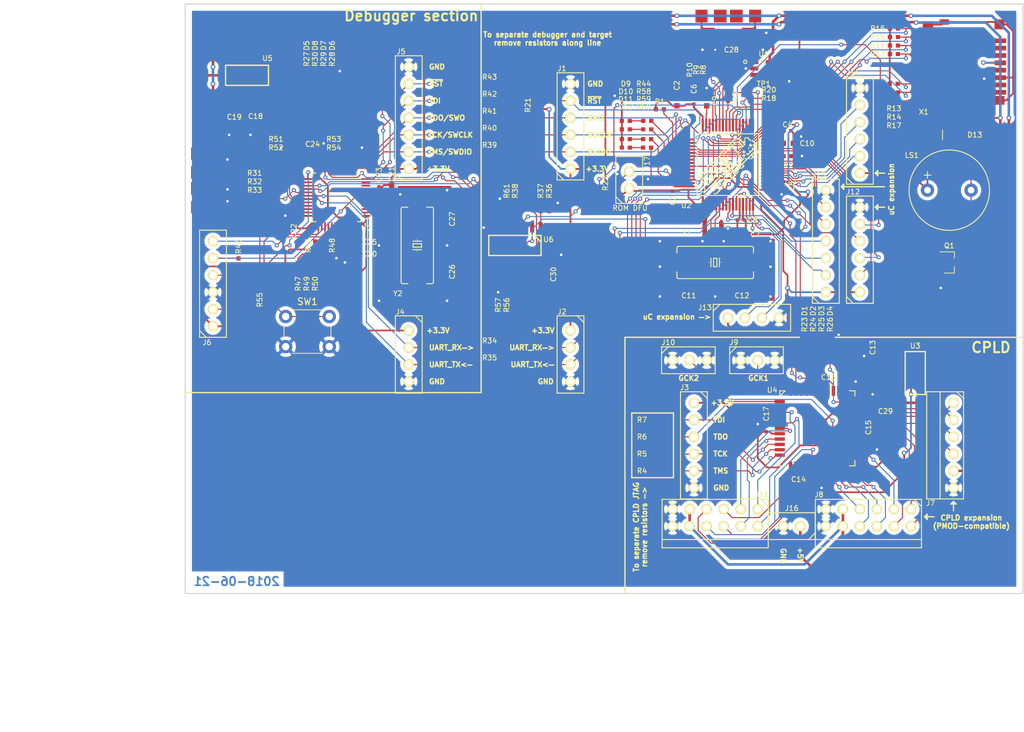
<source format=kicad_pcb>
(kicad_pcb (version 20171130) (host pcbnew "(5.0.0-rc2-dev-319-g0ded476)")
  (title_block (title "Paranoids Hackme 1") (date 2018-08-03) (rev B-eco2) (company "Oath Inc"))
  (layers (0 F.Cu signal) (31 B.Cu signal) (34 B.Paste user hide) (35 F.Paste user hide) (36 B.SilkS user) (37 F.SilkS user) (38 B.Mask user) (39 F.Mask user) (44 Edge.Cuts user))
  (net 0 "")
  (net 1 +5V)
  (net 2 "Net-(R31-Pad2)")
  (net 3 "Net-(R32-Pad2)")
  (net 4 "Net-(USB2-Pad4)")
  (net 5 GND)
  (net 6 "Net-(R10-Pad2)")
  (net 7 "Net-(R9-Pad2)")
  (net 8 "Net-(R8-Pad2)")
  (net 9 +3V3)
  (net 10 "Net-(U2-Pad2)")
  (net 11 "Net-(U2-Pad3)")
  (net 12 "Net-(U2-Pad4)")
  (net 13 "Net-(C11-Pad2)")
  (net 14 "Net-(C12-Pad2)")
  (net 15 /debugger/TGT_RST)
  (net 16 /target-uc/USB_PWR_SW)
  (net 17 "Net-(J15-Pad2)")
  (net 18 "Net-(J15-Pad3)")
  (net 19 "Net-(J15-Pad4)")
  (net 20 /target-uc/AUX_UART_TX)
  (net 21 /target-uc/AUX_UART_RX)
  (net 22 /debugger/TGT_TX_TO_DBG)
  (net 23 /debugger/TGT_RX_FROM_DBG)
  (net 24 /target-uc/AUX_SPI_CS)
  (net 25 /target-uc/AUX_SPI_CLK)
  (net 26 /target-uc/AUX_SPI_MISO)
  (net 27 /target-uc/AUX_SPI_MOSI)
  (net 28 "Net-(J15-Pad5)")
  (net 29 "Net-(J15-Pad6)")
  (net 30 "Net-(J12-Pad2)")
  (net 31 "Net-(J12-Pad3)")
  (net 32 "Net-(R2-Pad2)")
  (net 33 "Net-(J12-Pad5)")
  (net 34 "Net-(C10-Pad1)")
  (net 35 "Net-(R4-Pad1)")
  (net 36 "Net-(R5-Pad1)")
  (net 37 "Net-(R6-Pad1)")
  (net 38 "Net-(R7-Pad1)")
  (net 39 /target-cpld/CPLD_FROM_UC)
  (net 40 /target-uc/CPLD_TO_UC)
  (net 41 /target-uc/SDIO_D0)
  (net 42 /target-uc/SDIO_D1)
  (net 43 "Net-(R3-Pad1)")
  (net 44 "Net-(R10-Pad1)")
  (net 45 "Net-(R8-Pad1)")
  (net 46 "Net-(R9-Pad1)")
  (net 47 /target-uc/SWDIO)
  (net 48 "Net-(C9-Pad1)")
  (net 49 /target-uc/SWCLK)
  (net 50 /target-uc/SDIO_CD)
  (net 51 /target-uc/SDIO_D2)
  (net 52 /target-uc/SDIO_D3)
  (net 53 /target-uc/SDIO_CLK)
  (net 54 /target-uc/SDIO_CMD)
  (net 55 /debugger/TGT_TDO_TRACESWO)
  (net 56 "Net-(R1-Pad2)")
  (net 57 "Net-(J12-Pad4)")
  (net 58 /target-uc/LED0)
  (net 59 /target-uc/LED1)
  (net 60 /target-uc/LED2)
  (net 61 /target-uc/LED3)
  (net 62 "Net-(C26-Pad2)")
  (net 63 "Net-(C27-Pad1)")
  (net 64 +1V8)
  (net 65 /debugger/MITM_TGT_EN)
  (net 66 /debugger/MITM_UART_IN)
  (net 67 /debugger/MITM_DBG_EN)
  (net 68 /debugger/LED1)
  (net 69 /debugger/LED2)
  (net 70 "Net-(R57-Pad1)")
  (net 71 "Net-(R56-Pad2)")
  (net 72 "Net-(J11-Pad3)")
  (net 73 "Net-(J11-Pad9)")
  (net 74 "Net-(J11-Pad4)")
  (net 75 "Net-(J11-Pad10)")
  (net 76 "Net-(U4-Pad18)")
  (net 77 "Net-(J8-Pad4)")
  (net 78 "Net-(J8-Pad10)")
  (net 79 "Net-(J8-Pad3)")
  (net 80 "Net-(J8-Pad9)")
  (net 81 "Net-(J10-Pad2)")
  (net 82 "Net-(R25-Pad2)")
  (net 83 "Net-(R24-Pad2)")
  (net 84 "Net-(R26-Pad2)")
  (net 85 "Net-(R23-Pad2)")
  (net 86 /target-cpld/CLKIN)
  (net 87 "Net-(U4-Pad42)")
  (net 88 "Net-(U4-Pad41)")
  (net 89 "Net-(J9-Pad2)")
  (net 90 "Net-(U4-Pad2)")
  (net 91 "Net-(J11-Pad1)")
  (net 92 "Net-(J11-Pad7)")
  (net 93 "Net-(J11-Pad2)")
  (net 94 "Net-(J11-Pad8)")
  (net 95 /target-uc/CPLD_TDI)
  (net 96 /target-uc/CPLD_TMS)
  (net 97 /target-uc/CPLD_TCK)
  (net 98 "Net-(J8-Pad2)")
  (net 99 /target-uc/CPLD_TDO)
  (net 100 "Net-(J8-Pad1)")
  (net 101 "Net-(J8-Pad8)")
  (net 102 "Net-(J8-Pad7)")
  (net 103 "Net-(J7-Pad4)")
  (net 104 "Net-(J7-Pad3)")
  (net 105 "Net-(J7-Pad2)")
  (net 106 "Net-(J7-Pad1)")
  (net 107 "Net-(D12-Pad2)")
  (net 108 "Net-(D11-Pad2)")
  (net 109 "Net-(D10-Pad2)")
  (net 110 "Net-(J4-Pad3)")
  (net 111 "Net-(J4-Pad2)")
  (net 112 "Net-(R32-Pad1)")
  (net 113 "Net-(R33-Pad1)")
  (net 114 "Net-(R31-Pad1)")
  (net 115 "Net-(D8-Pad2)")
  (net 116 "Net-(D7-Pad2)")
  (net 117 "Net-(D6-Pad2)")
  (net 118 /debugger/LED0)
  (net 119 "Net-(D5-Pad2)")
  (net 120 "Net-(D4-Pad2)")
  (net 121 "Net-(R55-Pad2)")
  (net 122 "Net-(R53-Pad2)")
  (net 123 "Net-(R51-Pad2)")
  (net 124 "Net-(R50-Pad2)")
  (net 125 "Net-(R49-Pad2)")
  (net 126 "Net-(R48-Pad1)")
  (net 127 "Net-(R47-Pad2)")
  (net 128 /debugger/DBG_nRST)
  (net 129 "Net-(R45-Pad2)")
  (net 130 "Net-(D9-Pad2)")
  (net 131 "Net-(J5-Pad6)")
  (net 132 /debugger/TGT_TDI)
  (net 133 "Net-(J5-Pad5)")
  (net 134 "Net-(J5-Pad4)")
  (net 135 "Net-(J5-Pad3)")
  (net 136 "Net-(J5-Pad2)")
  (net 137 "Net-(D1-Pad2)")
  (net 138 "Net-(D2-Pad2)")
  (net 139 "Net-(D3-Pad2)")
  (net 140 /debugger/DBG_SWCLK)
  (net 141 /debugger/DBG_SWDIO)
  (net 142 /debugger/DBG_SWO)
  (net 143 "Net-(U7-Pad46)")
  (net 144 "Net-(U7-Pad45)")
  (net 145 "Net-(U7-Pad38)")
  (net 146 "Net-(U7-Pad19)")
  (net 147 "Net-(U7-Pad17)")
  (net 148 "Net-(U7-Pad11)")
  (net 149 "Net-(U7-Pad10)")
  (net 150 "Net-(U7-Pad4)")
  (net 151 "Net-(U7-Pad3)")
  (net 152 "Net-(U7-Pad2)")
  (net 153 /target-uc/SPKR)
  (net 154 "Net-(D13-Pad2)")
  (net 155 "Net-(U6-Pad8)")
  (net 156 "Net-(J17-Pad2)")
  (net 157 "Net-(C28-Pad1)")
  (net 158 "Net-(TP1-Pad1)")
  (module azonenberg_pcb:TESTPOINT_SMT_0.5MM (layer F.Cu) (at 184.912 41.91)
    (fp_text reference TP1 (at 1.397 0) (layer F.SilkS) (effects (font (size 0.762 0.762) (thickness 0.127))))
    (fp_text value Test_Point hide)
    (pad 1 smd circle (at 0 0) (size 0.5 0.5) (layers F.Cu F.Mask) (net 158 "Net-(TP1-Pad1)"))
  )
  (module paranoids-hackme-1:STO23-5L (layer F.Cu) (at 186.055 39.624)
    (fp_text reference U1 (at 0.254 -2.159) (layer F.SilkS) (effects (font (size 0.762 0.762) (thickness 0.127))))
    (fp_text value STMPS2151STR)
    (pad 1 smd rect (at -1.15 -0.95) (size 1.2 0.6) (layers F.Cu F.Paste F.Mask) (net 157 "Net-(C28-Pad1)"))
    (pad 2 smd rect (at -1.15 0) (size 1.2 0.6) (layers F.Cu F.Paste F.Mask) (net 5 GND))
    (pad 3 smd rect (at -1.15 0.95) (size 1.2 0.6) (layers F.Cu F.Paste F.Mask) (net 158 "Net-(TP1-Pad1)"))
    (pad 4 smd rect (at 1.15 0.95) (size 1.2 0.6) (layers F.Cu F.Paste F.Mask) (net 16 /target-uc/USB_PWR_SW))
    (pad 5 smd rect (at 1.15 -0.95) (size 1.2 0.6) (layers F.Cu F.Paste F.Mask) (net 1 +5V))
  )
  (module azonenberg_pcb:EIA_0402_RES_NOSILK (layer F.Cu) (at 154.305 60.325 90)
    (fp_text reference R36 (at 2.413 0 90) (layer F.SilkS) (effects (font (size 0.762 0.762) (thickness 0.127))))
    (fp_text value 10k)
    (pad 2 smd rect (at 0.597 0 90) (size 0.635 0.61) (layers F.Cu F.Paste F.Mask) (net 5 GND))
    (pad 1 smd rect (at -0.597 0 90) (size 0.635 0.61) (layers F.Cu F.Paste F.Mask) (net 65 /debugger/MITM_TGT_EN))
  )
  (module azonenberg_pcb:EIA_0402_RES_NOSILK (layer F.Cu) (at 147.955 60.325 90)
    (fp_text reference R61 (at 2.413 0 90) (layer F.SilkS) (effects (font (size 0.762 0.762) (thickness 0.127))))
    (fp_text value DNP)
    (pad 1 smd rect (at -0.597 0 90) (size 0.635 0.61) (layers F.Cu F.Paste F.Mask) (net 67 /debugger/MITM_DBG_EN))
    (pad 2 smd rect (at 0.597 0 90) (size 0.635 0.61) (layers F.Cu F.Paste F.Mask) (net 5 GND))
  )
  (module azonenberg_pcb:CONN_HEADER_2.54MM_1x2 (layer F.Cu) (at 166.243 56.261 90)
    (fp_text reference J17 (at 2.54 2.667 90) (layer F.SilkS) (effects (font (size 0.762 0.762) (thickness 0.127))))
    (fp_text value Conn_01x02 hide)
    (pad 1 thru_hole circle (at -1.27 0 90) (size 1.524 1.524) (drill 1) (layers *.Cu *.Mask F.SilkS) (net 9 +3V3))
    (pad 2 thru_hole circle (at 1.27 0 90) (size 1.524 1.524) (drill 1) (layers *.Cu *.Mask F.SilkS) (net 156 "Net-(J17-Pad2)"))
  )
  (module paranoids-hackme-1:CONN_HEADER_2.54MM_1x7 (layer F.Cu) (at 133.35 46.99 90)
    (fp_text reference J5 (at 9.906 -1.143 180) (layer F.SilkS) (effects (font (size 0.762 0.762) (thickness 0.127))))
    (fp_text value Conn_01x07 hide)
    (pad 7 thru_hole circle (at 7.62 0 90) (size 1.524 1.524) (drill 1) (layers *.Cu *.Mask F.SilkS) (net 5 GND))
    (pad 6 thru_hole circle (at 5.08 0 90) (size 1.524 1.524) (drill 1) (layers *.Cu *.Mask F.SilkS) (net 131 "Net-(J5-Pad6)"))
    (pad 5 thru_hole circle (at 2.54 0 90) (size 1.524 1.524) (drill 1) (layers *.Cu *.Mask F.SilkS) (net 133 "Net-(J5-Pad5)"))
    (pad 4 thru_hole circle (at 0 0 90) (size 1.524 1.524) (drill 1) (layers *.Cu *.Mask F.SilkS) (net 134 "Net-(J5-Pad4)"))
    (pad 3 thru_hole circle (at -2.54 0 90) (size 1.524 1.524) (drill 1) (layers *.Cu *.Mask F.SilkS) (net 135 "Net-(J5-Pad3)"))
    (pad 2 thru_hole circle (at -5.08 0 90) (size 1.524 1.524) (drill 1) (layers *.Cu *.Mask F.SilkS) (net 136 "Net-(J5-Pad2)"))
    (pad 1 thru_hole circle (at -7.62 0 90) (size 1.524 1.524) (drill 1) (layers *.Cu *.Mask F.SilkS) (net 9 +3V3))
  )
  (module azonenberg_pcb:CONN_HEADER_2.54MM_1x6 (layer F.Cu) (at 200.66 66.675 90)
    (fp_text reference J12 (at 8.636 -1.016 180) (layer F.SilkS) (effects (font (size 0.762 0.762) (thickness 0.127))))
    (fp_text value Conn_01x06 hide)
    (pad 6 thru_hole circle (at 6.35 0 90) (size 1.524 1.524) (drill 1) (layers *.Cu *.Mask F.SilkS) (net 5 GND))
    (pad 5 thru_hole circle (at 3.81 0 90) (size 1.524 1.524) (drill 1) (layers *.Cu *.Mask F.SilkS) (net 33 "Net-(J12-Pad5)"))
    (pad 4 thru_hole circle (at 1.27 0 90) (size 1.524 1.524) (drill 1) (layers *.Cu *.Mask F.SilkS) (net 57 "Net-(J12-Pad4)"))
    (pad 3 thru_hole circle (at -1.27 0 90) (size 1.524 1.524) (drill 1) (layers *.Cu *.Mask F.SilkS) (net 31 "Net-(J12-Pad3)"))
    (pad 2 thru_hole circle (at -3.81 0 90) (size 1.524 1.524) (drill 1) (layers *.Cu *.Mask F.SilkS) (net 30 "Net-(J12-Pad2)"))
    (pad 1 thru_hole circle (at -6.35 0 90) (size 1.524 1.524) (drill 1) (layers *.Cu *.Mask F.SilkS) (net 9 +3V3))
  )
  (module azonenberg_pcb:QFP_44_0.8MM (layer F.Cu) (at 194.31 93.345)
    (fp_text reference U4 (at -6.731 -5.715) (layer F.SilkS) (effects (font (size 0.762 0.762) (thickness 0.127))))
    (fp_text value XC2C32A-4-VQG44)
    (pad 33 smd rect (at 5.6 -4 90) (size 0.5 1.5) (layers F.Cu F.Paste F.Mask) (net 106 "Net-(J7-Pad1)"))
    (pad 32 smd rect (at 5.6 -3.2 90) (size 0.5 1.5) (layers F.Cu F.Paste F.Mask) (net 105 "Net-(J7-Pad2)"))
    (pad 31 smd rect (at 5.6 -2.4 90) (size 0.5 1.5) (layers F.Cu F.Paste F.Mask) (net 104 "Net-(J7-Pad3)"))
    (pad 30 smd rect (at 5.6 -1.6 90) (size 0.5 1.5) (layers F.Cu F.Paste F.Mask) (net 103 "Net-(J7-Pad4)"))
    (pad 29 smd rect (at 5.6 -0.8 90) (size 0.5 1.5) (layers F.Cu F.Paste F.Mask) (net 102 "Net-(J8-Pad7)"))
    (pad 27 smd rect (at 5.6 0.8 90) (size 0.5 1.5) (layers F.Cu F.Paste F.Mask) (net 101 "Net-(J8-Pad8)"))
    (pad 28 smd rect (at 5.6 0 90) (size 0.5 1.5) (layers F.Cu F.Paste F.Mask) (net 100 "Net-(J8-Pad1)"))
    (pad 26 smd rect (at 5.6 1.6 90) (size 0.5 1.5) (layers F.Cu F.Paste F.Mask) (net 9 +3V3))
    (pad 25 smd rect (at 5.6 2.4 90) (size 0.5 1.5) (layers F.Cu F.Paste F.Mask) (net 5 GND))
    (pad 24 smd rect (at 5.6 3.2 90) (size 0.5 1.5) (layers F.Cu F.Paste F.Mask) (net 99 /target-uc/CPLD_TDO))
    (pad 23 smd rect (at 5.6 4 90) (size 0.5 1.5) (layers F.Cu F.Paste F.Mask) (net 98 "Net-(J8-Pad2)"))
    (pad 11 smd rect (at -5.6 4 90) (size 0.5 1.5) (layers F.Cu F.Paste F.Mask) (net 97 /target-uc/CPLD_TCK))
    (pad 10 smd rect (at -5.6 3.2 90) (size 0.5 1.5) (layers F.Cu F.Paste F.Mask) (net 96 /target-uc/CPLD_TMS))
    (pad 9 smd rect (at -5.6 2.4 90) (size 0.5 1.5) (layers F.Cu F.Paste F.Mask) (net 95 /target-uc/CPLD_TDI))
    (pad 8 smd rect (at -5.6 1.6 90) (size 0.5 1.5) (layers F.Cu F.Paste F.Mask) (net 94 "Net-(J11-Pad8)"))
    (pad 7 smd rect (at -5.6 0.8 90) (size 0.5 1.5) (layers F.Cu F.Paste F.Mask) (net 9 +3V3))
    (pad 6 smd rect (at -5.6 0 90) (size 0.5 1.5) (layers F.Cu F.Paste F.Mask) (net 93 "Net-(J11-Pad2)"))
    (pad 5 smd rect (at -5.6 -0.8 90) (size 0.5 1.5) (layers F.Cu F.Paste F.Mask) (net 92 "Net-(J11-Pad7)"))
    (pad 4 smd rect (at -5.6 -1.6 90) (size 0.5 1.5) (layers F.Cu F.Paste F.Mask) (net 5 GND))
    (pad 3 smd rect (at -5.6 -2.4 90) (size 0.5 1.5) (layers F.Cu F.Paste F.Mask) (net 91 "Net-(J11-Pad1)"))
    (pad 2 smd rect (at -5.6 -3.2 90) (size 0.5 1.5) (layers F.Cu F.Paste F.Mask) (net 90 "Net-(U4-Pad2)"))
    (pad 44 smd rect (at -4 -5.6) (size 0.5 1.5) (layers F.Cu F.Paste F.Mask) (net 89 "Net-(J9-Pad2)"))
    (pad 41 smd rect (at -1.6 -5.6) (size 0.5 1.5) (layers F.Cu F.Paste F.Mask) (net 88 "Net-(U4-Pad41)"))
    (pad 42 smd rect (at -2.4 -5.6) (size 0.5 1.5) (layers F.Cu F.Paste F.Mask) (net 87 "Net-(U4-Pad42)"))
    (pad 43 smd rect (at -3.2 -5.6) (size 0.5 1.5) (layers F.Cu F.Paste F.Mask) (net 86 /target-cpld/CLKIN))
    (pad 39 smd rect (at 0 -5.6) (size 0.5 1.5) (layers F.Cu F.Paste F.Mask) (net 39 /target-cpld/CPLD_FROM_UC))
    (pad 38 smd rect (at 0.8 -5.6) (size 0.5 1.5) (layers F.Cu F.Paste F.Mask) (net 85 "Net-(R23-Pad2)"))
    (pad 35 smd rect (at 3.2 -5.6) (size 0.5 1.5) (layers F.Cu F.Paste F.Mask) (net 9 +3V3))
    (pad 34 smd rect (at 4 -5.6) (size 0.5 1.5) (layers F.Cu F.Paste F.Mask) (net 84 "Net-(R26-Pad2)"))
    (pad 37 smd rect (at 1.6 -5.6) (size 0.5 1.5) (layers F.Cu F.Paste F.Mask) (net 83 "Net-(R24-Pad2)"))
    (pad 36 smd rect (at 2.4 -5.6) (size 0.5 1.5) (layers F.Cu F.Paste F.Mask) (net 82 "Net-(R25-Pad2)"))
    (pad 40 smd rect (at -0.8 -5.6) (size 0.5 1.5) (layers F.Cu F.Paste F.Mask) (net 66 /debugger/MITM_UART_IN))
    (pad 1 smd rect (at -5.6 -4 90) (size 0.5 1.5) (layers F.Cu F.Paste F.Mask) (net 81 "Net-(J10-Pad2)"))
    (pad 22 smd rect (at 4 5.7) (size 0.5 1.5) (layers F.Cu F.Paste F.Mask) (net 80 "Net-(J8-Pad9)"))
    (pad 21 smd rect (at 3.2 5.7) (size 0.5 1.5) (layers F.Cu F.Paste F.Mask) (net 79 "Net-(J8-Pad3)"))
    (pad 20 smd rect (at 2.4 5.7) (size 0.5 1.5) (layers F.Cu F.Paste F.Mask) (net 78 "Net-(J8-Pad10)"))
    (pad 19 smd rect (at 1.6 5.7) (size 0.5 1.5) (layers F.Cu F.Paste F.Mask) (net 77 "Net-(J8-Pad4)"))
    (pad 18 smd rect (at 0.8 5.7) (size 0.5 1.5) (layers F.Cu F.Paste F.Mask) (net 76 "Net-(U4-Pad18)"))
    (pad 17 smd rect (at 0 5.7) (size 0.5 1.5) (layers F.Cu F.Paste F.Mask) (net 5 GND))
    (pad 16 smd rect (at -0.8 5.7) (size 0.5 1.5) (layers F.Cu F.Paste F.Mask) (net 75 "Net-(J11-Pad10)"))
    (pad 15 smd rect (at -1.6 5.7) (size 0.5 1.5) (layers F.Cu F.Paste F.Mask) (net 64 +1V8))
    (pad 14 smd rect (at -2.4 5.7) (size 0.5 1.5) (layers F.Cu F.Paste F.Mask) (net 74 "Net-(J11-Pad4)"))
    (pad 13 smd rect (at -3.2 5.7) (size 0.5 1.5) (layers F.Cu F.Paste F.Mask) (net 73 "Net-(J11-Pad9)"))
    (pad 12 smd rect (at -4 5.7) (size 0.5 1.5) (layers F.Cu F.Paste F.Mask) (net 72 "Net-(J11-Pad3)"))
  )
  (module azonenberg_pcb:CONN_HEADER_2.54MM_1x2 (layer F.Cu) (at 190.5 107.95 180)
    (fp_text reference J16 (at 0 2.667 180) (layer F.SilkS) (effects (font (size 0.762 0.762) (thickness 0.127))))
    (fp_text value Conn_01x02 hide)
    (pad 2 thru_hole circle (at 1.27 0 180) (size 1.524 1.524) (drill 1) (layers *.Cu *.Mask F.SilkS) (net 5 GND))
    (pad 1 thru_hole circle (at -1.27 0 180) (size 1.524 1.524) (drill 1) (layers *.Cu *.Mask F.SilkS) (net 1 +5V))
  )
  (module paranoids-hackme-1:CONN_HEADER_2.54MM_1x7 (layer F.Cu) (at 195.58 65.405 90)
    (fp_text reference J15 (at 9.906 -1.016 180) (layer F.SilkS) (effects (font (size 0.762 0.762) (thickness 0.127))))
    (fp_text value Conn_01x07 hide)
    (pad 7 thru_hole circle (at 7.62 0 90) (size 1.524 1.524) (drill 1) (layers *.Cu *.Mask F.SilkS) (net 5 GND))
    (pad 6 thru_hole circle (at 5.08 0 90) (size 1.524 1.524) (drill 1) (layers *.Cu *.Mask F.SilkS) (net 29 "Net-(J15-Pad6)"))
    (pad 5 thru_hole circle (at 2.54 0 90) (size 1.524 1.524) (drill 1) (layers *.Cu *.Mask F.SilkS) (net 28 "Net-(J15-Pad5)"))
    (pad 4 thru_hole circle (at 0 0 90) (size 1.524 1.524) (drill 1) (layers *.Cu *.Mask F.SilkS) (net 19 "Net-(J15-Pad4)"))
    (pad 3 thru_hole circle (at -2.54 0 90) (size 1.524 1.524) (drill 1) (layers *.Cu *.Mask F.SilkS) (net 18 "Net-(J15-Pad3)"))
    (pad 2 thru_hole circle (at -5.08 0 90) (size 1.524 1.524) (drill 1) (layers *.Cu *.Mask F.SilkS) (net 17 "Net-(J15-Pad2)"))
    (pad 1 thru_hole circle (at -7.62 0 90) (size 1.524 1.524) (drill 1) (layers *.Cu *.Mask F.SilkS) (net 9 +3V3))
  )
  (module azonenberg_pcb:CONN_HEADER_2.54MM_1x3 (layer F.Cu) (at 175.26 83.185)
    (fp_text reference J10 (at -3.175 -2.667) (layer F.SilkS) (effects (font (size 0.762 0.762) (thickness 0.127))))
    (fp_text value Conn_01x03 hide)
    (pad 3 thru_hole circle (at 2.54 0) (size 1.524 1.524) (drill 1) (layers *.Cu *.Mask F.SilkS) (net 5 GND))
    (pad 2 thru_hole circle (at 0 0) (size 1.524 1.524) (drill 1) (layers *.Cu *.Mask F.SilkS) (net 81 "Net-(J10-Pad2)"))
    (pad 1 thru_hole circle (at -2.54 0) (size 1.524 1.524) (drill 1) (layers *.Cu *.Mask F.SilkS) (net 5 GND))
  )
  (module azonenberg_pcb:CONN_HEADER_2.54MM_1x3 (layer F.Cu) (at 185.42 83.185)
    (fp_text reference J9 (at -3.556 -2.667) (layer F.SilkS) (effects (font (size 0.762 0.762) (thickness 0.127))))
    (fp_text value Conn_01x03 hide)
    (pad 3 thru_hole circle (at 2.54 0) (size 1.524 1.524) (drill 1) (layers *.Cu *.Mask F.SilkS) (net 5 GND))
    (pad 2 thru_hole circle (at 0 0) (size 1.524 1.524) (drill 1) (layers *.Cu *.Mask F.SilkS) (net 89 "Net-(J9-Pad2)"))
    (pad 1 thru_hole circle (at -2.54 0) (size 1.524 1.524) (drill 1) (layers *.Cu *.Mask F.SilkS) (net 5 GND))
  )
  (module azonenberg_pcb:CONN_HEADER_2.54MM_1x4 (layer F.Cu) (at 184.785 76.835)
    (fp_text reference J13 (at -7.239 -1.524) (layer F.SilkS) (effects (font (size 0.762 0.762) (thickness 0.127))))
    (fp_text value Conn_01x04 hide)
    (pad 4 thru_hole circle (at 3.81 0) (size 1.524 1.524) (drill 1) (layers *.Cu *.Mask F.SilkS) (net 5 GND))
    (pad 3 thru_hole circle (at 1.27 0) (size 1.524 1.524) (drill 1) (layers *.Cu *.Mask F.SilkS) (net 21 /target-uc/AUX_UART_RX))
    (pad 2 thru_hole circle (at -1.27 0) (size 1.524 1.524) (drill 1) (layers *.Cu *.Mask F.SilkS) (net 20 /target-uc/AUX_UART_TX))
    (pad 1 thru_hole circle (at -3.81 0) (size 1.524 1.524) (drill 1) (layers *.Cu *.Mask F.SilkS) (net 9 +3V3))
  )
  (module azonenberg_pcb:CONN_HEADER_2.54MM_1x4 (layer F.Cu) (at 133.35 82.55 270)
    (fp_text reference J4 (at -6.604 1.27) (layer F.SilkS) (effects (font (size 0.762 0.762) (thickness 0.127))))
    (fp_text value Conn_01x04 hide)
    (pad 4 thru_hole circle (at 3.81 0 270) (size 1.524 1.524) (drill 1) (layers *.Cu *.Mask F.SilkS) (net 5 GND))
    (pad 3 thru_hole circle (at 1.27 0 270) (size 1.524 1.524) (drill 1) (layers *.Cu *.Mask F.SilkS) (net 110 "Net-(J4-Pad3)"))
    (pad 2 thru_hole circle (at -1.27 0 270) (size 1.524 1.524) (drill 1) (layers *.Cu *.Mask F.SilkS) (net 111 "Net-(J4-Pad2)"))
    (pad 1 thru_hole circle (at -3.81 0 270) (size 1.524 1.524) (drill 1) (layers *.Cu *.Mask F.SilkS) (net 9 +3V3))
  )
  (module azonenberg_pcb:CONN_HEADER_2.54MM_1x4 (layer F.Cu) (at 157.48 82.55 270)
    (fp_text reference J2 (at -6.604 1.27) (layer F.SilkS) (effects (font (size 0.762 0.762) (thickness 0.127))))
    (fp_text value Conn_01x04 hide)
    (pad 4 thru_hole circle (at 3.81 0 270) (size 1.524 1.524) (drill 1) (layers *.Cu *.Mask F.SilkS) (net 5 GND))
    (pad 3 thru_hole circle (at 1.27 0 270) (size 1.524 1.524) (drill 1) (layers *.Cu *.Mask F.SilkS) (net 22 /debugger/TGT_TX_TO_DBG))
    (pad 2 thru_hole circle (at -1.27 0 270) (size 1.524 1.524) (drill 1) (layers *.Cu *.Mask F.SilkS) (net 23 /debugger/TGT_RX_FROM_DBG))
    (pad 1 thru_hole circle (at -3.81 0 270) (size 1.524 1.524) (drill 1) (layers *.Cu *.Mask F.SilkS) (net 9 +3V3))
  )
  (module azonenberg_pcb:CONN_HEADER_2.54MM_1x6 (layer F.Cu) (at 200.66 48.895 90)
    (fp_text reference J14 (at 8.636 -1.016 180) (layer F.SilkS) (effects (font (size 0.762 0.762) (thickness 0.127))))
    (fp_text value Conn_01x06 hide)
    (pad 6 thru_hole circle (at 6.35 0 90) (size 1.524 1.524) (drill 1) (layers *.Cu *.Mask F.SilkS) (net 5 GND))
    (pad 5 thru_hole circle (at 3.81 0 90) (size 1.524 1.524) (drill 1) (layers *.Cu *.Mask F.SilkS) (net 27 /target-uc/AUX_SPI_MOSI))
    (pad 4 thru_hole circle (at 1.27 0 90) (size 1.524 1.524) (drill 1) (layers *.Cu *.Mask F.SilkS) (net 26 /target-uc/AUX_SPI_MISO))
    (pad 3 thru_hole circle (at -1.27 0 90) (size 1.524 1.524) (drill 1) (layers *.Cu *.Mask F.SilkS) (net 25 /target-uc/AUX_SPI_CLK))
    (pad 2 thru_hole circle (at -3.81 0 90) (size 1.524 1.524) (drill 1) (layers *.Cu *.Mask F.SilkS) (net 24 /target-uc/AUX_SPI_CS))
    (pad 1 thru_hole circle (at -6.35 0 90) (size 1.524 1.524) (drill 1) (layers *.Cu *.Mask F.SilkS) (net 9 +3V3))
  )
  (module azonenberg_pcb:CONN_HEADER_2.54MM_1x6 (layer F.Cu) (at 104.14 71.755 90)
    (fp_text reference J6 (at -8.763 -0.889 180) (layer F.SilkS) (effects (font (size 0.762 0.762) (thickness 0.127))))
    (fp_text value Conn_01x06 hide)
    (pad 6 thru_hole circle (at 6.35 0 90) (size 1.524 1.524) (drill 1) (layers *.Cu *.Mask F.SilkS) (net 142 /debugger/DBG_SWO))
    (pad 5 thru_hole circle (at 3.81 0 90) (size 1.524 1.524) (drill 1) (layers *.Cu *.Mask F.SilkS) (net 128 /debugger/DBG_nRST))
    (pad 4 thru_hole circle (at 1.27 0 90) (size 1.524 1.524) (drill 1) (layers *.Cu *.Mask F.SilkS) (net 141 /debugger/DBG_SWDIO))
    (pad 3 thru_hole circle (at -1.27 0 90) (size 1.524 1.524) (drill 1) (layers *.Cu *.Mask F.SilkS) (net 5 GND))
    (pad 2 thru_hole circle (at -3.81 0 90) (size 1.524 1.524) (drill 1) (layers *.Cu *.Mask F.SilkS) (net 140 /debugger/DBG_SWCLK))
    (pad 1 thru_hole circle (at -6.35 0 90) (size 1.524 1.524) (drill 1) (layers *.Cu *.Mask F.SilkS) (net 9 +3V3))
  )
  (module azonenberg_pcb:CONN_HEADER_2.54MM_1x6 (layer F.Cu) (at 175.895 95.885 270)
    (fp_text reference J3 (at -8.636 1.397) (layer F.SilkS) (effects (font (size 0.762 0.762) (thickness 0.127))))
    (fp_text value Conn_01x06 hide)
    (pad 6 thru_hole circle (at 6.35 0 270) (size 1.524 1.524) (drill 1) (layers *.Cu *.Mask F.SilkS) (net 5 GND))
    (pad 5 thru_hole circle (at 3.81 0 270) (size 1.524 1.524) (drill 1) (layers *.Cu *.Mask F.SilkS) (net 96 /target-uc/CPLD_TMS))
    (pad 4 thru_hole circle (at 1.27 0 270) (size 1.524 1.524) (drill 1) (layers *.Cu *.Mask F.SilkS) (net 97 /target-uc/CPLD_TCK))
    (pad 3 thru_hole circle (at -1.27 0 270) (size 1.524 1.524) (drill 1) (layers *.Cu *.Mask F.SilkS) (net 99 /target-uc/CPLD_TDO))
    (pad 2 thru_hole circle (at -3.81 0 270) (size 1.524 1.524) (drill 1) (layers *.Cu *.Mask F.SilkS) (net 95 /target-uc/CPLD_TDI))
    (pad 1 thru_hole circle (at -6.35 0 270) (size 1.524 1.524) (drill 1) (layers *.Cu *.Mask F.SilkS) (net 9 +3V3))
  )
  (module azonenberg_pcb:CONN_HEADER_2.54MM_1x6 (layer F.Cu) (at 157.48 48.26 90)
    (fp_text reference J1 (at 8.636 -1.27 180) (layer F.SilkS) (effects (font (size 0.762 0.762) (thickness 0.127))))
    (fp_text value Conn_01x06 hide)
    (pad 6 thru_hole circle (at 6.35 0 90) (size 1.524 1.524) (drill 1) (layers *.Cu *.Mask F.SilkS) (net 5 GND))
    (pad 5 thru_hole circle (at 3.81 0 90) (size 1.524 1.524) (drill 1) (layers *.Cu *.Mask F.SilkS) (net 15 /debugger/TGT_RST))
    (pad 4 thru_hole circle (at 1.27 0 90) (size 1.524 1.524) (drill 1) (layers *.Cu *.Mask F.SilkS) (net 55 /debugger/TGT_TDO_TRACESWO))
    (pad 3 thru_hole circle (at -1.27 0 90) (size 1.524 1.524) (drill 1) (layers *.Cu *.Mask F.SilkS) (net 49 /target-uc/SWCLK))
    (pad 2 thru_hole circle (at -3.81 0 90) (size 1.524 1.524) (drill 1) (layers *.Cu *.Mask F.SilkS) (net 47 /target-uc/SWDIO))
    (pad 1 thru_hole circle (at -6.35 0 90) (size 1.524 1.524) (drill 1) (layers *.Cu *.Mask F.SilkS) (net 9 +3V3))
  )
  (module azonenberg_pcb:CONN_HEADER_2.54MM_1x6_RA (layer F.Cu) (at 214.63 95.885 270)
    (fp_text reference J7 (at 8.636 3.429) (layer F.SilkS) (effects (font (size 0.762 0.762) (thickness 0.127))))
    (fp_text value Conn_01x06 hide)
    (pad 6 thru_hole circle (at 6.35 0 270) (size 1.524 1.524) (drill 1) (layers *.Cu *.Mask F.SilkS) (net 5 GND))
    (pad 5 thru_hole circle (at 3.81 0 270) (size 1.524 1.524) (drill 1) (layers *.Cu *.Mask F.SilkS) (net 9 +3V3))
    (pad 4 thru_hole circle (at 1.27 0 270) (size 1.524 1.524) (drill 1) (layers *.Cu *.Mask F.SilkS) (net 103 "Net-(J7-Pad4)"))
    (pad 3 thru_hole circle (at -1.27 0 270) (size 1.524 1.524) (drill 1) (layers *.Cu *.Mask F.SilkS) (net 104 "Net-(J7-Pad3)"))
    (pad 2 thru_hole circle (at -3.81 0 270) (size 1.524 1.524) (drill 1) (layers *.Cu *.Mask F.SilkS) (net 105 "Net-(J7-Pad2)"))
    (pad 1 thru_hole circle (at -6.35 0 270) (size 1.524 1.524) (drill 1) (layers *.Cu *.Mask F.SilkS) (net 106 "Net-(J7-Pad1)"))
  )
  (module azonenberg_pcb:EIA_0402_CAP_NOSILK (layer F.Cu) (at 154.94 67.945 90)
    (fp_text reference C30 (at -2.413 0 90) (layer F.SilkS) (effects (font (size 0.762 0.762) (thickness 0.127))))
    (fp_text value 0.1uF)
    (pad 2 smd rect (at 0.5 0 90) (size 0.5 0.5) (layers F.Cu F.Paste F.Mask) (net 5 GND))
    (pad 1 smd rect (at -0.5 0 90) (size 0.5 0.5) (layers F.Cu F.Paste F.Mask) (net 9 +3V3))
  )
  (module azonenberg_pcb:EIA_0603_CAP_NOSILK (layer F.Cu) (at 184.15 36.83)
    (fp_text reference C28 (at -2.667 0) (layer F.SilkS) (effects (font (size 0.762 0.762) (thickness 0.127))))
    (fp_text value 10uF)
    (pad 2 smd rect (at 0.75 0) (size 0.8 0.8) (layers F.Cu F.Paste F.Mask) (net 5 GND))
    (pad 1 smd rect (at -0.75 0) (size 0.8 0.8) (layers F.Cu F.Paste F.Mask) (net 157 "Net-(C28-Pad1)"))
  )
  (module azonenberg_pcb:EIA_0603_CAP_NOSILK (layer F.Cu) (at 204.47 89.535 180)
    (fp_text reference C29 (at 0 -1.27 180) (layer F.SilkS) (effects (font (size 0.762 0.762) (thickness 0.127))))
    (fp_text value DNP)
    (pad 2 smd rect (at 0.75 0 180) (size 0.8 0.8) (layers F.Cu F.Paste F.Mask) (net 5 GND))
    (pad 1 smd rect (at -0.75 0 180) (size 0.8 0.8) (layers F.Cu F.Paste F.Mask) (net 9 +3V3))
  )
  (module TO_SOT_Packages_SMD:SOT-23 (layer F.Cu) (at 213.995 68.58)
    (fp_text reference Q1 (at 0 -2.5) (layer F.SilkS) (effects (font (size 0.762 0.762) (thickness 0.127))))
    (fp_text value 2N7000)
    (pad 1 smd rect (at -1 -0.95) (size 0.9 0.8) (layers F.Cu F.Paste F.Mask) (net 153 /target-uc/SPKR))
    (pad 2 smd rect (at -1 0.95) (size 0.9 0.8) (layers F.Cu F.Paste F.Mask) (net 5 GND))
    (pad 3 smd rect (at 1 0) (size 0.9 0.8) (layers F.Cu F.Paste F.Mask) (net 154 "Net-(D13-Pad2)"))
  )
  (module azonenberg_pcb:SOD123 (layer F.Cu) (at 213.995 49.53)
    (fp_text reference D13 (at 3.81 0) (layer F.SilkS) (effects (font (size 0.762 0.762) (thickness 0.127))))
    (fp_text value 1N4448)
    (pad 2 smd rect (at 1.64 0) (size 0.92 1.22) (layers F.Cu F.Paste F.Mask) (net 154 "Net-(D13-Pad2)"))
    (pad 1 smd rect (at -1.64 0) (size 0.92 1.22) (layers F.Cu F.Paste F.Mask) (net 9 +3V3))
  )
  (module paranoids-hackme-1:BUZZER_CEM-1203 (layer F.Cu) (at 213.995 57.785)
    (fp_text reference LS1 (at -5.588 -5.207) (layer F.SilkS) (effects (font (size 0.762 0.762) (thickness 0.127))))
    (fp_text value CEM-1203)
    (pad 2 thru_hole circle (at 3.25 0) (size 2 2) (drill 1) (layers *.Cu *.Mask) (net 154 "Net-(D13-Pad2)"))
    (pad 1 thru_hole circle (at -3.25 0) (size 2 2) (drill 1) (layers *.Cu *.Mask) (net 9 +3V3))
  )
  (module Buttons_Switches_THT:SW_PUSH_6mm (layer F.Cu) (at 114.99 76.65)
    (fp_text reference SW1 (at 3.247 -2.228) (layer F.SilkS))
    (fp_text value SW_Push_Dual hide)
    (pad 2 thru_hole circle (at 0 4.5 90) (size 2 2) (drill 1.1) (layers *.Cu *.Mask) (net 5 GND))
    (pad 1 thru_hole circle (at 0 0 90) (size 2 2) (drill 1.1) (layers *.Cu *.Mask) (net 121 "Net-(R55-Pad2)"))
    (pad 2 thru_hole circle (at 6.5 4.5 90) (size 2 2) (drill 1.1) (layers *.Cu *.Mask) (net 5 GND))
    (pad 1 thru_hole circle (at 6.5 0 90) (size 2 2) (drill 1.1) (layers *.Cu *.Mask) (net 121 "Net-(R55-Pad2)"))
  )
  (module Housings_QFP:LQFP-48_7x7mm_Pitch0.5mm (layer F.Cu) (at 122.61 58.87 180)
    (fp_text reference U7 (at -4.39 -4.63 180) (layer F.SilkS) (effects (font (size 0.762 0.762) (thickness 0.127))))
    (fp_text value STM32F103Cx)
    (pad 1 smd rect (at -4.35 -2.75 180) (size 1.3 0.25) (layers F.Cu F.Paste F.Mask) (net 9 +3V3))
    (pad 2 smd rect (at -4.35 -2.25 180) (size 1.3 0.25) (layers F.Cu F.Paste F.Mask) (net 152 "Net-(U7-Pad2)"))
    (pad 3 smd rect (at -4.35 -1.75 180) (size 1.3 0.25) (layers F.Cu F.Paste F.Mask) (net 151 "Net-(U7-Pad3)"))
    (pad 4 smd rect (at -4.35 -1.25 180) (size 1.3 0.25) (layers F.Cu F.Paste F.Mask) (net 150 "Net-(U7-Pad4)"))
    (pad 5 smd rect (at -4.35 -0.75 180) (size 1.3 0.25) (layers F.Cu F.Paste F.Mask) (net 62 "Net-(C26-Pad2)"))
    (pad 6 smd rect (at -4.35 -0.25 180) (size 1.3 0.25) (layers F.Cu F.Paste F.Mask) (net 63 "Net-(C27-Pad1)"))
    (pad 7 smd rect (at -4.35 0.25 180) (size 1.3 0.25) (layers F.Cu F.Paste F.Mask) (net 128 /debugger/DBG_nRST))
    (pad 8 smd rect (at -4.35 0.75 180) (size 1.3 0.25) (layers F.Cu F.Paste F.Mask) (net 5 GND))
    (pad 9 smd rect (at -4.35 1.25 180) (size 1.3 0.25) (layers F.Cu F.Paste F.Mask) (net 9 +3V3))
    (pad 10 smd rect (at -4.35 1.75 180) (size 1.3 0.25) (layers F.Cu F.Paste F.Mask) (net 149 "Net-(U7-Pad10)"))
    (pad 11 smd rect (at -4.35 2.25 180) (size 1.3 0.25) (layers F.Cu F.Paste F.Mask) (net 148 "Net-(U7-Pad11)"))
    (pad 12 smd rect (at -4.35 2.75 180) (size 1.3 0.25) (layers F.Cu F.Paste F.Mask) (net 131 "Net-(J5-Pad6)"))
    (pad 13 smd rect (at -2.75 4.35 270) (size 1.3 0.25) (layers F.Cu F.Paste F.Mask) (net 133 "Net-(J5-Pad5)"))
    (pad 14 smd rect (at -2.25 4.35 270) (size 1.3 0.25) (layers F.Cu F.Paste F.Mask) (net 136 "Net-(J5-Pad2)"))
    (pad 15 smd rect (at -1.75 4.35 270) (size 1.3 0.25) (layers F.Cu F.Paste F.Mask) (net 135 "Net-(J5-Pad3)"))
    (pad 16 smd rect (at -1.25 4.35 270) (size 1.3 0.25) (layers F.Cu F.Paste F.Mask) (net 134 "Net-(J5-Pad4)"))
    (pad 17 smd rect (at -0.75 4.35 270) (size 1.3 0.25) (layers F.Cu F.Paste F.Mask) (net 147 "Net-(U7-Pad17)"))
    (pad 18 smd rect (at -0.25 4.35 270) (size 1.3 0.25) (layers F.Cu F.Paste F.Mask) (net 122 "Net-(R53-Pad2)"))
    (pad 19 smd rect (at 0.25 4.35 270) (size 1.3 0.25) (layers F.Cu F.Paste F.Mask) (net 146 "Net-(U7-Pad19)"))
    (pad 20 smd rect (at 0.75 4.35 270) (size 1.3 0.25) (layers F.Cu F.Paste F.Mask) (net 118 /debugger/LED0))
    (pad 21 smd rect (at 1.25 4.35 270) (size 1.3 0.25) (layers F.Cu F.Paste F.Mask) (net 68 /debugger/LED1))
    (pad 22 smd rect (at 1.75 4.35 270) (size 1.3 0.25) (layers F.Cu F.Paste F.Mask) (net 69 /debugger/LED2))
    (pad 23 smd rect (at 2.25 4.35 270) (size 1.3 0.25) (layers F.Cu F.Paste F.Mask) (net 5 GND))
    (pad 24 smd rect (at 2.75 4.35 270) (size 1.3 0.25) (layers F.Cu F.Paste F.Mask) (net 9 +3V3))
    (pad 25 smd rect (at 4.35 2.75 180) (size 1.3 0.25) (layers F.Cu F.Paste F.Mask) (net 121 "Net-(R55-Pad2)"))
    (pad 26 smd rect (at 4.35 2.25 180) (size 1.3 0.25) (layers F.Cu F.Paste F.Mask) (net 123 "Net-(R51-Pad2)"))
    (pad 27 smd rect (at 4.35 1.75 180) (size 1.3 0.25) (layers F.Cu F.Paste F.Mask) (net 67 /debugger/MITM_DBG_EN))
    (pad 28 smd rect (at 4.35 1.25 180) (size 1.3 0.25) (layers F.Cu F.Paste F.Mask) (net 65 /debugger/MITM_TGT_EN))
    (pad 29 smd rect (at 4.35 0.75 180) (size 1.3 0.25) (layers F.Cu F.Paste F.Mask) (net 113 "Net-(R33-Pad1)"))
    (pad 30 smd rect (at 4.35 0.25 180) (size 1.3 0.25) (layers F.Cu F.Paste F.Mask) (net 111 "Net-(J4-Pad2)"))
    (pad 31 smd rect (at 4.35 -0.25 180) (size 1.3 0.25) (layers F.Cu F.Paste F.Mask) (net 110 "Net-(J4-Pad3)"))
    (pad 32 smd rect (at 4.35 -0.75 180) (size 1.3 0.25) (layers F.Cu F.Paste F.Mask) (net 114 "Net-(R31-Pad1)"))
    (pad 33 smd rect (at 4.35 -1.25 180) (size 1.3 0.25) (layers F.Cu F.Paste F.Mask) (net 112 "Net-(R32-Pad1)"))
    (pad 34 smd rect (at 4.35 -1.75 180) (size 1.3 0.25) (layers F.Cu F.Paste F.Mask) (net 141 /debugger/DBG_SWDIO))
    (pad 35 smd rect (at 4.35 -2.25 180) (size 1.3 0.25) (layers F.Cu F.Paste F.Mask) (net 5 GND))
    (pad 36 smd rect (at 4.35 -2.75 180) (size 1.3 0.25) (layers F.Cu F.Paste F.Mask) (net 9 +3V3))
    (pad 37 smd rect (at 2.75 -4.35 270) (size 1.3 0.25) (layers F.Cu F.Paste F.Mask) (net 140 /debugger/DBG_SWCLK))
    (pad 38 smd rect (at 2.25 -4.35 270) (size 1.3 0.25) (layers F.Cu F.Paste F.Mask) (net 145 "Net-(U7-Pad38)"))
    (pad 39 smd rect (at 1.75 -4.35 270) (size 1.3 0.25) (layers F.Cu F.Paste F.Mask) (net 142 /debugger/DBG_SWO))
    (pad 40 smd rect (at 1.25 -4.35 270) (size 1.3 0.25) (layers F.Cu F.Paste F.Mask) (net 129 "Net-(R45-Pad2)"))
    (pad 41 smd rect (at 0.75 -4.35 270) (size 1.3 0.25) (layers F.Cu F.Paste F.Mask) (net 127 "Net-(R47-Pad2)"))
    (pad 42 smd rect (at 0.25 -4.35 270) (size 1.3 0.25) (layers F.Cu F.Paste F.Mask) (net 125 "Net-(R49-Pad2)"))
    (pad 43 smd rect (at -0.25 -4.35 270) (size 1.3 0.25) (layers F.Cu F.Paste F.Mask) (net 124 "Net-(R50-Pad2)"))
    (pad 44 smd rect (at -0.75 -4.35 270) (size 1.3 0.25) (layers F.Cu F.Paste F.Mask) (net 126 "Net-(R48-Pad1)"))
    (pad 45 smd rect (at -1.25 -4.35 270) (size 1.3 0.25) (layers F.Cu F.Paste F.Mask) (net 144 "Net-(U7-Pad45)"))
    (pad 46 smd rect (at -1.75 -4.35 270) (size 1.3 0.25) (layers F.Cu F.Paste F.Mask) (net 143 "Net-(U7-Pad46)"))
    (pad 47 smd rect (at -2.25 -4.35 270) (size 1.3 0.25) (layers F.Cu F.Paste F.Mask) (net 5 GND))
    (pad 48 smd rect (at -2.75 -4.35 270) (size 1.3 0.25) (layers F.Cu F.Paste F.Mask) (net 9 +3V3))
  )
  (module azonenberg_pcb:CONN_HEADER_2.54MM_2x6_RA_PMOD_HOST (layer F.Cu) (at 179.07 106.68)
    (fp_text reference J11 (at 6.985 -3.429) (layer F.SilkS) (effects (font (size 0.762 0.762) (thickness 0.127))))
    (fp_text value Conn_02x06_Top_Bottom hide)
    (pad 6 thru_hole circle (at -6.35 -1.27) (size 1.524 1.524) (drill 1) (layers *.Cu *.Mask F.SilkS) (net 5 GND))
    (pad 5 thru_hole circle (at -3.81 -1.27) (size 1.524 1.524) (drill 1) (layers *.Cu *.Mask F.SilkS) (net 9 +3V3))
    (pad 11 thru_hole circle (at -3.81 1.27) (size 1.524 1.524) (drill 1) (layers *.Cu *.Mask F.SilkS) (net 9 +3V3))
    (pad 12 thru_hole circle (at -6.35 1.27) (size 1.524 1.524) (drill 1) (layers *.Cu *.Mask F.SilkS) (net 5 GND))
    (pad 9 thru_hole circle (at 1.27 1.27) (size 1.524 1.524) (drill 1) (layers *.Cu *.Mask F.SilkS) (net 73 "Net-(J11-Pad9)"))
    (pad 8 thru_hole circle (at 3.81 1.27) (size 1.524 1.524) (drill 1) (layers *.Cu *.Mask F.SilkS) (net 94 "Net-(J11-Pad8)"))
    (pad 7 thru_hole circle (at 6.35 1.27) (size 1.524 1.524) (drill 1) (layers *.Cu *.Mask F.SilkS) (net 92 "Net-(J11-Pad7)"))
    (pad 1 thru_hole circle (at 6.35 -1.27) (size 1.524 1.524) (drill 1) (layers *.Cu *.Mask F.SilkS) (net 91 "Net-(J11-Pad1)"))
    (pad 2 thru_hole circle (at 3.81 -1.27) (size 1.524 1.524) (drill 1) (layers *.Cu *.Mask F.SilkS) (net 93 "Net-(J11-Pad2)"))
    (pad 3 thru_hole circle (at 1.27 -1.27) (size 1.524 1.524) (drill 1) (layers *.Cu *.Mask F.SilkS) (net 72 "Net-(J11-Pad3)"))
    (pad 10 thru_hole circle (at -1.27 1.27) (size 1.524 1.524) (drill 1) (layers *.Cu *.Mask F.SilkS) (net 75 "Net-(J11-Pad10)"))
    (pad 4 thru_hole circle (at -1.27 -1.27) (size 1.524 1.524) (drill 1) (layers *.Cu *.Mask F.SilkS) (net 74 "Net-(J11-Pad4)"))
  )
  (module azonenberg_pcb:CONN_HEADER_2.54MM_2x6_RA_PMOD_HOST (layer F.Cu) (at 201.93 106.68)
    (fp_text reference J8 (at -7.366 -3.429) (layer F.SilkS) (effects (font (size 0.762 0.762) (thickness 0.127))))
    (fp_text value Conn_02x06_Top_Bottom hide)
    (pad 6 thru_hole circle (at -6.35 -1.27) (size 1.524 1.524) (drill 1) (layers *.Cu *.Mask F.SilkS) (net 5 GND))
    (pad 5 thru_hole circle (at -3.81 -1.27) (size 1.524 1.524) (drill 1) (layers *.Cu *.Mask F.SilkS) (net 9 +3V3))
    (pad 11 thru_hole circle (at -3.81 1.27) (size 1.524 1.524) (drill 1) (layers *.Cu *.Mask F.SilkS) (net 9 +3V3))
    (pad 12 thru_hole circle (at -6.35 1.27) (size 1.524 1.524) (drill 1) (layers *.Cu *.Mask F.SilkS) (net 5 GND))
    (pad 9 thru_hole circle (at 1.27 1.27) (size 1.524 1.524) (drill 1) (layers *.Cu *.Mask F.SilkS) (net 80 "Net-(J8-Pad9)"))
    (pad 8 thru_hole circle (at 3.81 1.27) (size 1.524 1.524) (drill 1) (layers *.Cu *.Mask F.SilkS) (net 101 "Net-(J8-Pad8)"))
    (pad 7 thru_hole circle (at 6.35 1.27) (size 1.524 1.524) (drill 1) (layers *.Cu *.Mask F.SilkS) (net 102 "Net-(J8-Pad7)"))
    (pad 1 thru_hole circle (at 6.35 -1.27) (size 1.524 1.524) (drill 1) (layers *.Cu *.Mask F.SilkS) (net 100 "Net-(J8-Pad1)"))
    (pad 2 thru_hole circle (at 3.81 -1.27) (size 1.524 1.524) (drill 1) (layers *.Cu *.Mask F.SilkS) (net 98 "Net-(J8-Pad2)"))
    (pad 3 thru_hole circle (at 1.27 -1.27) (size 1.524 1.524) (drill 1) (layers *.Cu *.Mask F.SilkS) (net 79 "Net-(J8-Pad3)"))
    (pad 10 thru_hole circle (at -1.27 1.27) (size 1.524 1.524) (drill 1) (layers *.Cu *.Mask F.SilkS) (net 78 "Net-(J8-Pad10)"))
    (pad 4 thru_hole circle (at -1.27 -1.27) (size 1.524 1.524) (drill 1) (layers *.Cu *.Mask F.SilkS) (net 77 "Net-(J8-Pad4)"))
  )
  (module azonenberg_pcb:EIA_0402_CAP_NOSILK (layer F.Cu) (at 138.43 62.095 270)
    (fp_text reference C27 (at 0.008 -1.397 270) (layer F.SilkS) (effects (font (size 0.762 0.762) (thickness 0.127))))
    (fp_text value 20pF)
    (pad 2 smd rect (at 0.5 0 270) (size 0.5 0.5) (layers F.Cu F.Paste F.Mask) (net 5 GND))
    (pad 1 smd rect (at -0.5 0 270) (size 0.5 0.5) (layers F.Cu F.Paste F.Mask) (net 63 "Net-(C27-Pad1)"))
  )
  (module azonenberg_pcb:EIA_0402_CAP_NOSILK (layer F.Cu) (at 138.43 69.985 270)
    (fp_text reference C26 (at -0.008 -1.397 270) (layer F.SilkS) (effects (font (size 0.762 0.762) (thickness 0.127))))
    (fp_text value 20pF)
    (pad 2 smd rect (at 0.5 0 270) (size 0.5 0.5) (layers F.Cu F.Paste F.Mask) (net 62 "Net-(C26-Pad2)"))
    (pad 1 smd rect (at -0.5 0 270) (size 0.5 0.5) (layers F.Cu F.Paste F.Mask) (net 5 GND))
  )
  (module azonenberg_pcb:EIA_0402_CAP_NOSILK (layer F.Cu) (at 125.095 65.405 180)
    (fp_text reference C25 (at -2.413 -0.127 180) (layer F.SilkS) (effects (font (size 0.762 0.762) (thickness 0.127))))
    (fp_text value 0.1uF)
    (pad 2 smd rect (at 0.5 0 180) (size 0.5 0.5) (layers F.Cu F.Paste F.Mask) (net 5 GND))
    (pad 1 smd rect (at -0.5 0 180) (size 0.5 0.5) (layers F.Cu F.Paste F.Mask) (net 9 +3V3))
  )
  (module azonenberg_pcb:EIA_0402_CAP_NOSILK (layer F.Cu) (at 120.015 52.07)
    (fp_text reference C24 (at -1.016 -1.143) (layer F.SilkS) (effects (font (size 0.762 0.762) (thickness 0.127))))
    (fp_text value 0.1uF)
    (pad 2 smd rect (at 0.5 0) (size 0.5 0.5) (layers F.Cu F.Paste F.Mask) (net 5 GND))
    (pad 1 smd rect (at -0.5 0) (size 0.5 0.5) (layers F.Cu F.Paste F.Mask) (net 9 +3V3))
  )
  (module azonenberg_pcb:EIA_0402_CAP_NOSILK (layer F.Cu) (at 128.905 57.785 270)
    (fp_text reference C23 (at -2.286 0 270) (layer F.SilkS) (effects (font (size 0.762 0.762) (thickness 0.127))))
    (fp_text value 0.1uF)
    (pad 2 smd rect (at 0.5 0 270) (size 0.5 0.5) (layers F.Cu F.Paste F.Mask) (net 5 GND))
    (pad 1 smd rect (at -0.5 0 270) (size 0.5 0.5) (layers F.Cu F.Paste F.Mask) (net 9 +3V3))
  )
  (module azonenberg_pcb:EIA_0402_CAP_NOSILK (layer F.Cu) (at 198.12 85.725)
    (fp_text reference C16 (at -2.159 0) (layer F.SilkS) (effects (font (size 0.762 0.762) (thickness 0.127))))
    (fp_text value 0.1uF)
    (pad 2 smd rect (at 0.5 0) (size 0.5 0.5) (layers F.Cu F.Paste F.Mask) (net 5 GND))
    (pad 1 smd rect (at -0.5 0) (size 0.5 0.5) (layers F.Cu F.Paste F.Mask) (net 9 +3V3))
  )
  (module azonenberg_pcb:EIA_0402_CAP_NOSILK (layer F.Cu) (at 201.93 95.25 270)
    (fp_text reference C15 (at -2.032 0 270) (layer F.SilkS) (effects (font (size 0.762 0.762) (thickness 0.127))))
    (fp_text value 0.1uF)
    (pad 2 smd rect (at 0.5 0 270) (size 0.5 0.5) (layers F.Cu F.Paste F.Mask) (net 5 GND))
    (pad 1 smd rect (at -0.5 0 270) (size 0.5 0.5) (layers F.Cu F.Paste F.Mask) (net 9 +3V3))
  )
  (module azonenberg_pcb:EIA_0402_CAP_NOSILK (layer F.Cu) (at 193.675 100.965)
    (fp_text reference C14 (at -2.159 0) (layer F.SilkS) (effects (font (size 0.762 0.762) (thickness 0.127))))
    (fp_text value 0.1uF)
    (pad 2 smd rect (at 0.5 0) (size 0.5 0.5) (layers F.Cu F.Paste F.Mask) (net 5 GND))
    (pad 1 smd rect (at -0.5 0) (size 0.5 0.5) (layers F.Cu F.Paste F.Mask) (net 64 +1V8))
  )
  (module azonenberg_pcb:EIA_0402_CAP_NOSILK (layer F.Cu) (at 183.015 72.39)
    (fp_text reference C12 (at 0.05 1.143) (layer F.SilkS) (effects (font (size 0.762 0.762) (thickness 0.127))))
    (fp_text value "20 pF")
    (pad 2 smd rect (at 0.5 0) (size 0.5 0.5) (layers F.Cu F.Paste F.Mask) (net 14 "Net-(C12-Pad2)"))
    (pad 1 smd rect (at -0.5 0) (size 0.5 0.5) (layers F.Cu F.Paste F.Mask) (net 5 GND))
  )
  (module azonenberg_pcb:EIA_0402_CAP_NOSILK (layer F.Cu) (at 175.125 72.39 180)
    (fp_text reference C11 (at -0.008 -1.143 180) (layer F.SilkS) (effects (font (size 0.762 0.762) (thickness 0.127))))
    (fp_text value "20 pF")
    (pad 2 smd rect (at 0.5 0 180) (size 0.5 0.5) (layers F.Cu F.Paste F.Mask) (net 13 "Net-(C11-Pad2)"))
    (pad 1 smd rect (at -0.5 0 180) (size 0.5 0.5) (layers F.Cu F.Paste F.Mask) (net 5 GND))
  )
  (module azonenberg_pcb:EIA_0402_CAP_NOSILK (layer F.Cu) (at 182.88 62.23 180)
    (fp_text reference C8 (at -1.778 0 180) (layer F.SilkS) (effects (font (size 0.762 0.762) (thickness 0.127))))
    (fp_text value 0.1uF)
    (pad 2 smd rect (at 0.5 0 180) (size 0.5 0.5) (layers F.Cu F.Paste F.Mask) (net 5 GND))
    (pad 1 smd rect (at -0.5 0 180) (size 0.5 0.5) (layers F.Cu F.Paste F.Mask) (net 9 +3V3))
  )
  (module azonenberg_pcb:EIA_0402_CAP_NOSILK (layer F.Cu) (at 175.895 44.45 90)
    (fp_text reference C6 (at 1.778 0 90) (layer F.SilkS) (effects (font (size 0.762 0.762) (thickness 0.127))))
    (fp_text value 0.1uF)
    (pad 2 smd rect (at 0.5 0 90) (size 0.5 0.5) (layers F.Cu F.Paste F.Mask) (net 5 GND))
    (pad 1 smd rect (at -0.5 0 90) (size 0.5 0.5) (layers F.Cu F.Paste F.Mask) (net 9 +3V3))
  )
  (module azonenberg_pcb:EIA_0402_CAP_NOSILK (layer F.Cu) (at 189.23 57.015 270)
    (fp_text reference C5 (at 0.135 -1.27 270) (layer F.SilkS) (effects (font (size 0.762 0.762) (thickness 0.127))))
    (fp_text value 0.1uF)
    (pad 2 smd rect (at 0.5 0 270) (size 0.5 0.5) (layers F.Cu F.Paste F.Mask) (net 5 GND))
    (pad 1 smd rect (at -0.5 0 270) (size 0.5 0.5) (layers F.Cu F.Paste F.Mask) (net 9 +3V3))
  )
  (module azonenberg_pcb:EIA_0402_CAP_NOSILK (layer F.Cu) (at 189.865 48.895)
    (fp_text reference C4 (at 0 -0.889) (layer F.SilkS) (effects (font (size 0.762 0.762) (thickness 0.127))))
    (fp_text value 0.1uF)
    (pad 2 smd rect (at 0.5 0) (size 0.5 0.5) (layers F.Cu F.Paste F.Mask) (net 5 GND))
    (pad 1 smd rect (at -0.5 0) (size 0.5 0.5) (layers F.Cu F.Paste F.Mask) (net 9 +3V3))
  )
  (module azonenberg_pcb:EIA_0402_CAP_NOSILK (layer F.Cu) (at 172.72 57.404 90)
    (fp_text reference C3 (at -1.905 0 90) (layer F.SilkS) (effects (font (size 0.762 0.762) (thickness 0.127))))
    (fp_text value 0.1uF)
    (pad 2 smd rect (at 0.5 0 90) (size 0.5 0.5) (layers F.Cu F.Paste F.Mask) (net 5 GND))
    (pad 1 smd rect (at -0.5 0 90) (size 0.5 0.5) (layers F.Cu F.Paste F.Mask) (net 9 +3V3))
  )
  (module azonenberg_pcb:EIA_0402_CAP_NOSILK (layer F.Cu) (at 186.69 93.345 90)
    (fp_text reference C17 (at 2.159 0 90) (layer F.SilkS) (effects (font (size 0.762 0.762) (thickness 0.127))))
    (fp_text value 0.1uF)
    (pad 2 smd rect (at 0.5 0 90) (size 0.5 0.5) (layers F.Cu F.Paste F.Mask) (net 5 GND))
    (pad 1 smd rect (at -0.5 0 90) (size 0.5 0.5) (layers F.Cu F.Paste F.Mask) (net 9 +3V3))
  )
  (module azonenberg_pcb:EIA_0402_CAP_NOSILK (layer F.Cu) (at 116.205 61.595 90)
    (fp_text reference C22 (at -2.286 0 90) (layer F.SilkS) (effects (font (size 0.762 0.762) (thickness 0.127))))
    (fp_text value 0.1uF)
    (pad 2 smd rect (at 0.5 0 90) (size 0.5 0.5) (layers F.Cu F.Paste F.Mask) (net 5 GND))
    (pad 1 smd rect (at -0.5 0 90) (size 0.5 0.5) (layers F.Cu F.Paste F.Mask) (net 9 +3V3))
  )
  (module azonenberg_pcb:EIA_0402_LED (layer F.Cu) (at 192.405 80.01 270)
    (fp_text reference D1 (at -4.191 0 270) (layer F.SilkS) (effects (font (size 0.762 0.762) (thickness 0.127))))
    (fp_text value GREEN)
    (pad 2 smd rect (at 0.597 0 270) (size 0.635 0.61) (layers F.Cu F.Paste F.Mask) (net 137 "Net-(D1-Pad2)"))
    (pad 1 smd rect (at -0.597 0 270) (size 0.635 0.61) (layers F.Cu F.Paste F.Mask) (net 5 GND))
  )
  (module azonenberg_pcb:EIA_0402_LED (layer F.Cu) (at 193.675 80.01 270)
    (fp_text reference D2 (at -4.191 0 270) (layer F.SilkS) (effects (font (size 0.762 0.762) (thickness 0.127))))
    (fp_text value RED)
    (pad 2 smd rect (at 0.597 0 270) (size 0.635 0.61) (layers F.Cu F.Paste F.Mask) (net 138 "Net-(D2-Pad2)"))
    (pad 1 smd rect (at -0.597 0 270) (size 0.635 0.61) (layers F.Cu F.Paste F.Mask) (net 5 GND))
  )
  (module azonenberg_pcb:EIA_0402_LED (layer F.Cu) (at 194.945 80.01 270)
    (fp_text reference D3 (at -4.191 0 270) (layer F.SilkS) (effects (font (size 0.762 0.762) (thickness 0.127))))
    (fp_text value ORANGE)
    (pad 2 smd rect (at 0.597 0 270) (size 0.635 0.61) (layers F.Cu F.Paste F.Mask) (net 139 "Net-(D3-Pad2)"))
    (pad 1 smd rect (at -0.597 0 270) (size 0.635 0.61) (layers F.Cu F.Paste F.Mask) (net 5 GND))
  )
  (module azonenberg_pcb:EIA_0402_LED (layer F.Cu) (at 196.215 80.01 270)
    (fp_text reference D4 (at -4.191 0 270) (layer F.SilkS) (effects (font (size 0.762 0.762) (thickness 0.127))))
    (fp_text value YELLOW)
    (pad 2 smd rect (at 0.597 0 270) (size 0.635 0.61) (layers F.Cu F.Paste F.Mask) (net 120 "Net-(D4-Pad2)"))
    (pad 1 smd rect (at -0.597 0 270) (size 0.635 0.61) (layers F.Cu F.Paste F.Mask) (net 5 GND))
  )
  (module azonenberg_pcb:EIA_0402_LED (layer F.Cu) (at 118.11 40.64 270)
    (fp_text reference D5 (at -4.445 0 270) (layer F.SilkS) (effects (font (size 0.762 0.762) (thickness 0.127))))
    (fp_text value GREEN)
    (pad 2 smd rect (at 0.597 0 270) (size 0.635 0.61) (layers F.Cu F.Paste F.Mask) (net 119 "Net-(D5-Pad2)"))
    (pad 1 smd rect (at -0.597 0 270) (size 0.635 0.61) (layers F.Cu F.Paste F.Mask) (net 5 GND))
  )
  (module azonenberg_pcb:EIA_0402_LED (layer F.Cu) (at 121.92 40.64 270)
    (fp_text reference D6 (at -4.445 0 270) (layer F.SilkS) (effects (font (size 0.762 0.762) (thickness 0.127))))
    (fp_text value YELLOW)
    (pad 2 smd rect (at 0.597 0 270) (size 0.635 0.61) (layers F.Cu F.Paste F.Mask) (net 117 "Net-(D6-Pad2)"))
    (pad 1 smd rect (at -0.597 0 270) (size 0.635 0.61) (layers F.Cu F.Paste F.Mask) (net 5 GND))
  )
  (module azonenberg_pcb:EIA_0402_LED (layer F.Cu) (at 120.65 40.64 270)
    (fp_text reference D7 (at -4.445 0 270) (layer F.SilkS) (effects (font (size 0.762 0.762) (thickness 0.127))))
    (fp_text value ORANGE)
    (pad 2 smd rect (at 0.597 0 270) (size 0.635 0.61) (layers F.Cu F.Paste F.Mask) (net 116 "Net-(D7-Pad2)"))
    (pad 1 smd rect (at -0.597 0 270) (size 0.635 0.61) (layers F.Cu F.Paste F.Mask) (net 5 GND))
  )
  (module azonenberg_pcb:EIA_0402_LED (layer F.Cu) (at 119.38 40.64 270)
    (fp_text reference D8 (at -4.445 0 270) (layer F.SilkS) (effects (font (size 0.762 0.762) (thickness 0.127))))
    (fp_text value RED)
    (pad 2 smd rect (at 0.597 0 270) (size 0.635 0.61) (layers F.Cu F.Paste F.Mask) (net 115 "Net-(D8-Pad2)"))
    (pad 1 smd rect (at -0.597 0 270) (size 0.635 0.61) (layers F.Cu F.Paste F.Mask) (net 5 GND))
  )
  (module azonenberg_pcb:EIA_0402_LED (layer F.Cu) (at 165.735 47.44)
    (fp_text reference D9 (at 0 -5.53) (layer F.SilkS) (effects (font (size 0.762 0.762) (thickness 0.127))))
    (fp_text value GREEN)
    (pad 2 smd rect (at 0.597 0) (size 0.635 0.61) (layers F.Cu F.Paste F.Mask) (net 130 "Net-(D9-Pad2)"))
    (pad 1 smd rect (at -0.597 0) (size 0.635 0.61) (layers F.Cu F.Paste F.Mask) (net 5 GND))
  )
  (module azonenberg_pcb:EIA_0402_LED (layer F.Cu) (at 165.735 48.71)
    (fp_text reference D10 (at 0 -5.657) (layer F.SilkS) (effects (font (size 0.762 0.762) (thickness 0.127))))
    (fp_text value RED)
    (pad 2 smd rect (at 0.597 0) (size 0.635 0.61) (layers F.Cu F.Paste F.Mask) (net 109 "Net-(D10-Pad2)"))
    (pad 1 smd rect (at -0.597 0) (size 0.635 0.61) (layers F.Cu F.Paste F.Mask) (net 5 GND))
  )
  (module azonenberg_pcb:EIA_0402_LED (layer F.Cu) (at 165.735 50.165)
    (fp_text reference D11 (at 0 -5.969) (layer F.SilkS) (effects (font (size 0.762 0.762) (thickness 0.127))))
    (fp_text value ORANGE)
    (pad 2 smd rect (at 0.597 0) (size 0.635 0.61) (layers F.Cu F.Paste F.Mask) (net 108 "Net-(D11-Pad2)"))
    (pad 1 smd rect (at -0.597 0) (size 0.635 0.61) (layers F.Cu F.Paste F.Mask) (net 5 GND))
  )
  (module azonenberg_pcb:EIA_0402_LED (layer F.Cu) (at 165.735 51.435)
    (fp_text reference D12 (at 0 -6.096) (layer F.SilkS) (effects (font (size 0.762 0.762) (thickness 0.127))))
    (fp_text value YELLOW)
    (pad 2 smd rect (at 0.597 0) (size 0.635 0.61) (layers F.Cu F.Paste F.Mask) (net 107 "Net-(D12-Pad2)"))
    (pad 1 smd rect (at -0.597 0) (size 0.635 0.61) (layers F.Cu F.Paste F.Mask) (net 5 GND))
  )
  (module azonenberg_pcb:EIA_0402_RES_NOSILK (layer F.Cu) (at 194.945 82.55 270)
    (fp_text reference R25 (at -4.699 0 270) (layer F.SilkS) (effects (font (size 0.762 0.762) (thickness 0.127))))
    (fp_text value 330)
    (pad 2 smd rect (at 0.597 0 270) (size 0.635 0.61) (layers F.Cu F.Paste F.Mask) (net 82 "Net-(R25-Pad2)"))
    (pad 1 smd rect (at -0.597 0 270) (size 0.635 0.61) (layers F.Cu F.Paste F.Mask) (net 139 "Net-(D3-Pad2)"))
  )
  (module azonenberg_pcb:EIA_0402_RES_NOSILK (layer F.Cu) (at 193.675 82.55 270)
    (fp_text reference R24 (at -4.699 0 270) (layer F.SilkS) (effects (font (size 0.762 0.762) (thickness 0.127))))
    (fp_text value 330)
    (pad 2 smd rect (at 0.597 0 270) (size 0.635 0.61) (layers F.Cu F.Paste F.Mask) (net 83 "Net-(R24-Pad2)"))
    (pad 1 smd rect (at -0.597 0 270) (size 0.635 0.61) (layers F.Cu F.Paste F.Mask) (net 138 "Net-(D2-Pad2)"))
  )
  (module azonenberg_pcb:EIA_0402_RES_NOSILK (layer F.Cu) (at 192.405 82.55 270)
    (fp_text reference R23 (at -4.699 0 270) (layer F.SilkS) (effects (font (size 0.762 0.762) (thickness 0.127))))
    (fp_text value 330)
    (pad 2 smd rect (at 0.597 0 270) (size 0.635 0.61) (layers F.Cu F.Paste F.Mask) (net 85 "Net-(R23-Pad2)"))
    (pad 1 smd rect (at -0.597 0 270) (size 0.635 0.61) (layers F.Cu F.Paste F.Mask) (net 137 "Net-(D1-Pad2)"))
  )
  (module azonenberg_pcb:EIA_0402_RES_NOSILK (layer F.Cu) (at 163.703 56.769 90)
    (fp_text reference R22 (at 0 -1.016 90) (layer F.SilkS) (effects (font (size 0.762 0.762) (thickness 0.127))))
    (fp_text value 10k)
    (pad 2 smd rect (at 0.597 0 90) (size 0.635 0.61) (layers F.Cu F.Paste F.Mask) (net 5 GND))
    (pad 1 smd rect (at -0.597 0 90) (size 0.635 0.61) (layers F.Cu F.Paste F.Mask) (net 156 "Net-(J17-Pad2)"))
  )
  (module azonenberg_pcb:EIA_0402_RES_NOSILK (layer F.Cu) (at 152.4 45.085 90)
    (fp_text reference R21 (at 0 -1.27 90) (layer F.SilkS) (effects (font (size 0.762 0.762) (thickness 0.127))))
    (fp_text value 10k)
    (pad 2 smd rect (at 0.597 0 90) (size 0.635 0.61) (layers F.Cu F.Paste F.Mask) (net 15 /debugger/TGT_RST))
    (pad 1 smd rect (at -0.597 0 90) (size 0.635 0.61) (layers F.Cu F.Paste F.Mask) (net 9 +3V3))
  )
  (module azonenberg_pcb:EIA_0402_RES_NOSILK (layer F.Cu) (at 144.145 52.07 180)
    (fp_text reference R39 (at -1.27 1.016 180) (layer F.SilkS) (effects (font (size 0.762 0.762) (thickness 0.127))))
    (fp_text value 0)
    (pad 2 smd rect (at 0.597 0 180) (size 0.635 0.61) (layers F.Cu F.Paste F.Mask) (net 136 "Net-(J5-Pad2)"))
    (pad 1 smd rect (at -0.597 0 180) (size 0.635 0.61) (layers F.Cu F.Paste F.Mask) (net 47 /target-uc/SWDIO))
  )
  (module azonenberg_pcb:EIA_0402_RES_NOSILK (layer F.Cu) (at 189.484 44.069 180)
    (fp_text reference R18 (at 2.413 0 180) (layer F.SilkS) (effects (font (size 0.762 0.762) (thickness 0.127))))
    (fp_text value DNP)
    (pad 2 smd rect (at 0.597 0 180) (size 0.635 0.61) (layers F.Cu F.Paste F.Mask) (net 16 /target-uc/USB_PWR_SW))
    (pad 1 smd rect (at -0.597 0 180) (size 0.635 0.61) (layers F.Cu F.Paste F.Mask) (net 9 +3V3))
  )
  (module azonenberg_pcb:EIA_0402_RES_NOSILK (layer F.Cu) (at 205.74 44.45)
    (fp_text reference R17 (at 0 3.683) (layer F.SilkS) (effects (font (size 0.762 0.762) (thickness 0.127))))
    (fp_text value 10k)
    (pad 2 smd rect (at 0.597 0) (size 0.635 0.61) (layers F.Cu F.Paste F.Mask) (net 50 /target-uc/SDIO_CD))
    (pad 1 smd rect (at -0.597 0) (size 0.635 0.61) (layers F.Cu F.Paste F.Mask) (net 9 +3V3))
  )
  (module azonenberg_pcb:EIA_0402_RES_NOSILK (layer F.Cu) (at 205.74 34.925)
    (fp_text reference R16 (at -2.413 0) (layer F.SilkS) (effects (font (size 0.762 0.762) (thickness 0.127))))
    (fp_text value 10k)
    (pad 2 smd rect (at 0.597 0) (size 0.635 0.61) (layers F.Cu F.Paste F.Mask) (net 52 /target-uc/SDIO_D3))
    (pad 1 smd rect (at -0.597 0) (size 0.635 0.61) (layers F.Cu F.Paste F.Mask) (net 9 +3V3))
  )
  (module azonenberg_pcb:EIA_0402_RES_NOSILK (layer F.Cu) (at 205.74 33.655)
    (fp_text reference R15 (at -2.413 0) (layer F.SilkS) (effects (font (size 0.762 0.762) (thickness 0.127))))
    (fp_text value 10k)
    (pad 2 smd rect (at 0.597 0) (size 0.635 0.61) (layers F.Cu F.Paste F.Mask) (net 51 /target-uc/SDIO_D2))
    (pad 1 smd rect (at -0.597 0) (size 0.635 0.61) (layers F.Cu F.Paste F.Mask) (net 9 +3V3))
  )
  (module azonenberg_pcb:EIA_0402_RES_NOSILK (layer F.Cu) (at 205.74 43.18)
    (fp_text reference R14 (at 0 3.683) (layer F.SilkS) (effects (font (size 0.762 0.762) (thickness 0.127))))
    (fp_text value 10k)
    (pad 2 smd rect (at 0.597 0) (size 0.635 0.61) (layers F.Cu F.Paste F.Mask) (net 42 /target-uc/SDIO_D1))
    (pad 1 smd rect (at -0.597 0) (size 0.635 0.61) (layers F.Cu F.Paste F.Mask) (net 9 +3V3))
  )
  (module azonenberg_pcb:EIA_0402_RES_NOSILK (layer F.Cu) (at 205.702 41.91)
    (fp_text reference R13 (at 0.038 3.683) (layer F.SilkS) (effects (font (size 0.762 0.762) (thickness 0.127))))
    (fp_text value 10k)
    (pad 2 smd rect (at 0.597 0) (size 0.635 0.61) (layers F.Cu F.Paste F.Mask) (net 41 /target-uc/SDIO_D0))
    (pad 1 smd rect (at -0.597 0) (size 0.635 0.61) (layers F.Cu F.Paste F.Mask) (net 9 +3V3))
  )
  (module azonenberg_pcb:EIA_0402_RES_NOSILK (layer F.Cu) (at 205.74 37.465)
    (fp_text reference R12 (at -2.413 0) (layer F.SilkS) (effects (font (size 0.762 0.762) (thickness 0.127))))
    (fp_text value 10k)
    (pad 2 smd rect (at 0.597 0) (size 0.635 0.61) (layers F.Cu F.Paste F.Mask) (net 53 /target-uc/SDIO_CLK))
    (pad 1 smd rect (at -0.597 0) (size 0.635 0.61) (layers F.Cu F.Paste F.Mask) (net 9 +3V3))
  )
  (module azonenberg_pcb:EIA_0402_RES_NOSILK (layer F.Cu) (at 205.74 36.195)
    (fp_text reference R11 (at -2.413 0) (layer F.SilkS) (effects (font (size 0.762 0.762) (thickness 0.127))))
    (fp_text value 10k)
    (pad 2 smd rect (at 0.597 0) (size 0.635 0.61) (layers F.Cu F.Paste F.Mask) (net 54 /target-uc/SDIO_CMD))
    (pad 1 smd rect (at -0.597 0) (size 0.635 0.61) (layers F.Cu F.Paste F.Mask) (net 9 +3V3))
  )
  (module azonenberg_pcb:EIA_0402_RES_NOSILK (layer F.Cu) (at 144.145 49.53 180)
    (fp_text reference R40 (at -1.27 1.016 180) (layer F.SilkS) (effects (font (size 0.762 0.762) (thickness 0.127))))
    (fp_text value 0)
    (pad 2 smd rect (at 0.597 0 180) (size 0.635 0.61) (layers F.Cu F.Paste F.Mask) (net 135 "Net-(J5-Pad3)"))
    (pad 1 smd rect (at -0.597 0 180) (size 0.635 0.61) (layers F.Cu F.Paste F.Mask) (net 49 /target-uc/SWCLK))
  )
  (module azonenberg_pcb:EIA_0402_RES_NOSILK (layer F.Cu) (at 179.76 39.82 90)
    (fp_text reference R9 (at 0 -3.484 90) (layer F.SilkS) (effects (font (size 0.762 0.762) (thickness 0.127))))
    (fp_text value 22)
    (pad 2 smd rect (at 0.597 0 90) (size 0.635 0.61) (layers F.Cu F.Paste F.Mask) (net 7 "Net-(R9-Pad2)"))
    (pad 1 smd rect (at -0.597 0 90) (size 0.635 0.61) (layers F.Cu F.Paste F.Mask) (net 46 "Net-(R9-Pad1)"))
  )
  (module azonenberg_pcb:EIA_0402_RES_NOSILK (layer F.Cu) (at 180.975 39.82 90)
    (fp_text reference R8 (at 0 -3.683 90) (layer F.SilkS) (effects (font (size 0.762 0.762) (thickness 0.127))))
    (fp_text value 22)
    (pad 2 smd rect (at 0.597 0 90) (size 0.635 0.61) (layers F.Cu F.Paste F.Mask) (net 8 "Net-(R8-Pad2)"))
    (pad 1 smd rect (at -0.597 0 90) (size 0.635 0.61) (layers F.Cu F.Paste F.Mask) (net 45 "Net-(R8-Pad1)"))
  )
  (module azonenberg_pcb:EIA_0402_RES_NOSILK (layer F.Cu) (at 170.18 92.075)
    (fp_text reference R7 (at -2.032 0) (layer F.SilkS) (effects (font (size 0.762 0.762) (thickness 0.127))))
    (fp_text value 0)
    (pad 2 smd rect (at 0.597 0) (size 0.635 0.61) (layers F.Cu F.Paste F.Mask) (net 95 /target-uc/CPLD_TDI))
    (pad 1 smd rect (at -0.597 0) (size 0.635 0.61) (layers F.Cu F.Paste F.Mask) (net 38 "Net-(R7-Pad1)"))
  )
  (module azonenberg_pcb:EIA_0402_RES_NOSILK (layer F.Cu) (at 170.18 94.615)
    (fp_text reference R6 (at -2.032 0) (layer F.SilkS) (effects (font (size 0.762 0.762) (thickness 0.127))))
    (fp_text value 0)
    (pad 2 smd rect (at 0.597 0) (size 0.635 0.61) (layers F.Cu F.Paste F.Mask) (net 99 /target-uc/CPLD_TDO))
    (pad 1 smd rect (at -0.597 0) (size 0.635 0.61) (layers F.Cu F.Paste F.Mask) (net 37 "Net-(R6-Pad1)"))
  )
  (module azonenberg_pcb:EIA_0402_RES_NOSILK (layer F.Cu) (at 170.18 97.21)
    (fp_text reference R5 (at -2.032 -0.055) (layer F.SilkS) (effects (font (size 0.762 0.762) (thickness 0.127))))
    (fp_text value 0)
    (pad 2 smd rect (at 0.597 0) (size 0.635 0.61) (layers F.Cu F.Paste F.Mask) (net 97 /target-uc/CPLD_TCK))
    (pad 1 smd rect (at -0.597 0) (size 0.635 0.61) (layers F.Cu F.Paste F.Mask) (net 36 "Net-(R5-Pad1)"))
  )
  (module azonenberg_pcb:EIA_0402_RES_NOSILK (layer F.Cu) (at 170.18 99.695)
    (fp_text reference R4 (at -2.032 0) (layer F.SilkS) (effects (font (size 0.762 0.762) (thickness 0.127))))
    (fp_text value 0)
    (pad 2 smd rect (at 0.597 0) (size 0.635 0.61) (layers F.Cu F.Paste F.Mask) (net 96 /target-uc/CPLD_TMS))
    (pad 1 smd rect (at -0.597 0) (size 0.635 0.61) (layers F.Cu F.Paste F.Mask) (net 35 "Net-(R4-Pad1)"))
  )
  (module azonenberg_pcb:EIA_0402_RES_NOSILK (layer F.Cu) (at 180.975 43.815 90)
    (fp_text reference R3 (at 0 1.143 90) (layer F.SilkS) (effects (font (size 0.762 0.762) (thickness 0.127))))
    (fp_text value 0)
    (pad 2 smd rect (at 0.597 0 90) (size 0.635 0.61) (layers F.Cu F.Paste F.Mask) (net 86 /target-cpld/CLKIN))
    (pad 1 smd rect (at -0.597 0 90) (size 0.635 0.61) (layers F.Cu F.Paste F.Mask) (net 43 "Net-(R3-Pad1)"))
  )
  (module azonenberg_pcb:EIA_0402_RES_NOSILK (layer F.Cu) (at 189.865 52.705 180)
    (fp_text reference R2 (at -0.127 -1.397 180) (layer F.SilkS) (effects (font (size 0.762 0.762) (thickness 0.127))))
    (fp_text value 10k)
    (pad 1 smd rect (at -0.597 0 180) (size 0.635 0.61) (layers F.Cu F.Paste F.Mask) (net 5 GND))
    (pad 2 smd rect (at 0.597 0 180) (size 0.635 0.61) (layers F.Cu F.Paste F.Mask) (net 32 "Net-(R2-Pad2)"))
  )
  (module azonenberg_pcb:EIA_0402_RES_NOSILK (layer F.Cu) (at 170.815 45.72)
    (fp_text reference R1 (at 0 -1.143) (layer F.SilkS) (effects (font (size 0.762 0.762) (thickness 0.127))))
    (fp_text value 10k)
    (pad 2 smd rect (at 0.597 0) (size 0.635 0.61) (layers F.Cu F.Paste F.Mask) (net 56 "Net-(R1-Pad2)"))
    (pad 1 smd rect (at -0.597 0) (size 0.635 0.61) (layers F.Cu F.Paste F.Mask) (net 9 +3V3))
  )
  (module azonenberg_pcb:EIA_0402_RES_NOSILK (layer F.Cu) (at 144.145 46.99 180)
    (fp_text reference R41 (at -1.27 1.016 180) (layer F.SilkS) (effects (font (size 0.762 0.762) (thickness 0.127))))
    (fp_text value 0)
    (pad 2 smd rect (at 0.597 0 180) (size 0.635 0.61) (layers F.Cu F.Paste F.Mask) (net 134 "Net-(J5-Pad4)"))
    (pad 1 smd rect (at -0.597 0 180) (size 0.635 0.61) (layers F.Cu F.Paste F.Mask) (net 55 /debugger/TGT_TDO_TRACESWO))
  )
  (module azonenberg_pcb:EIA_0402_RES_NOSILK (layer F.Cu) (at 144.145 44.45 180)
    (fp_text reference R42 (at -1.27 1.016 180) (layer F.SilkS) (effects (font (size 0.762 0.762) (thickness 0.127))))
    (fp_text value 0)
    (pad 2 smd rect (at 0.597 0 180) (size 0.635 0.61) (layers F.Cu F.Paste F.Mask) (net 133 "Net-(J5-Pad5)"))
    (pad 1 smd rect (at -0.597 0 180) (size 0.635 0.61) (layers F.Cu F.Paste F.Mask) (net 132 /debugger/TGT_TDI))
  )
  (module azonenberg_pcb:EIA_0402_RES_NOSILK (layer F.Cu) (at 144.145 41.91 180)
    (fp_text reference R43 (at -1.27 1.016 180) (layer F.SilkS) (effects (font (size 0.762 0.762) (thickness 0.127))))
    (fp_text value 0)
    (pad 2 smd rect (at 0.597 0 180) (size 0.635 0.61) (layers F.Cu F.Paste F.Mask) (net 131 "Net-(J5-Pad6)"))
    (pad 1 smd rect (at -0.597 0 180) (size 0.635 0.61) (layers F.Cu F.Paste F.Mask) (net 15 /debugger/TGT_RST))
  )
  (module azonenberg_pcb:EIA_0402_RES_NOSILK (layer F.Cu) (at 168.927 47.44)
    (fp_text reference R44 (at -0.525 -5.53) (layer F.SilkS) (effects (font (size 0.762 0.762) (thickness 0.127))))
    (fp_text value 330)
    (pad 2 smd rect (at 0.597 0) (size 0.635 0.61) (layers F.Cu F.Paste F.Mask) (net 58 /target-uc/LED0))
    (pad 1 smd rect (at -0.597 0) (size 0.635 0.61) (layers F.Cu F.Paste F.Mask) (net 130 "Net-(D9-Pad2)"))
  )
  (module azonenberg_pcb:EIA_0402_RES_NOSILK (layer F.Cu) (at 119.38 66.04 90)
    (fp_text reference R45 (at 0 -1.016 90) (layer F.SilkS) (effects (font (size 0.762 0.762) (thickness 0.127))))
    (fp_text value 0)
    (pad 2 smd rect (at 0.597 0 90) (size 0.635 0.61) (layers F.Cu F.Paste F.Mask) (net 129 "Net-(R45-Pad2)"))
    (pad 1 smd rect (at -0.597 0 90) (size 0.635 0.61) (layers F.Cu F.Paste F.Mask) (net 9 +3V3))
  )
  (module azonenberg_pcb:EIA_0402_RES_NOSILK (layer F.Cu) (at 107.95 68.58 90)
    (fp_text reference R46 (at 2.413 0 270) (layer F.SilkS) (effects (font (size 0.762 0.762) (thickness 0.127))))
    (fp_text value 10k)
    (pad 2 smd rect (at 0.597 0 90) (size 0.635 0.61) (layers F.Cu F.Paste F.Mask) (net 128 /debugger/DBG_nRST))
    (pad 1 smd rect (at -0.597 0 90) (size 0.635 0.61) (layers F.Cu F.Paste F.Mask) (net 9 +3V3))
  )
  (module azonenberg_pcb:EIA_0402_RES_NOSILK (layer F.Cu) (at 116.84 69.215 90)
    (fp_text reference R47 (at -2.54 0 90) (layer F.SilkS) (effects (font (size 0.762 0.762) (thickness 0.127))))
    (fp_text value DNP)
    (pad 2 smd rect (at 0.597 0 90) (size 0.635 0.61) (layers F.Cu F.Paste F.Mask) (net 127 "Net-(R47-Pad2)"))
    (pad 1 smd rect (at -0.597 0 90) (size 0.635 0.61) (layers F.Cu F.Paste F.Mask) (net 9 +3V3))
  )
  (module azonenberg_pcb:EIA_0402_RES_NOSILK (layer F.Cu) (at 123.19 66.04 270)
    (fp_text reference R48 (at 0 1.27 270) (layer F.SilkS) (effects (font (size 0.762 0.762) (thickness 0.127))))
    (fp_text value 0)
    (pad 2 smd rect (at 0.597 0 270) (size 0.635 0.61) (layers F.Cu F.Paste F.Mask) (net 5 GND))
    (pad 1 smd rect (at -0.597 0 270) (size 0.635 0.61) (layers F.Cu F.Paste F.Mask) (net 126 "Net-(R48-Pad1)"))
  )
  (module azonenberg_pcb:EIA_0402_RES_NOSILK (layer F.Cu) (at 118.11 69.215 90)
    (fp_text reference R49 (at -2.54 0 90) (layer F.SilkS) (effects (font (size 0.762 0.762) (thickness 0.127))))
    (fp_text value 0)
    (pad 2 smd rect (at 0.597 0 90) (size 0.635 0.61) (layers F.Cu F.Paste F.Mask) (net 125 "Net-(R49-Pad2)"))
    (pad 1 smd rect (at -0.597 0 90) (size 0.635 0.61) (layers F.Cu F.Paste F.Mask) (net 9 +3V3))
  )
  (module azonenberg_pcb:EIA_0402_RES_NOSILK (layer F.Cu) (at 119.38 69.215 90)
    (fp_text reference R50 (at -2.54 0 90) (layer F.SilkS) (effects (font (size 0.762 0.762) (thickness 0.127))))
    (fp_text value DNP)
    (pad 2 smd rect (at 0.597 0 90) (size 0.635 0.61) (layers F.Cu F.Paste F.Mask) (net 124 "Net-(R50-Pad2)"))
    (pad 1 smd rect (at -0.597 0 90) (size 0.635 0.61) (layers F.Cu F.Paste F.Mask) (net 9 +3V3))
  )
  (module azonenberg_pcb:EIA_0402_RES_NOSILK (layer F.Cu) (at 116.205 50.165)
    (fp_text reference R51 (at -2.667 0) (layer F.SilkS) (effects (font (size 0.762 0.762) (thickness 0.127))))
    (fp_text value 4.7k)
    (pad 2 smd rect (at 0.597 0) (size 0.635 0.61) (layers F.Cu F.Paste F.Mask) (net 123 "Net-(R51-Pad2)"))
    (pad 1 smd rect (at -0.597 0) (size 0.635 0.61) (layers F.Cu F.Paste F.Mask) (net 1 +5V))
  )
  (module azonenberg_pcb:EIA_0402_RES_NOSILK (layer F.Cu) (at 116.205 51.435 180)
    (fp_text reference R52 (at 2.667 0 180) (layer F.SilkS) (effects (font (size 0.762 0.762) (thickness 0.127))))
    (fp_text value 10k)
    (pad 2 smd rect (at 0.597 0 180) (size 0.635 0.61) (layers F.Cu F.Paste F.Mask) (net 5 GND))
    (pad 1 smd rect (at -0.597 0 180) (size 0.635 0.61) (layers F.Cu F.Paste F.Mask) (net 123 "Net-(R51-Pad2)"))
  )
  (module azonenberg_pcb:EIA_0402_RES_NOSILK (layer F.Cu) (at 124.46 50.165 180)
    (fp_text reference R53 (at 2.286 0 180) (layer F.SilkS) (effects (font (size 0.762 0.762) (thickness 0.127))))
    (fp_text value 4.7k)
    (pad 2 smd rect (at 0.597 0 180) (size 0.635 0.61) (layers F.Cu F.Paste F.Mask) (net 122 "Net-(R53-Pad2)"))
    (pad 1 smd rect (at -0.597 0 180) (size 0.635 0.61) (layers F.Cu F.Paste F.Mask) (net 9 +3V3))
  )
  (module azonenberg_pcb:EIA_0402_RES_NOSILK (layer F.Cu) (at 124.46 51.435)
    (fp_text reference R54 (at -2.286 0) (layer F.SilkS) (effects (font (size 0.762 0.762) (thickness 0.127))))
    (fp_text value 10k)
    (pad 2 smd rect (at 0.597 0) (size 0.635 0.61) (layers F.Cu F.Paste F.Mask) (net 5 GND))
    (pad 1 smd rect (at -0.597 0) (size 0.635 0.61) (layers F.Cu F.Paste F.Mask) (net 122 "Net-(R53-Pad2)"))
  )
  (module azonenberg_pcb:EIA_0402_RES_NOSILK (layer F.Cu) (at 112.268 74.168 270)
    (fp_text reference R55 (at 0 1.143 270) (layer F.SilkS) (effects (font (size 0.762 0.762) (thickness 0.127))))
    (fp_text value 10k)
    (pad 2 smd rect (at 0.597 0 270) (size 0.635 0.61) (layers F.Cu F.Paste F.Mask) (net 121 "Net-(R55-Pad2)"))
    (pad 1 smd rect (at -0.597 0 270) (size 0.635 0.61) (layers F.Cu F.Paste F.Mask) (net 9 +3V3))
  )
  (module azonenberg_pcb:EIA_0402_RES_NOSILK (layer F.Cu) (at 196.215 82.55 270)
    (fp_text reference R26 (at -4.699 0 270) (layer F.SilkS) (effects (font (size 0.762 0.762) (thickness 0.127))))
    (fp_text value 330)
    (pad 2 smd rect (at 0.597 0 270) (size 0.635 0.61) (layers F.Cu F.Paste F.Mask) (net 84 "Net-(R26-Pad2)"))
    (pad 1 smd rect (at -0.597 0 270) (size 0.635 0.61) (layers F.Cu F.Paste F.Mask) (net 120 "Net-(D4-Pad2)"))
  )
  (module azonenberg_pcb:EIA_0402_RES_NOSILK (layer F.Cu) (at 118.11 43.18 270)
    (fp_text reference R27 (at -4.953 0 270) (layer F.SilkS) (effects (font (size 0.762 0.762) (thickness 0.127))))
    (fp_text value 330)
    (pad 2 smd rect (at 0.597 0 270) (size 0.635 0.61) (layers F.Cu F.Paste F.Mask) (net 9 +3V3))
    (pad 1 smd rect (at -0.597 0 270) (size 0.635 0.61) (layers F.Cu F.Paste F.Mask) (net 119 "Net-(D5-Pad2)"))
  )
  (module azonenberg_pcb:EIA_0402_RES_NOSILK (layer F.Cu) (at 121.92 43.18 270)
    (fp_text reference R28 (at -4.953 0 270) (layer F.SilkS) (effects (font (size 0.762 0.762) (thickness 0.127))))
    (fp_text value 330)
    (pad 2 smd rect (at 0.597 0 270) (size 0.635 0.61) (layers F.Cu F.Paste F.Mask) (net 118 /debugger/LED0))
    (pad 1 smd rect (at -0.597 0 270) (size 0.635 0.61) (layers F.Cu F.Paste F.Mask) (net 117 "Net-(D6-Pad2)"))
  )
  (module azonenberg_pcb:EIA_0402_RES_NOSILK (layer F.Cu) (at 120.65 43.18 270)
    (fp_text reference R29 (at -4.953 0 270) (layer F.SilkS) (effects (font (size 0.762 0.762) (thickness 0.127))))
    (fp_text value 330)
    (pad 2 smd rect (at 0.597 0 270) (size 0.635 0.61) (layers F.Cu F.Paste F.Mask) (net 68 /debugger/LED1))
    (pad 1 smd rect (at -0.597 0 270) (size 0.635 0.61) (layers F.Cu F.Paste F.Mask) (net 116 "Net-(D7-Pad2)"))
  )
  (module azonenberg_pcb:EIA_0402_RES_NOSILK (layer F.Cu) (at 119.38 43.18 270)
    (fp_text reference R30 (at -4.953 0 270) (layer F.SilkS) (effects (font (size 0.762 0.762) (thickness 0.127))))
    (fp_text value 330)
    (pad 2 smd rect (at 0.597 0 270) (size 0.635 0.61) (layers F.Cu F.Paste F.Mask) (net 69 /debugger/LED2))
    (pad 1 smd rect (at -0.597 0 270) (size 0.635 0.61) (layers F.Cu F.Paste F.Mask) (net 115 "Net-(D8-Pad2)"))
  )
  (module azonenberg_pcb:EIA_0402_RES_NOSILK (layer F.Cu) (at 113.03 55.245 180)
    (fp_text reference R31 (at 2.667 0 180) (layer F.SilkS) (effects (font (size 0.762 0.762) (thickness 0.127))))
    (fp_text value 22)
    (pad 2 smd rect (at 0.597 0 180) (size 0.635 0.61) (layers F.Cu F.Paste F.Mask) (net 2 "Net-(R31-Pad2)"))
    (pad 1 smd rect (at -0.597 0 180) (size 0.635 0.61) (layers F.Cu F.Paste F.Mask) (net 114 "Net-(R31-Pad1)"))
  )
  (module azonenberg_pcb:EIA_0402_RES_NOSILK (layer F.Cu) (at 113.03 56.515 180)
    (fp_text reference R32 (at 2.667 0 180) (layer F.SilkS) (effects (font (size 0.762 0.762) (thickness 0.127))))
    (fp_text value 22)
    (pad 2 smd rect (at 0.597 0 180) (size 0.635 0.61) (layers F.Cu F.Paste F.Mask) (net 3 "Net-(R32-Pad2)"))
    (pad 1 smd rect (at -0.597 0 180) (size 0.635 0.61) (layers F.Cu F.Paste F.Mask) (net 112 "Net-(R32-Pad1)"))
  )
  (module azonenberg_pcb:EIA_0402_RES_NOSILK (layer F.Cu) (at 113.03 57.785)
    (fp_text reference R33 (at -2.667 0) (layer F.SilkS) (effects (font (size 0.762 0.762) (thickness 0.127))))
    (fp_text value 1.5k)
    (pad 2 smd rect (at 0.597 0) (size 0.635 0.61) (layers F.Cu F.Paste F.Mask) (net 112 "Net-(R32-Pad1)"))
    (pad 1 smd rect (at -0.597 0) (size 0.635 0.61) (layers F.Cu F.Paste F.Mask) (net 113 "Net-(R33-Pad1)"))
  )
  (module azonenberg_pcb:EIA_0402_RES_NOSILK (layer F.Cu) (at 144.145 81.28)
    (fp_text reference R34 (at 1.27 -1.016) (layer F.SilkS) (effects (font (size 0.762 0.762) (thickness 0.127))))
    (fp_text value 0)
    (pad 2 smd rect (at 0.597 0) (size 0.635 0.61) (layers F.Cu F.Paste F.Mask) (net 23 /debugger/TGT_RX_FROM_DBG))
    (pad 1 smd rect (at -0.597 0) (size 0.635 0.61) (layers F.Cu F.Paste F.Mask) (net 111 "Net-(J4-Pad2)"))
  )
  (module azonenberg_pcb:EIA_0402_RES_NOSILK (layer F.Cu) (at 144.145 83.82)
    (fp_text reference R35 (at 1.27 -1.016) (layer F.SilkS) (effects (font (size 0.762 0.762) (thickness 0.127))))
    (fp_text value 0)
    (pad 2 smd rect (at 0.597 0) (size 0.635 0.61) (layers F.Cu F.Paste F.Mask) (net 22 /debugger/TGT_TX_TO_DBG))
    (pad 1 smd rect (at -0.597 0) (size 0.635 0.61) (layers F.Cu F.Paste F.Mask) (net 110 "Net-(J4-Pad3)"))
  )
  (module azonenberg_pcb:EIA_0402_RES_NOSILK (layer F.Cu) (at 153.035 60.325 270)
    (fp_text reference R37 (at -2.413 0 270) (layer F.SilkS) (effects (font (size 0.762 0.762) (thickness 0.127))))
    (fp_text value DNP)
    (pad 2 smd rect (at 0.597 0 270) (size 0.635 0.61) (layers F.Cu F.Paste F.Mask) (net 65 /debugger/MITM_TGT_EN))
    (pad 1 smd rect (at -0.597 0 270) (size 0.635 0.61) (layers F.Cu F.Paste F.Mask) (net 9 +3V3))
  )
  (module azonenberg_pcb:EIA_0402_RES_NOSILK (layer F.Cu) (at 149.225 60.325 270)
    (fp_text reference R38 (at -2.413 0 270) (layer F.SilkS) (effects (font (size 0.762 0.762) (thickness 0.127))))
    (fp_text value 10k)
    (pad 2 smd rect (at 0.597 0 270) (size 0.635 0.61) (layers F.Cu F.Paste F.Mask) (net 67 /debugger/MITM_DBG_EN))
    (pad 1 smd rect (at -0.597 0 270) (size 0.635 0.61) (layers F.Cu F.Paste F.Mask) (net 9 +3V3))
  )
  (module azonenberg_pcb:EIA_0402_RES_NOSILK (layer F.Cu) (at 147.955 70.993 90)
    (fp_text reference R56 (at -3.937 0 90) (layer F.SilkS) (effects (font (size 0.762 0.762) (thickness 0.127))))
    (fp_text value 0)
    (pad 2 smd rect (at 0.597 0 90) (size 0.635 0.61) (layers F.Cu F.Paste F.Mask) (net 71 "Net-(R56-Pad2)"))
    (pad 1 smd rect (at -0.597 0 90) (size 0.635 0.61) (layers F.Cu F.Paste F.Mask) (net 9 +3V3))
  )
  (module azonenberg_pcb:EIA_0402_RES_NOSILK (layer F.Cu) (at 146.685 70.993 270)
    (fp_text reference R57 (at 3.937 0 270) (layer F.SilkS) (effects (font (size 0.762 0.762) (thickness 0.127))))
    (fp_text value 0)
    (pad 2 smd rect (at 0.597 0 270) (size 0.635 0.61) (layers F.Cu F.Paste F.Mask) (net 5 GND))
    (pad 1 smd rect (at -0.597 0 270) (size 0.635 0.61) (layers F.Cu F.Paste F.Mask) (net 70 "Net-(R57-Pad1)"))
  )
  (module azonenberg_pcb:EIA_0402_RES_NOSILK (layer F.Cu) (at 168.927 48.71)
    (fp_text reference R58 (at -0.525 -5.657) (layer F.SilkS) (effects (font (size 0.762 0.762) (thickness 0.127))))
    (fp_text value 330)
    (pad 2 smd rect (at 0.597 0) (size 0.635 0.61) (layers F.Cu F.Paste F.Mask) (net 59 /target-uc/LED1))
    (pad 1 smd rect (at -0.597 0) (size 0.635 0.61) (layers F.Cu F.Paste F.Mask) (net 109 "Net-(D10-Pad2)"))
  )
  (module azonenberg_pcb:EIA_0402_RES_NOSILK (layer F.Cu) (at 168.91 50.165)
    (fp_text reference R59 (at -0.508 -5.969) (layer F.SilkS) (effects (font (size 0.762 0.762) (thickness 0.127))))
    (fp_text value 330)
    (pad 2 smd rect (at 0.597 0) (size 0.635 0.61) (layers F.Cu F.Paste F.Mask) (net 60 /target-uc/LED2))
    (pad 1 smd rect (at -0.597 0) (size 0.635 0.61) (layers F.Cu F.Paste F.Mask) (net 108 "Net-(D11-Pad2)"))
  )
  (module azonenberg_pcb:EIA_0402_RES_NOSILK (layer F.Cu) (at 168.91 51.435)
    (fp_text reference R60 (at -0.508 -6.096) (layer F.SilkS) (effects (font (size 0.762 0.762) (thickness 0.127))))
    (fp_text value 330)
    (pad 2 smd rect (at 0.597 0) (size 0.635 0.61) (layers F.Cu F.Paste F.Mask) (net 61 /target-uc/LED3))
    (pad 1 smd rect (at -0.597 0) (size 0.635 0.61) (layers F.Cu F.Paste F.Mask) (net 107 "Net-(D12-Pad2)"))
  )
  (module azonenberg_pcb:EIA_0402_RES_NOSILK (layer F.Cu) (at 189.484 42.799)
    (fp_text reference R20 (at -2.413 0) (layer F.SilkS) (effects (font (size 0.762 0.762) (thickness 0.127))))
    (fp_text value 10k)
    (pad 2 smd rect (at 0.597 0) (size 0.635 0.61) (layers F.Cu F.Paste F.Mask) (net 5 GND))
    (pad 1 smd rect (at -0.597 0) (size 0.635 0.61) (layers F.Cu F.Paste F.Mask) (net 16 /target-uc/USB_PWR_SW))
  )
  (module azonenberg_pcb:EIA_0402_RES_NOSILK (layer F.Cu) (at 178.49 39.82 90)
    (fp_text reference R10 (at 0 -3.23 90) (layer F.SilkS) (effects (font (size 0.762 0.762) (thickness 0.127))))
    (fp_text value 0)
    (pad 2 smd rect (at 0.597 0 90) (size 0.635 0.61) (layers F.Cu F.Paste F.Mask) (net 6 "Net-(R10-Pad2)"))
    (pad 1 smd rect (at -0.597 0 90) (size 0.635 0.61) (layers F.Cu F.Paste F.Mask) (net 44 "Net-(R10-Pad1)"))
  )
  (module azonenberg_pcb:EIA_0603_CAP_NOSILK (layer F.Cu) (at 125.095 67.31 180)
    (fp_text reference C20 (at -2.413 0 180) (layer F.SilkS) (effects (font (size 0.762 0.762) (thickness 0.127))))
    (fp_text value 4.7uF)
    (pad 2 smd rect (at 0.75 0 180) (size 0.8 0.8) (layers F.Cu F.Paste F.Mask) (net 5 GND))
    (pad 1 smd rect (at -0.75 0 180) (size 0.8 0.8) (layers F.Cu F.Paste F.Mask) (net 9 +3V3))
  )
  (module azonenberg_pcb:EIA_0603_CAP_NOSILK (layer F.Cu) (at 107.315 48.26 180)
    (fp_text reference C19 (at 0 1.397 180) (layer F.SilkS) (effects (font (size 0.762 0.762) (thickness 0.127))))
    (fp_text value 4.7uF)
    (pad 2 smd rect (at 0.75 0 180) (size 0.8 0.8) (layers F.Cu F.Paste F.Mask) (net 5 GND))
    (pad 1 smd rect (at -0.75 0 180) (size 0.8 0.8) (layers F.Cu F.Paste F.Mask) (net 9 +3V3))
  )
  (module azonenberg_pcb:EIA_0603_CAP_NOSILK (layer F.Cu) (at 110.49 48.26 180)
    (fp_text reference C18 (at 0 1.5 180) (layer F.SilkS) (effects (font (size 0.762 0.762) (thickness 0.127))))
    (fp_text value 4.7uF)
    (pad 2 smd rect (at 0.75 0 180) (size 0.8 0.8) (layers F.Cu F.Paste F.Mask) (net 5 GND))
    (pad 1 smd rect (at -0.75 0 180) (size 0.8 0.8) (layers F.Cu F.Paste F.Mask) (net 1 +5V))
  )
  (module azonenberg_pcb:EIA_0603_CAP_NOSILK (layer F.Cu) (at 130.81 57.785 270)
    (fp_text reference C21 (at -2.413 0 270) (layer F.SilkS) (effects (font (size 0.762 0.762) (thickness 0.127))))
    (fp_text value 1uF)
    (pad 2 smd rect (at 0.75 0 270) (size 0.8 0.8) (layers F.Cu F.Paste F.Mask) (net 5 GND))
    (pad 1 smd rect (at -0.75 0 270) (size 0.8 0.8) (layers F.Cu F.Paste F.Mask) (net 9 +3V3))
  )
  (module azonenberg_pcb:EIA_0603_CAP_NOSILK (layer F.Cu) (at 202.565 83.82 90)
    (fp_text reference C13 (at 2.54 0 90) (layer F.SilkS) (effects (font (size 0.762 0.762) (thickness 0.127))))
    (fp_text value 4.7uF)
    (pad 2 smd rect (at 0.75 0 90) (size 0.8 0.8) (layers F.Cu F.Paste F.Mask) (net 5 GND))
    (pad 1 smd rect (at -0.75 0 90) (size 0.8 0.8) (layers F.Cu F.Paste F.Mask) (net 64 +1V8))
  )
  (module azonenberg_pcb:EIA_0603_CAP_NOSILK (layer F.Cu) (at 189.98 50.8)
    (fp_text reference C10 (at 2.806 0) (layer F.SilkS) (effects (font (size 0.762 0.762) (thickness 0.127))))
    (fp_text value 2.2uF)
    (pad 2 smd rect (at 0.75 0) (size 0.8 0.8) (layers F.Cu F.Paste F.Mask) (net 5 GND))
    (pad 1 smd rect (at -0.75 0) (size 0.8 0.8) (layers F.Cu F.Paste F.Mask) (net 34 "Net-(C10-Pad1)"))
  )
  (module azonenberg_pcb:EIA_0603_CAP_NOSILK (layer F.Cu) (at 177.8 44.45 90)
    (fp_text reference C9 (at 0 1.27 90) (layer F.SilkS) (effects (font (size 0.762 0.762) (thickness 0.127))))
    (fp_text value 2.2uF)
    (pad 2 smd rect (at 0.75 0 90) (size 0.8 0.8) (layers F.Cu F.Paste F.Mask) (net 5 GND))
    (pad 1 smd rect (at -0.75 0 90) (size 0.8 0.8) (layers F.Cu F.Paste F.Mask) (net 48 "Net-(C9-Pad1)"))
  )
  (module azonenberg_pcb:EIA_0603_CAP_NOSILK (layer F.Cu) (at 182.88 64.135 180)
    (fp_text reference C7 (at -2.159 -0.254 180) (layer F.SilkS) (effects (font (size 0.762 0.762) (thickness 0.127))))
    (fp_text value 1uF)
    (pad 2 smd rect (at 0.75 0 180) (size 0.8 0.8) (layers F.Cu F.Paste F.Mask) (net 5 GND))
    (pad 1 smd rect (at -0.75 0 180) (size 0.8 0.8) (layers F.Cu F.Paste F.Mask) (net 9 +3V3))
  )
  (module azonenberg_pcb:EIA_0603_CAP_NOSILK (layer F.Cu) (at 173.355 44.45 90)
    (fp_text reference C2 (at 2.286 0 90) (layer F.SilkS) (effects (font (size 0.762 0.762) (thickness 0.127))))
    (fp_text value 4.7uF)
    (pad 2 smd rect (at 0.75 0 90) (size 0.8 0.8) (layers F.Cu F.Paste F.Mask) (net 5 GND))
    (pad 1 smd rect (at -0.75 0 90) (size 0.8 0.8) (layers F.Cu F.Paste F.Mask) (net 9 +3V3))
  )
  (module azonenberg_pcb:SOIC_14_3.9MM (layer F.Cu) (at 149.225 66.04 180)
    (fp_text reference U6 (at -4.953 0.889 180) (layer F.SilkS) (effects (font (size 0.762 0.762) (thickness 0.127))))
    (fp_text value 74LVC125)
    (pad 14 smd rect (at -3.81 -2.7 180) (size 0.6 1.55) (layers F.Cu F.Paste F.Mask) (net 9 +3V3))
    (pad 13 smd rect (at -2.54 -2.7 180) (size 0.6 1.55) (layers F.Cu F.Paste F.Mask) (net 67 /debugger/MITM_DBG_EN))
    (pad 12 smd rect (at -1.27 -2.7 180) (size 0.6 1.55) (layers F.Cu F.Paste F.Mask) (net 66 /debugger/MITM_UART_IN))
    (pad 11 smd rect (at 0 -2.7 180) (size 0.6 1.55) (layers F.Cu F.Paste F.Mask) (net 69 /debugger/LED2))
    (pad 10 smd rect (at 1.27 -2.7 180) (size 0.6 1.55) (layers F.Cu F.Paste F.Mask) (net 71 "Net-(R56-Pad2)"))
    (pad 9 smd rect (at 2.54 -2.7 180) (size 0.6 1.55) (layers F.Cu F.Paste F.Mask) (net 70 "Net-(R57-Pad1)"))
    (pad 8 smd rect (at 3.81 -2.7 180) (size 0.6 1.55) (layers F.Cu F.Paste F.Mask) (net 155 "Net-(U6-Pad8)"))
    (pad 7 smd rect (at 3.81 2.7 180) (size 0.6 1.55) (layers F.Cu F.Paste F.Mask) (net 5 GND))
    (pad 6 smd rect (at 2.54 2.7 180) (size 0.6 1.55) (layers F.Cu F.Paste F.Mask) (net 40 /target-uc/CPLD_TO_UC))
    (pad 5 smd rect (at 1.27 2.7 180) (size 0.6 1.55) (layers F.Cu F.Paste F.Mask) (net 68 /debugger/LED1))
    (pad 4 smd rect (at 0 2.7 180) (size 0.6 1.55) (layers F.Cu F.Paste F.Mask) (net 67 /debugger/MITM_DBG_EN))
    (pad 3 smd rect (at -1.27 2.7 180) (size 0.6 1.55) (layers F.Cu F.Paste F.Mask) (net 40 /target-uc/CPLD_TO_UC))
    (pad 2 smd rect (at -2.54 2.7 180) (size 0.6 1.55) (layers F.Cu F.Paste F.Mask) (net 66 /debugger/MITM_UART_IN))
    (pad 1 smd rect (at -3.81 2.7 180) (size 0.6 1.55) (layers F.Cu F.Paste F.Mask) (net 65 /debugger/MITM_TGT_EN))
  )
  (module azonenberg_pcb:SOT223-4 (layer F.Cu) (at 208.915 85.09 270)
    (fp_text reference U3 (at -4.064 0) (layer F.SilkS) (effects (font (size 0.762 0.762) (thickness 0.127))))
    (fp_text value LDO1117-1.8V)
    (pad 4 smd rect (at 0 -3.3 270) (size 3.65 2) (layers F.Cu F.Paste F.Mask))
    (pad 2 smd rect (at 0 3.3 270) (size 1 2) (layers F.Cu F.Paste F.Mask) (net 64 +1V8))
    (pad 1 smd rect (at -2.28 3.3 270) (size 1 2) (layers F.Cu F.Paste F.Mask) (net 5 GND))
    (pad 3 smd rect (at 2.28 3.3 270) (size 1 2) (layers F.Cu F.Paste F.Mask) (net 9 +3V3))
  )
  (module azonenberg_pcb:SOT223-4 (layer F.Cu) (at 109.22 40.64)
    (fp_text reference U5 (at 3.048 -2.54) (layer F.SilkS) (effects (font (size 0.762 0.762) (thickness 0.127))))
    (fp_text value LDO1117-3.3V)
    (pad 4 smd rect (at 0 -3.3) (size 3.65 2) (layers F.Cu F.Paste F.Mask))
    (pad 2 smd rect (at 0 3.3) (size 1 2) (layers F.Cu F.Paste F.Mask) (net 9 +3V3))
    (pad 1 smd rect (at -2.28 3.3) (size 1 2) (layers F.Cu F.Paste F.Mask) (net 5 GND))
    (pad 3 smd rect (at 2.28 3.3) (size 1 2) (layers F.Cu F.Paste F.Mask) (net 1 +5V))
  )
  (module paranoids-hackme-1:uSD-114-00841-68 (layer F.Cu) (at 221.615 43.18 90)
    (fp_text reference X1 (at -2.921 -11.43 180) (layer F.SilkS) (effects (font (size 0.762 0.762) (thickness 0.127))))
    (fp_text value MicroSD)
    (pad GND4 smd rect (at 10.5 -8.375 90) (size 0.8 1.4) (layers F.Cu F.Paste F.Mask) (net 5 GND))
    (pad CD2 smd rect (at 10.1 -10.8 90) (size 1 1.55) (layers F.Cu F.Paste F.Mask) (net 5 GND))
    (pad CD1 smd rect (at -1.125 -9.225 90) (size 1.45 1) (layers F.Cu F.Paste F.Mask) (net 50 /target-uc/SDIO_CD))
    (pad GND3 smd rect (at -1.45 -7.725 90) (size 0.8 1.5) (layers F.Cu F.Paste F.Mask) (net 5 GND))
    (pad 8 smd rect (at 0 0 90) (size 0.7 1.75) (layers F.Cu F.Paste F.Mask) (net 42 /target-uc/SDIO_D1))
    (pad 7 smd rect (at 1.1 0 90) (size 0.7 1.75) (layers F.Cu F.Paste F.Mask) (net 41 /target-uc/SDIO_D0))
    (pad 6 smd rect (at 2.2 0 90) (size 0.7 1.75) (layers F.Cu F.Paste F.Mask) (net 5 GND))
    (pad 5 smd rect (at 3.3 0 90) (size 0.7 1.75) (layers F.Cu F.Paste F.Mask) (net 53 /target-uc/SDIO_CLK))
    (pad 4 smd rect (at 4.4 0 90) (size 0.7 1.75) (layers F.Cu F.Paste F.Mask) (net 9 +3V3))
    (pad 3 smd rect (at 5.5 0 90) (size 0.7 1.75) (layers F.Cu F.Paste F.Mask) (net 54 /target-uc/SDIO_CMD))
    (pad 2 smd rect (at 6.6 0 90) (size 0.7 1.75) (layers F.Cu F.Paste F.Mask) (net 52 /target-uc/SDIO_D3))
    (pad 1 smd rect (at 7.7 0 90) (size 0.7 1.75) (layers F.Cu F.Paste F.Mask) (net 51 /target-uc/SDIO_D2))
    (pad GND1 smd rect (at -1.2 -0.125 90) (size 1.3 1.5) (layers F.Cu F.Paste F.Mask) (net 5 GND))
    (pad GND2 smd rect (at 10.15 -0.125 90) (size 1.5 1.5) (layers F.Cu F.Paste F.Mask) (net 5 GND))
  )
  (module rqou:HC49UP (layer F.Cu) (at 179.07 68.58)
    (fp_text reference Y1 (at -5 -4) (layer F.SilkS) (effects (font (size 0.762 0.762) (thickness 0.127)) (justify left bottom)))
    (fp_text value "8 MHz")
    (pad 2 smd rect (at 4.826 0) (size 5.334 1.9304) (layers F.Cu F.Paste F.Mask) (net 14 "Net-(C12-Pad2)"))
    (pad 1 smd rect (at -4.826 0) (size 5.334 1.9304) (layers F.Cu F.Paste F.Mask) (net 13 "Net-(C11-Pad2)"))
  )
  (module rqou:HC49UP (layer F.Cu) (at 134.62 66.04 90)
    (fp_text reference Y2 (at -7.62 -3.683 180) (layer F.SilkS) (effects (font (size 0.762 0.762) (thickness 0.127)) (justify left bottom)))
    (fp_text value "8 MHz")
    (pad 2 smd rect (at 4.826 0 90) (size 5.334 1.9304) (layers F.Cu F.Paste F.Mask) (net 63 "Net-(C27-Pad1)"))
    (pad 1 smd rect (at -4.826 0 90) (size 5.334 1.9304) (layers F.Cu F.Paste F.Mask) (net 62 "Net-(C26-Pad2)"))
  )
  (module rqou:QFP64 (layer F.Cu) (at 180.975 53.975 90)
    (fp_text reference U2 (at -6.096 -6.223 180) (layer F.SilkS) (effects (font (size 0.762 0.762) (thickness 0.127))))
    (fp_text value STM32F405Rx)
    (pad 64 smd rect (at -3.74904 -5.89788 180) (size 1.89992 0.29972) (layers F.Cu F.Paste F.Mask) (net 9 +3V3))
    (pad 63 smd rect (at -3.24866 -5.89788 180) (size 1.89992 0.29972) (layers F.Cu F.Paste F.Mask) (net 5 GND))
    (pad 62 smd rect (at -2.74828 -5.89788 180) (size 1.89992 0.29972) (layers F.Cu F.Paste F.Mask) (net 61 /target-uc/LED3))
    (pad 61 smd rect (at -2.2479 -5.89788 180) (size 1.89992 0.29972) (layers F.Cu F.Paste F.Mask) (net 60 /target-uc/LED2))
    (pad 60 smd rect (at -1.74752 -5.89788 180) (size 1.89992 0.29972) (layers F.Cu F.Paste F.Mask) (net 156 "Net-(J17-Pad2)"))
    (pad 59 smd rect (at -1.24968 -5.89788 180) (size 1.89992 0.29972) (layers F.Cu F.Paste F.Mask) (net 59 /target-uc/LED1))
    (pad 58 smd rect (at -0.7493 -5.89788 180) (size 1.89992 0.29972) (layers F.Cu F.Paste F.Mask) (net 58 /target-uc/LED0))
    (pad 57 smd rect (at -0.24892 -5.89788 180) (size 1.89992 0.29972) (layers F.Cu F.Paste F.Mask) (net 57 "Net-(J12-Pad4)"))
    (pad 56 smd rect (at 0.24892 -5.89788 180) (size 1.89992 0.29972) (layers F.Cu F.Paste F.Mask) (net 56 "Net-(R1-Pad2)"))
    (pad 55 smd rect (at 0.7493 -5.89788 180) (size 1.89992 0.29972) (layers F.Cu F.Paste F.Mask) (net 55 /debugger/TGT_TDO_TRACESWO))
    (pad 54 smd rect (at 1.24968 -5.89788 180) (size 1.89992 0.29972) (layers F.Cu F.Paste F.Mask) (net 54 /target-uc/SDIO_CMD))
    (pad 53 smd rect (at 1.74752 -5.89788 180) (size 1.89992 0.29972) (layers F.Cu F.Paste F.Mask) (net 53 /target-uc/SDIO_CLK))
    (pad 52 smd rect (at 2.2479 -5.89788 180) (size 1.89992 0.29972) (layers F.Cu F.Paste F.Mask) (net 52 /target-uc/SDIO_D3))
    (pad 51 smd rect (at 2.74828 -5.89788 180) (size 1.89992 0.29972) (layers F.Cu F.Paste F.Mask) (net 51 /target-uc/SDIO_D2))
    (pad 50 smd rect (at 3.24866 -5.89788 180) (size 1.89992 0.29972) (layers F.Cu F.Paste F.Mask) (net 50 /target-uc/SDIO_CD))
    (pad 49 smd rect (at 3.74904 -5.89788 180) (size 1.89992 0.29972) (layers F.Cu F.Paste F.Mask) (net 49 /target-uc/SWCLK))
    (pad 48 smd rect (at 5.89788 -3.74904 90) (size 1.89992 0.29972) (layers F.Cu F.Paste F.Mask) (net 9 +3V3))
    (pad 47 smd rect (at 5.89788 -3.24866 90) (size 1.89992 0.29972) (layers F.Cu F.Paste F.Mask) (net 48 "Net-(C9-Pad1)"))
    (pad 46 smd rect (at 5.89788 -2.74828 90) (size 1.89992 0.29972) (layers F.Cu F.Paste F.Mask) (net 47 /target-uc/SWDIO))
    (pad 45 smd rect (at 5.89788 -2.2479 90) (size 1.89992 0.29972) (layers F.Cu F.Paste F.Mask) (net 46 "Net-(R9-Pad1)"))
    (pad 44 smd rect (at 5.89788 -1.74752 90) (size 1.89992 0.29972) (layers F.Cu F.Paste F.Mask) (net 45 "Net-(R8-Pad1)"))
    (pad 43 smd rect (at 5.89788 -1.24968 90) (size 1.89992 0.29972) (layers F.Cu F.Paste F.Mask) (net 44 "Net-(R10-Pad1)"))
    (pad 42 smd rect (at 5.89788 -0.7493 90) (size 1.89992 0.29972) (layers F.Cu F.Paste F.Mask) (net 157 "Net-(C28-Pad1)"))
    (pad 41 smd rect (at 5.89788 -0.24892 90) (size 1.89992 0.29972) (layers F.Cu F.Paste F.Mask) (net 43 "Net-(R3-Pad1)"))
    (pad 40 smd rect (at 5.89788 0.24892 90) (size 1.89992 0.29972) (layers F.Cu F.Paste F.Mask) (net 42 /target-uc/SDIO_D1))
    (pad 39 smd rect (at 5.89788 0.7493 90) (size 1.89992 0.29972) (layers F.Cu F.Paste F.Mask) (net 41 /target-uc/SDIO_D0))
    (pad 38 smd rect (at 5.89788 1.24968 90) (size 1.89992 0.29972) (layers F.Cu F.Paste F.Mask) (net 40 /target-uc/CPLD_TO_UC))
    (pad 37 smd rect (at 5.89788 1.74752 90) (size 1.89992 0.29972) (layers F.Cu F.Paste F.Mask) (net 39 /target-cpld/CPLD_FROM_UC))
    (pad 36 smd rect (at 5.89788 2.2479 90) (size 1.89992 0.29972) (layers F.Cu F.Paste F.Mask) (net 38 "Net-(R7-Pad1)"))
    (pad 35 smd rect (at 5.89788 2.74828 90) (size 1.89992 0.29972) (layers F.Cu F.Paste F.Mask) (net 37 "Net-(R6-Pad1)"))
    (pad 34 smd rect (at 5.89788 3.24866 90) (size 1.89992 0.29972) (layers F.Cu F.Paste F.Mask) (net 36 "Net-(R5-Pad1)"))
    (pad 33 smd rect (at 5.89788 3.74904 90) (size 1.89992 0.29972) (layers F.Cu F.Paste F.Mask) (net 35 "Net-(R4-Pad1)"))
    (pad 32 smd rect (at 3.74904 5.89788 180) (size 1.89992 0.29972) (layers F.Cu F.Paste F.Mask) (net 9 +3V3))
    (pad 31 smd rect (at 3.24866 5.89788 180) (size 1.89992 0.29972) (layers F.Cu F.Paste F.Mask) (net 34 "Net-(C10-Pad1)"))
    (pad 30 smd rect (at 2.74828 5.89788 180) (size 1.89992 0.29972) (layers F.Cu F.Paste F.Mask) (net 153 /target-uc/SPKR))
    (pad 29 smd rect (at 2.2479 5.89788 180) (size 1.89992 0.29972) (layers F.Cu F.Paste F.Mask) (net 33 "Net-(J12-Pad5)"))
    (pad 28 smd rect (at 1.74752 5.89788 180) (size 1.89992 0.29972) (layers F.Cu F.Paste F.Mask) (net 32 "Net-(R2-Pad2)"))
    (pad 27 smd rect (at 1.24968 5.89788 180) (size 1.89992 0.29972) (layers F.Cu F.Paste F.Mask) (net 31 "Net-(J12-Pad3)"))
    (pad 26 smd rect (at 0.7493 5.89788 180) (size 1.89992 0.29972) (layers F.Cu F.Paste F.Mask) (net 30 "Net-(J12-Pad2)"))
    (pad 25 smd rect (at 0.24892 5.89788 180) (size 1.89992 0.29972) (layers F.Cu F.Paste F.Mask) (net 29 "Net-(J15-Pad6)"))
    (pad 24 smd rect (at -0.24892 5.89788 180) (size 1.89992 0.29972) (layers F.Cu F.Paste F.Mask) (net 28 "Net-(J15-Pad5)"))
    (pad 23 smd rect (at -0.7493 5.89788 180) (size 1.89992 0.29972) (layers F.Cu F.Paste F.Mask) (net 27 /target-uc/AUX_SPI_MOSI))
    (pad 22 smd rect (at -1.24968 5.89788 180) (size 1.89992 0.29972) (layers F.Cu F.Paste F.Mask) (net 26 /target-uc/AUX_SPI_MISO))
    (pad 21 smd rect (at -1.74752 5.89788 180) (size 1.89992 0.29972) (layers F.Cu F.Paste F.Mask) (net 25 /target-uc/AUX_SPI_CLK))
    (pad 20 smd rect (at -2.2479 5.89788 180) (size 1.89992 0.29972) (layers F.Cu F.Paste F.Mask) (net 24 /target-uc/AUX_SPI_CS))
    (pad 19 smd rect (at -2.74828 5.89788 180) (size 1.89992 0.29972) (layers F.Cu F.Paste F.Mask) (net 9 +3V3))
    (pad 18 smd rect (at -3.24866 5.89788 180) (size 1.89992 0.29972) (layers F.Cu F.Paste F.Mask) (net 5 GND))
    (pad 17 smd rect (at -3.74904 5.89788 180) (size 1.89992 0.29972) (layers F.Cu F.Paste F.Mask) (net 23 /debugger/TGT_RX_FROM_DBG))
    (pad 16 smd rect (at -5.89788 3.74904 90) (size 1.89992 0.29972) (layers F.Cu F.Paste F.Mask) (net 22 /debugger/TGT_TX_TO_DBG))
    (pad 15 smd rect (at -5.89788 3.24866 90) (size 1.89992 0.29972) (layers F.Cu F.Paste F.Mask) (net 21 /target-uc/AUX_UART_RX))
    (pad 14 smd rect (at -5.89788 2.74828 90) (size 1.89992 0.29972) (layers F.Cu F.Paste F.Mask) (net 20 /target-uc/AUX_UART_TX))
    (pad 13 smd rect (at -5.89788 2.2479 90) (size 1.89992 0.29972) (layers F.Cu F.Paste F.Mask) (net 9 +3V3))
    (pad 12 smd rect (at -5.89788 1.74752 90) (size 1.89992 0.29972) (layers F.Cu F.Paste F.Mask) (net 5 GND))
    (pad 11 smd rect (at -5.89788 1.24968 90) (size 1.89992 0.29972) (layers F.Cu F.Paste F.Mask) (net 19 "Net-(J15-Pad4)"))
    (pad 10 smd rect (at -5.89788 0.7493 90) (size 1.89992 0.29972) (layers F.Cu F.Paste F.Mask) (net 18 "Net-(J15-Pad3)"))
    (pad 9 smd rect (at -5.89788 0.24892 90) (size 1.89992 0.29972) (layers F.Cu F.Paste F.Mask) (net 17 "Net-(J15-Pad2)"))
    (pad 8 smd rect (at -5.89788 -0.24892 90) (size 1.89992 0.29972) (layers F.Cu F.Paste F.Mask) (net 16 /target-uc/USB_PWR_SW))
    (pad 7 smd rect (at -5.89788 -0.7493 90) (size 1.89992 0.29972) (layers F.Cu F.Paste F.Mask) (net 15 /debugger/TGT_RST))
    (pad 6 smd rect (at -5.89788 -1.24968 90) (size 1.89992 0.29972) (layers F.Cu F.Paste F.Mask) (net 14 "Net-(C12-Pad2)"))
    (pad 5 smd rect (at -5.89788 -1.74752 90) (size 1.89992 0.29972) (layers F.Cu F.Paste F.Mask) (net 13 "Net-(C11-Pad2)"))
    (pad 4 smd rect (at -5.89788 -2.2479 90) (size 1.89992 0.29972) (layers F.Cu F.Paste F.Mask) (net 12 "Net-(U2-Pad4)"))
    (pad 3 smd rect (at -5.89788 -2.74828 90) (size 1.89992 0.29972) (layers F.Cu F.Paste F.Mask) (net 11 "Net-(U2-Pad3)"))
    (pad 2 smd rect (at -5.89788 -3.24866 90) (size 1.89992 0.29972) (layers F.Cu F.Paste F.Mask) (net 10 "Net-(U2-Pad2)"))
    (pad 1 smd rect (at -5.89788 -3.74904 90) (size 1.89992 0.29972) (layers F.Cu F.Paste F.Mask) (net 9 +3V3))
  )
  (module rqou:USB-MICRO-AB (layer F.Cu) (at 181.03 33.47 180)
    (fp_text reference USB1 hide)
    (fp_text value USB-OTG hide)
    (pad 11 smd rect (at 4 1.675 180) (size 1.8 1.9) (layers F.Cu F.Paste F.Mask) (net 5 GND))
    (pad 10 smd rect (at 1.2 1.675 180) (size 1.9 1.9) (layers F.Cu F.Paste F.Mask) (net 5 GND))
    (pad 9 smd rect (at -1.2 1.675 180) (size 1.9 1.9) (layers F.Cu F.Paste F.Mask) (net 5 GND))
    (pad 8 smd rect (at -4 1.675 180) (size 1.8 1.9) (layers F.Cu F.Paste F.Mask) (net 5 GND))
    (pad 7 smd rect (at 3.1 -0.875 180) (size 2.1 1.6) (layers F.Cu F.Paste F.Mask) (net 5 GND))
    (pad 6 smd rect (at -3.1 -0.875 180) (size 2.1 1.6) (layers F.Cu F.Paste F.Mask) (net 5 GND))
    (pad 5 smd rect (at 1.3 -1 180) (size 0.4 1.35) (layers F.Cu F.Paste F.Mask) (net 5 GND))
    (pad 4 smd rect (at 0.65 -1 180) (size 0.4 1.35) (layers F.Cu F.Paste F.Mask) (net 6 "Net-(R10-Pad2)"))
    (pad 3 smd rect (at 0 -1 180) (size 0.4 1.35) (layers F.Cu F.Paste F.Mask) (net 7 "Net-(R9-Pad2)"))
    (pad 2 smd rect (at -0.65 -1 180) (size 0.4 1.35) (layers F.Cu F.Paste F.Mask) (net 8 "Net-(R8-Pad2)"))
    (pad 1 smd rect (at -1.3 -1 180) (size 0.4 1.35) (layers F.Cu F.Paste F.Mask) (net 157 "Net-(C28-Pad1)"))
  )
  (module rqou:USB-MICRO-AB (layer F.Cu) (at 103.505 56.33 270)
    (fp_text reference USB2 hide)
    (fp_text value USB-OTG hide)
    (pad 11 smd rect (at 4 1.675 270) (size 1.8 1.9) (layers F.Cu F.Paste F.Mask) (net 5 GND))
    (pad 10 smd rect (at 1.2 1.675 270) (size 1.9 1.9) (layers F.Cu F.Paste F.Mask) (net 5 GND))
    (pad 9 smd rect (at -1.2 1.675 270) (size 1.9 1.9) (layers F.Cu F.Paste F.Mask) (net 5 GND))
    (pad 8 smd rect (at -4 1.675 270) (size 1.8 1.9) (layers F.Cu F.Paste F.Mask) (net 5 GND))
    (pad 7 smd rect (at 3.1 -0.875 270) (size 2.1 1.6) (layers F.Cu F.Paste F.Mask) (net 5 GND))
    (pad 6 smd rect (at -3.1 -0.875 270) (size 2.1 1.6) (layers F.Cu F.Paste F.Mask) (net 5 GND))
    (pad 5 smd rect (at 1.3 -1 270) (size 0.4 1.35) (layers F.Cu F.Paste F.Mask) (net 5 GND))
    (pad 4 smd rect (at 0.65 -1 270) (size 0.4 1.35) (layers F.Cu F.Paste F.Mask) (net 4 "Net-(USB2-Pad4)"))
    (pad 3 smd rect (at 0 -1 270) (size 0.4 1.35) (layers F.Cu F.Paste F.Mask) (net 3 "Net-(R32-Pad2)"))
    (pad 2 smd rect (at -0.65 -1 270) (size 0.4 1.35) (layers F.Cu F.Paste F.Mask) (net 2 "Net-(R31-Pad2)"))
    (pad 1 smd rect (at -1.3 -1 270) (size 0.4 1.35) (layers F.Cu F.Paste F.Mask) (net 1 +5V))
  )
  (module rqou:NYAN-1CM (layer F.Cu) (at 181.229 60.706 45)
    (fp_text reference Ref** hide)
    (fp_text value Val** hide)
  )
  (gr_text "ROM DFU" (at 166.37 60.452) (layer F.SilkS) (effects (font (size 0.762 0.762) (thickness 0.127))))
  (gr_text 2018-06-21 (at 101.092 116.205) (layer B.Cu) (effects (font (size 1.27 1.27) (thickness 0.254)) (justify right mirror)))
  (gr_text CPLD (at 220.218 81.28) (layer F.SilkS) (effects (font (size 1.524 1.524) (thickness 0.3048))))
  (gr_line (start 196.977 79.756) (end 197.104 79.756) (layer F.SilkS) (width 0.2))
  (gr_line (start 197.104 79.756) (end 225.044 79.756) (layer F.SilkS) (width 0.2))
  (gr_line (start 165.608 79.756) (end 191.643 79.756) (layer F.SilkS) (width 0.2))
  (gr_line (start 165.608 117.983) (end 165.608 79.756) (layer F.SilkS) (width 0.2))
  (gr_line (start 199.136 57.277) (end 204.343 57.277) (layer F.SilkS) (width 0.2))
  (gr_line (start 199.263 57.277) (end 197.866 57.277) (layer F.SilkS) (width 0.2))
  (gr_line (start 198.247 57.531) (end 198.247 57.658) (layer F.SilkS) (width 0.2))
  (gr_line (start 198.247 57.658) (end 197.866 57.277) (layer F.SilkS) (width 0.2))
  (gr_line (start 197.866 57.277) (end 198.247 56.896) (layer F.SilkS) (width 0.2))
  (gr_line (start 198.247 56.896) (end 198.247 57.531) (layer F.SilkS) (width 0.2))
  (gr_line (start 204.343 60.325) (end 202.946 60.325) (layer F.SilkS) (width 0.2))
  (gr_line (start 203.327 60.579) (end 203.327 60.706) (layer F.SilkS) (width 0.2))
  (gr_line (start 203.327 60.706) (end 202.946 60.325) (layer F.SilkS) (width 0.2))
  (gr_line (start 202.946 60.325) (end 203.327 59.944) (layer F.SilkS) (width 0.2))
  (gr_line (start 203.327 59.944) (end 203.327 60.579) (layer F.SilkS) (width 0.2))
  (gr_line (start 203.327 54.864) (end 203.327 55.499) (layer F.SilkS) (width 0.2))
  (gr_line (start 203.327 55.499) (end 203.327 55.626) (layer F.SilkS) (width 0.2))
  (gr_line (start 203.327 55.626) (end 202.946 55.245) (layer F.SilkS) (width 0.2))
  (gr_line (start 204.343 55.245) (end 202.946 55.245) (layer F.SilkS) (width 0.2))
  (gr_line (start 202.946 55.245) (end 203.327 54.864) (layer F.SilkS) (width 0.2))
  (gr_text "uC expansion —>" (at 173.355 76.708) (layer F.SilkS) (effects (font (size 0.762 0.762) (thickness 0.1905))))
  (gr_text "uC expansion" (at 205.359 57.658 90) (layer F.SilkS) (effects (font (size 0.762 0.762) (thickness 0.1905))))
  (gr_text GCK2 (at 173.482 85.852) (layer F.SilkS) (effects (font (size 0.762 0.762) (thickness 0.1905)) (justify left)))
  (gr_text GCK1 (at 183.896 85.852) (layer F.SilkS) (effects (font (size 0.762 0.762) (thickness 0.1905)) (justify left)))
  (gr_line (start 215.011 104.648) (end 214.376 104.648) (layer F.SilkS) (width 0.2))
  (gr_line (start 214.376 104.648) (end 214.249 104.648) (layer F.SilkS) (width 0.2))
  (gr_line (start 214.249 104.648) (end 214.63 104.267) (layer F.SilkS) (width 0.2))
  (gr_line (start 214.63 105.664) (end 214.63 104.267) (layer F.SilkS) (width 0.2))
  (gr_line (start 214.63 104.267) (end 215.011 104.648) (layer F.SilkS) (width 0.2))
  (gr_line (start 210.693 106.934) (end 210.312 106.553) (layer F.SilkS) (width 0.2))
  (gr_line (start 210.693 106.807) (end 210.693 106.934) (layer F.SilkS) (width 0.2))
  (gr_line (start 210.693 106.172) (end 210.693 106.807) (layer F.SilkS) (width 0.2))
  (gr_line (start 210.312 106.553) (end 210.693 106.172) (layer F.SilkS) (width 0.2))
  (gr_line (start 211.709 106.553) (end 210.312 106.553) (layer F.SilkS) (width 0.2))
  (gr_text "CPLD expansion\n(PMOD-compatible)" (at 217.297 107.315) (layer F.SilkS) (effects (font (size 0.762 0.762) (thickness 0.1905))))
  (gr_text GND (at 189.23 111.125 270) (layer F.SilkS) (effects (font (size 0.762 0.762) (thickness 0.1905)) (justify left)))
  (gr_text +5V (at 191.77 110.998 270) (layer F.SilkS) (effects (font (size 0.762 0.762) (thickness 0.1905)) (justify left)))
  (gr_text "To separate CPLD JTAG\nremove resistors —>" (at 167.894 108.077 90) (layer F.SilkS) (effects (font (size 0.762 0.762) (thickness 0.1905))))
  (gr_line (start 172.847 91.059) (end 166.624 91.059) (layer F.SilkS) (width 0.2))
  (gr_line (start 172.847 100.711) (end 172.847 91.059) (layer F.SilkS) (width 0.2))
  (gr_line (start 166.624 100.711) (end 172.847 100.711) (layer F.SilkS) (width 0.2))
  (gr_line (start 166.624 91.059) (end 166.624 100.711) (layer F.SilkS) (width 0.2))
  (gr_text TDI (at 178.689 92.075) (layer F.SilkS) (effects (font (size 0.762 0.762) (thickness 0.1905)) (justify left)))
  (gr_text TDO (at 178.689 94.615) (layer F.SilkS) (effects (font (size 0.762 0.762) (thickness 0.1905)) (justify left)))
  (gr_text TCK (at 178.689 97.155) (layer F.SilkS) (effects (font (size 0.762 0.762) (thickness 0.1905)) (justify left)))
  (gr_text TMS (at 178.689 99.695) (layer F.SilkS) (effects (font (size 0.762 0.762) (thickness 0.1905)) (justify left)))
  (gr_text GND (at 178.689 102.235) (layer F.SilkS) (effects (font (size 0.762 0.762) (thickness 0.1905)) (justify left)))
  (gr_text +3.3V (at 178.308 89.535) (layer F.SilkS) (effects (font (size 0.762 0.762) (thickness 0.1905)) (justify left)))
  (gr_text "To separate debugger and target\nremove resistors along line" (at 154.051 35.179) (layer F.SilkS) (effects (font (size 0.762 0.762) (thickness 0.1905))))
  (gr_text UART_RX—> (at 155.194 81.28) (layer F.SilkS) (effects (font (size 0.762 0.762) (thickness 0.1905)) (justify right)))
  (gr_text UART_TX<— (at 155.194 83.82) (layer F.SilkS) (effects (font (size 0.762 0.762) (thickness 0.1905)) (justify right)))
  (gr_text GND (at 155.067 86.36) (layer F.SilkS) (effects (font (size 0.762 0.762) (thickness 0.1905)) (justify right)))
  (gr_text +3.3V (at 155.194 78.74) (layer F.SilkS) (effects (font (size 0.762 0.762) (thickness 0.1905)) (justify right)))
  (gr_text UART_RX—> (at 136.271 81.28) (layer F.SilkS) (effects (font (size 0.762 0.762) (thickness 0.1905)) (justify left)))
  (gr_text UART_TX<— (at 136.271 83.82) (layer F.SilkS) (effects (font (size 0.762 0.762) (thickness 0.1905)) (justify left)))
  (gr_text GND (at 136.271 86.36) (layer F.SilkS) (effects (font (size 0.762 0.762) (thickness 0.1905)) (justify left)))
  (gr_text +3.3V (at 135.89 78.74) (layer F.SilkS) (effects (font (size 0.762 0.762) (thickness 0.1905)) (justify left)))
  (gr_text +3.3V (at 159.639 54.61) (layer F.SilkS) (effects (font (size 0.762 0.762) (thickness 0.1905)) (justify left)))
  (gr_text SWDIO (at 159.893 52.07) (layer F.SilkS) (effects (font (size 0.762 0.762) (thickness 0.1905)) (justify left)))
  (gr_text SWCLK (at 159.893 49.53) (layer F.SilkS) (effects (font (size 0.762 0.762) (thickness 0.1905)) (justify left)))
  (gr_text SWO (at 159.893 46.99) (layer F.SilkS) (effects (font (size 0.762 0.762) (thickness 0.1905)) (justify left)))
  (gr_text ~RST (at 159.893 44.45) (layer F.SilkS) (effects (font (size 0.762 0.762) (thickness 0.1905)) (justify left)))
  (gr_text GND (at 159.893 41.91) (layer F.SilkS) (effects (font (size 0.762 0.762) (thickness 0.1905)) (justify left)))
  (gr_text +3.3V (at 135.89 54.61) (layer F.SilkS) (effects (font (size 0.762 0.762) (thickness 0.1905)) (justify left)))
  (gr_text TMS/SWDIO (at 136.144 52.07) (layer F.SilkS) (effects (font (size 0.762 0.762) (thickness 0.1905)) (justify left)))
  (gr_text TCK/SWCLK (at 136.144 49.53) (layer F.SilkS) (effects (font (size 0.762 0.762) (thickness 0.1905)) (justify left)))
  (gr_text TDO/SWO (at 136.271 46.99) (layer F.SilkS) (effects (font (size 0.762 0.762) (thickness 0.1905)) (justify left)))
  (gr_text TDI (at 136.271 44.45) (layer F.SilkS) (effects (font (size 0.762 0.762) (thickness 0.1905)) (justify left)))
  (gr_text ~RST (at 136.271 41.91) (layer F.SilkS) (effects (font (size 0.762 0.762) (thickness 0.1905)) (justify left)))
  (gr_text GND (at 136.271 39.37) (layer F.SilkS) (effects (font (size 0.762 0.762) (thickness 0.1905)) (justify left)))
  (gr_text "Debugger section" (at 133.731 31.75) (layer F.SilkS) (effects (font (size 1.524 1.524) (thickness 0.3048))))
  (gr_line (start 144.145 40.132) (end 144.145 29.972) (layer F.SilkS) (width 0.2))
  (gr_line (start 144.145 88.011) (end 144.145 40.132) (layer F.SilkS) (width 0.2))
  (gr_line (start 142.24 88.011) (end 144.145 88.011) (layer F.SilkS) (width 0.2))
  (gr_line (start 99.949 88.011) (end 142.24 88.011) (layer F.SilkS) (width 0.2))
  (gr_line (start 225 30) (end 100 30) (layer Edge.Cuts) (width 0.15))
  (gr_line (start 225 118) (end 225 30) (layer Edge.Cuts) (width 0.15))
  (gr_line (start 100 118) (end 225 118) (layer Edge.Cuts) (width 0.15))
  (gr_line (start 100 30) (end 100 118) (layer Edge.Cuts) (width 0.15))
  (segment (start 187.205 38.674) (end 187.205 37.712) (width 0.381) (layer F.Cu) (net 1))
  (segment (start 187.205 37.712) (end 187.706 37.211) (width 0.381) (layer F.Cu) (net 1))
  (segment (start 187.706 32.639) (end 188.595 31.75) (width 0.381) (layer F.Cu) (net 1))
  (segment (start 187.706 37.211) (end 187.706 32.639) (width 0.381) (layer F.Cu) (net 1))
  (segment (start 111.5 43.94) (end 111.5 42.559) (width 0.381) (layer F.Cu) (net 1))
  (segment (start 101.6 33.782) (end 103.632 31.75) (width 0.381) (layer F.Cu) (net 1))
  (segment (start 109.581 40.64) (end 103.251 40.64) (width 0.381) (layer F.Cu) (net 1))
  (segment (start 103.251 40.64) (end 101.6 38.989) (width 0.381) (layer F.Cu) (net 1))
  (segment (start 111.5 42.559) (end 109.581 40.64) (width 0.381) (layer F.Cu) (net 1))
  (segment (start 101.6 38.989) (end 101.6 33.782) (width 0.381) (layer F.Cu) (net 1))
  (segment (start 103.632 31.75) (end 129.54 31.75) (width 0.381) (layer F.Cu) (net 1))
  (segment (start 129.54 31.75) (end 173.355 31.75) (width 0.381) (layer F.Cu) (net 1))
  (segment (start 111.24 48.26) (end 114.262 48.26) (width 0.254) (layer F.Cu) (net 1))
  (segment (start 114.262 48.26) (end 115.608 49.606) (width 0.254) (layer F.Cu) (net 1))
  (segment (start 115.608 49.606) (end 115.608 50.165) (width 0.254) (layer F.Cu) (net 1))
  (segment (start 222.885 46.99) (end 222.885 114.3) (width 0.381) (layer F.Cu) (net 1))
  (segment (start 222.885 114.3) (end 220.98 116.205) (width 0.381) (layer F.Cu) (net 1))
  (segment (start 220.98 116.205) (end 195.58 116.205) (width 0.381) (layer F.Cu) (net 1))
  (segment (start 191.77 112.395) (end 191.77 107.95) (width 0.381) (layer F.Cu) (net 1))
  (segment (start 195.58 116.205) (end 191.77 112.395) (width 0.381) (layer F.Cu) (net 1))
  (segment (start 220.345 31.75) (end 222.885 34.29) (width 0.381) (layer B.Cu) (net 1))
  (segment (start 222.885 34.29) (end 222.885 46.99) (width 0.381) (layer B.Cu) (net 1))
  (via (at 222.885 46.99) (size 0.6858) (drill 0.381) (layers F.Cu B.Cu) (net 1))
  (segment (start 208.28 31.75) (end 220.345 31.75) (width 0.381) (layer B.Cu) (net 1))
  (segment (start 188.595 31.75) (end 208.28 31.75) (width 0.381) (layer F.Cu) (net 1))
  (via (at 208.28 31.75) (size 0.6858) (drill 0.381) (layers F.Cu B.Cu) (net 1))
  (via (at 188.595 31.75) (size 0.6858) (drill 0.381) (layers F.Cu B.Cu) (net 1))
  (segment (start 173.355 31.75) (end 188.595 31.75) (width 0.381) (layer B.Cu) (net 1))
  (via (at 173.355 31.75) (size 0.6858) (drill 0.381) (layers F.Cu B.Cu) (net 1))
  (segment (start 111.5 45.98) (end 111.24 46.24) (width 0.381) (layer F.Cu) (net 1))
  (segment (start 111.24 46.24) (end 111.24 48.26) (width 0.381) (layer F.Cu) (net 1))
  (segment (start 111.5 43.94) (end 111.5 45.98) (width 0.381) (layer F.Cu) (net 1))
  (segment (start 106.465 55.03) (end 111.24 50.255) (width 0.381) (layer F.Cu) (net 1))
  (segment (start 111.24 50.255) (end 111.24 48.26) (width 0.381) (layer F.Cu) (net 1))
  (segment (start 104.505 55.03) (end 106.465 55.03) (width 0.381) (layer F.Cu) (net 1))
  (segment (start 104.505 55.68) (end 109.42 55.68) (width 0.1524) (layer F.Cu) (net 2))
  (segment (start 109.42 55.68) (end 109.855 55.245) (width 0.1524) (layer F.Cu) (net 2))
  (segment (start 109.855 55.245) (end 112.433 55.245) (width 0.1524) (layer F.Cu) (net 2))
  (segment (start 104.505 56.33) (end 109.67 56.33) (width 0.1524) (layer F.Cu) (net 3))
  (segment (start 109.67 56.33) (end 109.855 56.515) (width 0.1524) (layer F.Cu) (net 3))
  (segment (start 109.855 56.515) (end 112.433 56.515) (width 0.1524) (layer F.Cu) (net 3))
  (segment (start 219.37 40.98) (end 219.202 41.148) (width 0.254) (layer F.Cu) (net 5))
  (segment (start 221.615 40.98) (end 219.37 40.98) (width 0.254) (layer F.Cu) (net 5))
  (via (at 219.202 41.148) (size 0.6858) (drill 0.381) (layers F.Cu B.Cu) (net 5))
  (segment (start 184.905 39.624) (end 183.64201 39.624) (width 0.254) (layer F.Cu) (net 5))
  (via (at 183.64201 39.624) (size 0.635) (drill 0.381) (layers F.Cu B.Cu) (net 5))
  (segment (start 189.23 58.166) (end 188.976 58.42) (width 0.254) (layer F.Cu) (net 5))
  (segment (start 189.23 57.515) (end 189.23 58.166) (width 0.254) (layer F.Cu) (net 5))
  (via (at 188.976 58.42) (size 0.6858) (drill 0.381) (layers F.Cu B.Cu) (net 5))
  (segment (start 190.081 42.799) (end 190.081 41.567) (width 0.254) (layer F.Cu) (net 5))
  (segment (start 190.081 41.567) (end 190.119 41.529) (width 0.254) (layer F.Cu) (net 5))
  (via (at 190.119 41.529) (size 0.6858) (drill 0.381) (layers F.Cu B.Cu) (net 5))
  (segment (start 184.9 36.83) (end 186.182 36.83) (width 0.254) (layer F.Cu) (net 5))
  (via (at 186.182 36.83) (size 0.6858) (drill 0.381) (layers F.Cu B.Cu) (net 5))
  (segment (start 164.465 55.3975) (end 164.465 55.371994) (width 0.254) (layer F.Cu) (net 5))
  (segment (start 163.703 56.1595) (end 164.465 55.3975) (width 0.254) (layer F.Cu) (net 5))
  (segment (start 163.703 56.172) (end 163.703 56.1595) (width 0.254) (layer F.Cu) (net 5))
  (via (at 164.465 55.371994) (size 0.6858) (drill 0.381) (layers F.Cu B.Cu) (net 5))
  (segment (start 144.559 63.34) (end 144.526 63.373) (width 0.254) (layer F.Cu) (net 5))
  (segment (start 145.415 63.34) (end 144.559 63.34) (width 0.254) (layer F.Cu) (net 5))
  (via (at 144.526 63.373) (size 0.6858) (drill 0.381) (layers F.Cu B.Cu) (net 5))
  (via (at 156.083 67.437) (size 0.6858) (drill 0.381) (layers F.Cu B.Cu) (net 5))
  (segment (start 154.94 67.445) (end 156.075 67.445) (width 0.254) (layer F.Cu) (net 5))
  (segment (start 156.075 67.445) (end 156.083 67.437) (width 0.254) (layer F.Cu) (net 5))
  (segment (start 147.955 59.728) (end 147.612 59.728) (width 0.254) (layer F.Cu) (net 5))
  (segment (start 147.612 59.728) (end 146.939 59.055) (width 0.254) (layer F.Cu) (net 5))
  (via (at 146.939 59.055) (size 0.6858) (drill 0.381) (layers F.Cu B.Cu) (net 5))
  (segment (start 155.536982 59.728) (end 155.574982 59.69) (width 0.254) (layer F.Cu) (net 5))
  (segment (start 154.305 59.728) (end 155.536982 59.728) (width 0.254) (layer F.Cu) (net 5))
  (via (at 155.574982 59.69) (size 0.6858) (drill 0.381) (layers F.Cu B.Cu) (net 5))
  (segment (start 169.807 56.904) (end 169.354499 56.451499) (width 0.254) (layer F.Cu) (net 5))
  (via (at 169.037 56.134) (size 0.6858) (drill 0.381) (layers F.Cu B.Cu) (net 5))
  (segment (start 169.354499 56.451499) (end 169.037 56.134) (width 0.254) (layer F.Cu) (net 5))
  (segment (start 172.72 56.904) (end 169.807 56.904) (width 0.254) (layer F.Cu) (net 5))
  (segment (start 190.73 49.784) (end 190.73 49.53) (width 0.254) (layer F.Cu) (net 5))
  (segment (start 190.73 49.784) (end 191.897 49.784) (width 0.254) (layer F.Cu) (net 5))
  (via (at 191.897 49.784) (size 0.6858) (drill 0.381) (layers F.Cu B.Cu) (net 5))
  (segment (start 190.73 50.8) (end 190.73 49.784) (width 0.254) (layer F.Cu) (net 5))
  (segment (start 191.008 52.705) (end 192.011501 52.705) (width 0.254) (layer F.Cu) (net 5))
  (segment (start 192.011501 52.705) (end 192.024 52.692501) (width 0.254) (layer F.Cu) (net 5))
  (via (at 192.024 52.692501) (size 0.6858) (drill 0.381) (layers F.Cu B.Cu) (net 5))
  (segment (start 190.462 52.705) (end 191.008 52.705) (width 0.254) (layer F.Cu) (net 5))
  (segment (start 165.138 47.44) (end 165.138 44.361) (width 0.254) (layer F.Cu) (net 5))
  (segment (start 165.138 44.361) (end 164.465 43.688) (width 0.254) (layer F.Cu) (net 5))
  (segment (start 164.465 43.688) (end 164.084 43.688) (width 0.254) (layer F.Cu) (net 5))
  (via (at 164.084 43.688) (size 0.6858) (drill 0.381) (layers F.Cu B.Cu) (net 5))
  (segment (start 221.615 40.98) (end 223.434 40.98) (width 0.254) (layer F.Cu) (net 5))
  (segment (start 223.434 40.98) (end 223.52 40.894) (width 0.254) (layer F.Cu) (net 5))
  (segment (start 223.52 40.894) (end 223.52 40.64) (width 0.254) (layer F.Cu) (net 5))
  (segment (start 123.025004 40.043) (end 123.063004 40.005) (width 0.254) (layer F.Cu) (net 5))
  (segment (start 121.92 40.043) (end 123.025004 40.043) (width 0.254) (layer F.Cu) (net 5))
  (via (at 123.063004 40.005) (size 0.6858) (drill 0.381) (layers F.Cu B.Cu) (net 5))
  (segment (start 173.355 43.7) (end 174.891 43.7) (width 0.254) (layer F.Cu) (net 5))
  (segment (start 174.891 43.7) (end 175.141 43.95) (width 0.254) (layer F.Cu) (net 5))
  (segment (start 175.141 43.95) (end 175.895 43.95) (width 0.254) (layer F.Cu) (net 5))
  (segment (start 106.292976 59.43) (end 106.299 59.436024) (width 0.254) (layer F.Cu) (net 5))
  (segment (start 104.38 59.43) (end 106.292976 59.43) (width 0.254) (layer F.Cu) (net 5))
  (via (at 106.299 59.436024) (size 0.6858) (drill 0.381) (layers F.Cu B.Cu) (net 5))
  (segment (start 106.270992 57.63) (end 106.299 57.658008) (width 0.254) (layer F.Cu) (net 5))
  (segment (start 104.505 57.63) (end 106.270992 57.63) (width 0.254) (layer F.Cu) (net 5))
  (via (at 106.299 57.658008) (size 0.6858) (drill 0.381) (layers F.Cu B.Cu) (net 5))
  (segment (start 104.38 53.23) (end 106.282 53.23) (width 0.254) (layer F.Cu) (net 5))
  (segment (start 106.282 53.23) (end 106.299 53.213) (width 0.254) (layer F.Cu) (net 5))
  (via (at 106.299 53.213) (size 0.6858) (drill 0.381) (layers F.Cu B.Cu) (net 5))
  (via (at 106.553 49.53) (size 0.6858) (drill 0.381) (layers F.Cu B.Cu) (net 5))
  (segment (start 106.565 48.26) (end 106.565 49.518) (width 0.254) (layer F.Cu) (net 5))
  (segment (start 106.565 49.518) (end 106.553 49.53) (width 0.254) (layer F.Cu) (net 5))
  (segment (start 109.74 49.518) (end 109.728 49.53) (width 0.254) (layer F.Cu) (net 5))
  (segment (start 109.74 48.26) (end 109.74 49.518) (width 0.254) (layer F.Cu) (net 5))
  (via (at 109.728 49.53) (size 0.6858) (drill 0.381) (layers F.Cu B.Cu) (net 5))
  (segment (start 126.364989 51.435) (end 126.365 51.434989) (width 0.254) (layer F.Cu) (net 5))
  (segment (start 125.057 51.435) (end 126.364989 51.435) (width 0.254) (layer F.Cu) (net 5))
  (via (at 126.365 51.434989) (size 0.6858) (drill 0.381) (layers F.Cu B.Cu) (net 5))
  (segment (start 175.07712 57.22366) (end 173.03966 57.22366) (width 0.254) (layer F.Cu) (net 5))
  (segment (start 173.03966 57.22366) (end 172.72 56.904) (width 0.254) (layer F.Cu) (net 5))
  (segment (start 146.685 71.59) (end 146.685 73.025) (width 0.254) (layer F.Cu) (net 5))
  (via (at 146.685 73.025) (size 0.6858) (drill 0.381) (layers F.Cu B.Cu) (net 5))
  (segment (start 189.23 57.515) (end 188.36818 57.515) (width 0.254) (layer F.Cu) (net 5))
  (segment (start 188.36818 57.515) (end 188.07684 57.22366) (width 0.254) (layer F.Cu) (net 5))
  (segment (start 188.07684 57.22366) (end 186.87288 57.22366) (width 0.254) (layer F.Cu) (net 5))
  (segment (start 115.252499 61.277501) (end 114.935 61.595) (width 0.254) (layer F.Cu) (net 5))
  (segment (start 115.435 61.095) (end 115.252499 61.277501) (width 0.254) (layer F.Cu) (net 5))
  (segment (start 116.205 61.095) (end 115.435 61.095) (width 0.254) (layer F.Cu) (net 5))
  (via (at 114.935 61.595) (size 0.6858) (drill 0.381) (layers F.Cu B.Cu) (net 5))
  (segment (start 138.747501 66.357499) (end 139.065 66.04) (width 0.254) (layer F.Cu) (net 5))
  (segment (start 138.43 66.675) (end 138.747501 66.357499) (width 0.254) (layer F.Cu) (net 5))
  (segment (start 138.747501 65.722501) (end 139.065 66.04) (width 0.254) (layer F.Cu) (net 5))
  (segment (start 139.065 65.590988) (end 139.065 66.04) (width 0.254) (layer F.Cu) (net 5))
  (segment (start 139.065 57.785) (end 139.065 65.590988) (width 0.254) (layer F.Cu) (net 5))
  (segment (start 138.43 62.595) (end 138.43 65.405) (width 0.254) (layer F.Cu) (net 5))
  (segment (start 138.43 69.485) (end 138.43 66.675) (width 0.254) (layer F.Cu) (net 5))
  (segment (start 138.43 65.405) (end 138.747501 65.722501) (width 0.254) (layer F.Cu) (net 5))
  (via (at 139.065 66.04) (size 0.6858) (drill 0.381) (layers F.Cu B.Cu) (net 5))
  (via (at 128.905 66.04) (size 0.6858) (drill 0.381) (layers F.Cu B.Cu) (net 5))
  (segment (start 128.905 74.295) (end 128.905 66.04) (width 0.254) (layer B.Cu) (net 5))
  (segment (start 139.065 74.295) (end 128.905 74.295) (width 0.254) (layer F.Cu) (net 5))
  (via (at 128.905 74.295) (size 0.6858) (drill 0.381) (layers F.Cu B.Cu) (net 5))
  (segment (start 139.065 57.785) (end 139.065 74.295) (width 0.254) (layer B.Cu) (net 5))
  (via (at 139.065 74.295) (size 0.6858) (drill 0.381) (layers F.Cu B.Cu) (net 5))
  (via (at 139.065 57.785) (size 0.6858) (drill 0.381) (layers F.Cu B.Cu) (net 5))
  (via (at 179.07 73.66) (size 0.6858) (drill 0.381) (layers F.Cu B.Cu) (net 5))
  (segment (start 170.815 73.66) (end 179.07 73.66) (width 0.254) (layer F.Cu) (net 5))
  (segment (start 179.07 73.66) (end 187.325 73.66) (width 0.254) (layer F.Cu) (net 5))
  (via (at 187.325 73.66) (size 0.6858) (drill 0.381) (layers F.Cu B.Cu) (net 5))
  (via (at 170.815 73.66) (size 0.6858) (drill 0.381) (layers F.Cu B.Cu) (net 5))
  (via (at 187.325 69.215) (size 0.6858) (drill 0.381) (layers F.Cu B.Cu) (net 5))
  (segment (start 187.325 73.66) (end 187.325 69.215) (width 0.254) (layer B.Cu) (net 5))
  (segment (start 172.085 72.39) (end 170.815 73.66) (width 0.254) (layer B.Cu) (net 5))
  (segment (start 179.07 72.39) (end 172.085 72.39) (width 0.254) (layer B.Cu) (net 5))
  (segment (start 187.325 69.215) (end 187.325 65.405) (width 0.254) (layer B.Cu) (net 5))
  (segment (start 170.815 69.215) (end 187.325 69.215) (width 0.254) (layer B.Cu) (net 5))
  (segment (start 170.815 65.405) (end 170.815 69.215) (width 0.254) (layer F.Cu) (net 5))
  (via (at 170.815 69.215) (size 0.6858) (drill 0.381) (layers F.Cu B.Cu) (net 5))
  (segment (start 177.165 65.405) (end 170.815 65.405) (width 0.254) (layer F.Cu) (net 5))
  (via (at 170.815 65.405) (size 0.6858) (drill 0.381) (layers F.Cu B.Cu) (net 5))
  (segment (start 180.34 65.405) (end 177.165 65.405) (width 0.254) (layer B.Cu) (net 5))
  (via (at 177.165 65.405) (size 0.6858) (drill 0.381) (layers F.Cu B.Cu) (net 5))
  (segment (start 187.325 65.405) (end 180.34 65.405) (width 0.254) (layer F.Cu) (net 5))
  (via (at 180.34 65.405) (size 0.6858) (drill 0.381) (layers F.Cu B.Cu) (net 5))
  (via (at 187.325 65.405) (size 0.6858) (drill 0.381) (layers F.Cu B.Cu) (net 5))
  (segment (start 181.476 64.135) (end 180.974984 63.633984) (width 0.254) (layer F.Cu) (net 5))
  (segment (start 180.974984 63.633984) (end 180.974984 63.5) (width 0.254) (layer F.Cu) (net 5))
  (segment (start 182.13 64.135) (end 181.476 64.135) (width 0.254) (layer F.Cu) (net 5))
  (via (at 180.974984 63.5) (size 0.6858) (drill 0.381) (layers F.Cu B.Cu) (net 5))
  (segment (start 182.38 62.23) (end 182.38 63.885) (width 0.254) (layer F.Cu) (net 5))
  (segment (start 182.38 63.885) (end 182.13 64.135) (width 0.254) (layer F.Cu) (net 5))
  (segment (start 182.72252 59.87288) (end 182.72252 61.88748) (width 0.254) (layer F.Cu) (net 5))
  (segment (start 182.72252 61.88748) (end 182.38 62.23) (width 0.254) (layer F.Cu) (net 5))
  (segment (start 190.73 49.53) (end 190.73 49.26) (width 0.254) (layer F.Cu) (net 5))
  (segment (start 190.73 49.26) (end 190.365 48.895) (width 0.254) (layer F.Cu) (net 5))
  (segment (start 179.73 34.47) (end 179.73 36.17) (width 0.381) (layer F.Cu) (net 5))
  (segment (start 179.73 36.17) (end 179.07 36.83) (width 0.381) (layer F.Cu) (net 5))
  (via (at 179.07 36.83) (size 0.6096) (drill 0.3048) (layers F.Cu B.Cu) (net 5))
  (segment (start 184.9 36.83) (end 184.9 35.115) (width 0.381) (layer F.Cu) (net 5))
  (segment (start 184.9 35.115) (end 184.13 34.345) (width 0.381) (layer F.Cu) (net 5))
  (segment (start 179.07 72.39) (end 182.515 72.39) (width 0.254) (layer F.Cu) (net 5))
  (segment (start 175.625 72.39) (end 179.07 72.39) (width 0.254) (layer F.Cu) (net 5))
  (segment (start 165.138 48.71) (end 165.138 47.44) (width 0.254) (layer F.Cu) (net 5))
  (segment (start 165.138 50.165) (end 165.138 48.71) (width 0.254) (layer F.Cu) (net 5))
  (segment (start 165.138 51.435) (end 165.138 50.165) (width 0.254) (layer F.Cu) (net 5))
  (segment (start 177.8 43.7) (end 177.8 42.545) (width 0.254) (layer F.Cu) (net 5))
  (via (at 177.8 42.545) (size 0.6858) (drill 0.381) (layers F.Cu B.Cu) (net 5))
  (segment (start 175.895 43.95) (end 177.55 43.95) (width 0.254) (layer F.Cu) (net 5))
  (segment (start 177.55 43.95) (end 177.8 43.7) (width 0.254) (layer F.Cu) (net 5))
  (segment (start 184.13 34.345) (end 186.635 34.345) (width 0.254) (layer F.Cu) (net 5))
  (segment (start 186.635 34.345) (end 186.69 34.29) (width 0.254) (layer F.Cu) (net 5))
  (via (at 186.69 34.29) (size 0.6858) (drill 0.381) (layers F.Cu B.Cu) (net 5))
  (segment (start 177.93 34.345) (end 177.93 36.065) (width 0.254) (layer F.Cu) (net 5))
  (segment (start 177.93 36.065) (end 177.165 36.83) (width 0.254) (layer F.Cu) (net 5))
  (via (at 177.165 36.83) (size 0.6858) (drill 0.381) (layers F.Cu B.Cu) (net 5))
  (segment (start 177.03 31.795) (end 177.03 33.445) (width 0.254) (layer F.Cu) (net 5))
  (segment (start 177.03 33.445) (end 177.93 34.345) (width 0.254) (layer F.Cu) (net 5))
  (segment (start 185.03 31.795) (end 185.03 33.445) (width 0.254) (layer F.Cu) (net 5))
  (segment (start 185.03 33.445) (end 184.13 34.345) (width 0.254) (layer F.Cu) (net 5))
  (segment (start 182.23 31.795) (end 185.03 31.795) (width 0.254) (layer F.Cu) (net 5))
  (segment (start 179.83 31.795) (end 182.23 31.795) (width 0.254) (layer F.Cu) (net 5))
  (segment (start 179.83 31.795) (end 177.03 31.795) (width 0.254) (layer F.Cu) (net 5))
  (segment (start 212.995 69.53) (end 212.995 72.12) (width 0.254) (layer F.Cu) (net 5))
  (segment (start 212.995 72.12) (end 212.725 72.39) (width 0.254) (layer F.Cu) (net 5))
  (via (at 212.725 72.39) (size 0.6858) (drill 0.381) (layers F.Cu B.Cu) (net 5))
  (segment (start 223.52 34.056) (end 223.52 40.64) (width 0.254) (layer F.Cu) (net 5))
  (segment (start 223.52 40.64) (end 223.52 43.354) (width 0.254) (layer F.Cu) (net 5))
  (segment (start 223.52 43.354) (end 222.494 44.38) (width 0.254) (layer F.Cu) (net 5))
  (segment (start 222.494 44.38) (end 221.49 44.38) (width 0.254) (layer F.Cu) (net 5))
  (segment (start 221.49 33.03) (end 222.494 33.03) (width 0.254) (layer F.Cu) (net 5))
  (segment (start 222.494 33.03) (end 223.52 34.056) (width 0.254) (layer F.Cu) (net 5))
  (segment (start 213.24 32.68) (end 221.14 32.68) (width 0.254) (layer F.Cu) (net 5))
  (segment (start 221.14 32.68) (end 221.49 33.03) (width 0.254) (layer F.Cu) (net 5))
  (segment (start 213.89 44.63) (end 221.24 44.63) (width 0.254) (layer F.Cu) (net 5))
  (segment (start 221.24 44.63) (end 221.49 44.38) (width 0.254) (layer F.Cu) (net 5))
  (segment (start 210.815 33.08) (end 212.84 33.08) (width 0.254) (layer F.Cu) (net 5))
  (segment (start 212.84 33.08) (end 213.24 32.68) (width 0.254) (layer F.Cu) (net 5))
  (segment (start 198.62 85.725) (end 199.39 85.725) (width 0.254) (layer F.Cu) (net 5))
  (segment (start 199.39 85.725) (end 200.025 86.36) (width 0.254) (layer F.Cu) (net 5))
  (via (at 200.025 86.36) (size 0.6858) (drill 0.381) (layers F.Cu B.Cu) (net 5))
  (segment (start 203.72 89.535) (end 203.72 89.42) (width 0.254) (layer F.Cu) (net 5))
  (segment (start 203.72 89.42) (end 202.565 88.265) (width 0.254) (layer F.Cu) (net 5))
  (via (at 202.565 88.265) (size 0.6858) (drill 0.381) (layers F.Cu B.Cu) (net 5))
  (segment (start 202.565 83.07) (end 201.815 83.07) (width 0.254) (layer F.Cu) (net 5))
  (segment (start 201.815 83.07) (end 201.295 82.55) (width 0.254) (layer F.Cu) (net 5))
  (via (at 201.295 82.55) (size 0.6858) (drill 0.381) (layers F.Cu B.Cu) (net 5))
  (segment (start 205.615 82.81) (end 202.825 82.81) (width 0.254) (layer F.Cu) (net 5))
  (segment (start 202.825 82.81) (end 202.565 83.07) (width 0.254) (layer F.Cu) (net 5))
  (segment (start 186.69 92.845) (end 185.555 92.845) (width 0.254) (layer F.Cu) (net 5))
  (segment (start 185.555 92.845) (end 185.42 92.71) (width 0.254) (layer F.Cu) (net 5))
  (via (at 185.42 92.71) (size 0.6858) (drill 0.381) (layers F.Cu B.Cu) (net 5))
  (segment (start 188.71 91.745) (end 187.79 91.745) (width 0.254) (layer F.Cu) (net 5))
  (segment (start 187.79 91.745) (end 186.69 92.845) (width 0.254) (layer F.Cu) (net 5))
  (segment (start 194.175 100.965) (end 194.175 101.465) (width 0.254) (layer F.Cu) (net 5))
  (segment (start 194.175 101.465) (end 194.945 102.235) (width 0.254) (layer F.Cu) (net 5))
  (via (at 194.945 102.235) (size 0.6858) (drill 0.381) (layers F.Cu B.Cu) (net 5))
  (segment (start 194.31 100.33) (end 194.306 100.33) (width 0.254) (layer F.Cu) (net 5))
  (segment (start 194.175 100.461) (end 194.175 100.965) (width 0.254) (layer F.Cu) (net 5))
  (segment (start 194.306 100.33) (end 194.175 100.461) (width 0.254) (layer F.Cu) (net 5))
  (segment (start 194.31 99.045) (end 194.31 100.33) (width 0.254) (layer F.Cu) (net 5))
  (segment (start 201.93 95.75) (end 202.43 95.75) (width 0.254) (layer F.Cu) (net 5))
  (segment (start 202.43 95.75) (end 203.2 96.52) (width 0.254) (layer F.Cu) (net 5))
  (via (at 203.2 96.52) (size 0.6858) (drill 0.381) (layers F.Cu B.Cu) (net 5))
  (segment (start 199.91 95.745) (end 201.925 95.745) (width 0.254) (layer F.Cu) (net 5))
  (segment (start 201.925 95.745) (end 201.93 95.75) (width 0.254) (layer F.Cu) (net 5))
  (segment (start 196.215 79.413) (end 197.447 79.413) (width 0.254) (layer F.Cu) (net 5))
  (segment (start 197.447 79.413) (end 197.485 79.375) (width 0.254) (layer F.Cu) (net 5))
  (via (at 197.485 79.375) (size 0.6858) (drill 0.381) (layers F.Cu B.Cu) (net 5))
  (segment (start 194.945 79.413) (end 196.215 79.413) (width 0.254) (layer F.Cu) (net 5))
  (segment (start 193.675 79.413) (end 194.945 79.413) (width 0.254) (layer F.Cu) (net 5))
  (segment (start 192.405 79.413) (end 193.675 79.413) (width 0.254) (layer F.Cu) (net 5))
  (segment (start 124.345 67.31) (end 124.345 68.06) (width 0.254) (layer F.Cu) (net 5))
  (segment (start 124.345 68.06) (end 123.825 68.58) (width 0.254) (layer F.Cu) (net 5))
  (via (at 123.825 68.58) (size 0.6858) (drill 0.381) (layers F.Cu B.Cu) (net 5))
  (segment (start 124.595 65.405) (end 124.595 65.909) (width 0.254) (layer F.Cu) (net 5))
  (segment (start 124.595 65.909) (end 124.345 66.159) (width 0.254) (layer F.Cu) (net 5))
  (segment (start 124.345 66.159) (end 124.345 67.31) (width 0.254) (layer F.Cu) (net 5))
  (segment (start 124.86 63.22) (end 124.86 65.14) (width 0.254) (layer F.Cu) (net 5))
  (segment (start 124.86 65.14) (end 124.595 65.405) (width 0.254) (layer F.Cu) (net 5))
  (segment (start 123.19 66.637) (end 123.19 67.31) (width 0.254) (layer F.Cu) (net 5))
  (segment (start 123.19 67.31) (end 122.555 67.945) (width 0.254) (layer F.Cu) (net 5))
  (via (at 122.555 67.945) (size 0.6858) (drill 0.381) (layers F.Cu B.Cu) (net 5))
  (segment (start 130.81 58.535) (end 131.965 58.535) (width 0.254) (layer F.Cu) (net 5))
  (via (at 132.08 58.42) (size 0.6858) (drill 0.381) (layers F.Cu B.Cu) (net 5))
  (segment (start 131.965 58.535) (end 132.08 58.42) (width 0.254) (layer F.Cu) (net 5))
  (segment (start 128.905 58.285) (end 129.409 58.285) (width 0.254) (layer F.Cu) (net 5))
  (segment (start 129.409 58.285) (end 129.659 58.535) (width 0.254) (layer F.Cu) (net 5))
  (segment (start 129.659 58.535) (end 130.81 58.535) (width 0.254) (layer F.Cu) (net 5))
  (segment (start 126.96 58.12) (end 128.74 58.12) (width 0.254) (layer F.Cu) (net 5))
  (segment (start 128.74 58.12) (end 128.905 58.285) (width 0.254) (layer F.Cu) (net 5))
  (segment (start 119.38 40.043) (end 118.11 40.043) (width 0.254) (layer F.Cu) (net 5))
  (segment (start 120.65 40.043) (end 119.38 40.043) (width 0.254) (layer F.Cu) (net 5))
  (segment (start 121.92 40.043) (end 120.65 40.043) (width 0.254) (layer F.Cu) (net 5))
  (segment (start 120.515 52.07) (end 120.515 50.935) (width 0.254) (layer F.Cu) (net 5))
  (segment (start 120.515 50.935) (end 120.65 50.8) (width 0.254) (layer F.Cu) (net 5))
  (via (at 120.65 50.8) (size 0.635) (drill 0.381) (layers F.Cu B.Cu) (net 5))
  (segment (start 120.36 52.995) (end 120.515 52.84) (width 0.254) (layer F.Cu) (net 5))
  (segment (start 120.515 52.84) (end 120.515 52.07) (width 0.254) (layer F.Cu) (net 5))
  (segment (start 120.36 54.52) (end 120.36 52.995) (width 0.254) (layer F.Cu) (net 5))
  (segment (start 115.608 51.435) (end 114.3 51.435) (width 0.254) (layer F.Cu) (net 5))
  (via (at 114.3 51.435) (size 0.6858) (drill 0.381) (layers F.Cu B.Cu) (net 5))
  (segment (start 118.26 61.12) (end 116.23 61.12) (width 0.254) (layer F.Cu) (net 5))
  (segment (start 116.23 61.12) (end 116.205 61.095) (width 0.254) (layer F.Cu) (net 5))
  (segment (start 106.565 46.47) (end 106.94 46.095) (width 0.381) (layer F.Cu) (net 5))
  (segment (start 106.94 46.095) (end 106.94 43.94) (width 0.381) (layer F.Cu) (net 5))
  (segment (start 106.565 48.26) (end 106.565 46.47) (width 0.381) (layer F.Cu) (net 5))
  (segment (start 101.83 60.33) (end 103.48 60.33) (width 0.254) (layer F.Cu) (net 5))
  (segment (start 103.48 60.33) (end 104.38 59.43) (width 0.254) (layer F.Cu) (net 5))
  (segment (start 101.83 52.33) (end 103.48 52.33) (width 0.254) (layer F.Cu) (net 5))
  (segment (start 103.48 52.33) (end 104.38 53.23) (width 0.254) (layer F.Cu) (net 5))
  (segment (start 101.83 55.13) (end 101.83 52.33) (width 0.254) (layer F.Cu) (net 5))
  (segment (start 101.83 57.53) (end 101.83 55.13) (width 0.254) (layer F.Cu) (net 5))
  (segment (start 101.83 60.33) (end 101.83 59.176) (width 0.254) (layer F.Cu) (net 5))
  (segment (start 101.83 59.176) (end 101.83 57.53) (width 0.254) (layer F.Cu) (net 5))
  (segment (start 180.38 34.47) (end 180.38 36.358934) (width 0.1524) (layer F.Cu) (net 6))
  (segment (start 178.49 38.7531) (end 178.49 39.223) (width 0.1524) (layer F.Cu) (net 6))
  (segment (start 180.38 36.358934) (end 178.49 38.248934) (width 0.1524) (layer F.Cu) (net 6))
  (segment (start 178.49 38.248934) (end 178.49 38.7531) (width 0.1524) (layer F.Cu) (net 6))
  (segment (start 181.03 36.14) (end 179.76 37.41) (width 0.1524) (layer F.Cu) (net 7))
  (segment (start 181.03 34.47) (end 181.03 36.14) (width 0.1524) (layer F.Cu) (net 7))
  (segment (start 179.76 37.41) (end 179.76 39.223) (width 0.1524) (layer F.Cu) (net 7))
  (segment (start 180.975 36.83) (end 180.975 39.223) (width 0.1524) (layer F.Cu) (net 8))
  (segment (start 181.68 34.47) (end 181.68 36.125) (width 0.1524) (layer F.Cu) (net 8))
  (segment (start 181.68 36.125) (end 180.975 36.83) (width 0.1524) (layer F.Cu) (net 8))
  (segment (start 209.042 32.766) (end 219.456 32.766) (width 0.381) (layer B.Cu) (net 9))
  (segment (start 219.456 32.766) (end 221.615 34.925) (width 0.381) (layer B.Cu) (net 9))
  (segment (start 221.615 34.925) (end 221.615 38.735) (width 0.381) (layer B.Cu) (net 9))
  (segment (start 205.105 32.702501) (end 208.28 32.702501) (width 0.381) (layer F.Cu) (net 9))
  (via (at 209.042 32.766) (size 0.6858) (drill 0.381) (layers F.Cu B.Cu) (net 9))
  (segment (start 208.28 32.702501) (end 208.978501 32.702501) (width 0.381) (layer F.Cu) (net 9))
  (segment (start 208.978501 32.702501) (end 209.042 32.766) (width 0.254) (layer F.Cu) (net 9))
  (segment (start 191.262 48.006) (end 189.992 49.276) (width 0.254) (layer B.Cu) (net 9))
  (segment (start 191.447988 58.039) (end 192.428067 58.039) (width 0.254) (layer B.Cu) (net 9))
  (segment (start 189.992 49.276) (end 189.992 56.583012) (width 0.254) (layer B.Cu) (net 9))
  (segment (start 189.992 56.583012) (end 191.447988 58.039) (width 0.254) (layer B.Cu) (net 9))
  (segment (start 192.428067 58.039) (end 192.913 58.039) (width 0.254) (layer B.Cu) (net 9))
  (via (at 192.913 58.039) (size 0.6858) (drill 0.381) (layers F.Cu B.Cu) (net 9))
  (segment (start 192.532 58.928) (end 192.913 58.547) (width 0.254) (layer F.Cu) (net 9))
  (segment (start 191.731901 58.928) (end 192.532 58.928) (width 0.254) (layer F.Cu) (net 9))
  (segment (start 192.913 58.547) (end 192.913 58.039) (width 0.254) (layer F.Cu) (net 9))
  (segment (start 188.976 63.754) (end 185.928 60.706) (width 0.254) (layer F.Cu) (net 9))
  (segment (start 185.928 60.706) (end 185.928 59.436) (width 0.254) (layer F.Cu) (net 9))
  (segment (start 185.928 59.436) (end 183.794399 57.302399) (width 0.254) (layer F.Cu) (net 9))
  (segment (start 183.794399 57.302399) (end 182.524399 57.302399) (width 0.254) (layer F.Cu) (net 9))
  (segment (start 179.222401 55.981599) (end 177.22596 57.97804) (width 0.254) (layer F.Cu) (net 9))
  (segment (start 182.524399 57.302399) (end 181.203599 55.981599) (width 0.254) (layer F.Cu) (net 9))
  (segment (start 181.203599 55.981599) (end 179.222401 55.981599) (width 0.254) (layer F.Cu) (net 9))
  (segment (start 177.22596 57.97804) (end 177.22596 59.87288) (width 0.254) (layer F.Cu) (net 9))
  (segment (start 189.734 56.515) (end 189.23 56.515) (width 0.254) (layer F.Cu) (net 9))
  (segment (start 191.731901 58.512901) (end 189.734 56.515) (width 0.254) (layer F.Cu) (net 9))
  (segment (start 191.731901 58.928) (end 191.731901 58.512901) (width 0.254) (layer F.Cu) (net 9))
  (segment (start 119.86 55.424) (end 119.86 54.52) (width 0.254) (layer F.Cu) (net 9))
  (segment (start 121.285 60.325) (end 121.285 57.125618) (width 0.254) (layer F.Cu) (net 9))
  (segment (start 119.86 55.700618) (end 119.86 55.424) (width 0.254) (layer F.Cu) (net 9))
  (segment (start 121.285 57.125618) (end 119.86 55.700618) (width 0.254) (layer F.Cu) (net 9))
  (segment (start 180.344 89.535) (end 185.42 94.611) (width 0.254) (layer F.Cu) (net 9))
  (segment (start 192.278 95.885) (end 191.77 95.885) (width 0.254) (layer F.Cu) (net 9))
  (segment (start 191.77 95.885) (end 188.468 99.187) (width 0.254) (layer F.Cu) (net 9))
  (segment (start 185.42 97.79) (end 185.42 94.611) (width 0.254) (layer F.Cu) (net 9))
  (segment (start 188.468 99.187) (end 186.817 99.187) (width 0.254) (layer F.Cu) (net 9))
  (segment (start 186.817 99.187) (end 185.42 97.79) (width 0.254) (layer F.Cu) (net 9))
  (segment (start 194.818 95.885) (end 192.278 95.885) (width 0.254) (layer F.Cu) (net 9))
  (segment (start 188.912499 32.702501) (end 191.643 32.702501) (width 0.381) (layer F.Cu) (net 9))
  (segment (start 191.643 32.702501) (end 192.405 32.702501) (width 0.381) (layer F.Cu) (net 9))
  (segment (start 190.081 44.069) (end 190.6525 44.069) (width 0.254) (layer F.Cu) (net 9))
  (segment (start 190.6525 44.069) (end 191.643 43.0785) (width 0.254) (layer F.Cu) (net 9))
  (segment (start 191.643 43.0785) (end 191.643 32.702501) (width 0.254) (layer F.Cu) (net 9))
  (segment (start 177.802168 55.369832) (end 179.885878 55.369832) (width 0.1524) (layer F.Cu) (net 15))
  (segment (start 180.31693 56.41107) (end 180.31693 55.800884) (width 0.1524) (layer B.Cu) (net 15))
  (segment (start 179.885878 55.369832) (end 180.31693 55.369832) (width 0.1524) (layer F.Cu) (net 15))
  (segment (start 180.31693 55.800884) (end 180.31693 55.369832) (width 0.1524) (layer B.Cu) (net 15))
  (segment (start 176.53 56.642) (end 177.802168 55.369832) (width 0.1524) (layer F.Cu) (net 15))
  (via (at 180.31693 55.369832) (size 0.6096) (drill 0.3048) (layers F.Cu B.Cu) (net 15))
  (segment (start 179.832 56.896) (end 180.31693 56.41107) (width 0.1524) (layer B.Cu) (net 15))
  (segment (start 180.2257 57.2897) (end 180.136799 57.200799) (width 0.1524) (layer F.Cu) (net 15))
  (segment (start 180.136799 57.200799) (end 179.832 56.896) (width 0.1524) (layer F.Cu) (net 15))
  (segment (start 180.2257 59.87288) (end 180.2257 57.2897) (width 0.1524) (layer F.Cu) (net 15))
  (via (at 179.832 56.896) (size 0.6096) (drill 0.3048) (layers F.Cu B.Cu) (net 15))
  (via (at 176.53 56.642) (size 0.6096) (drill 0.3048) (layers F.Cu B.Cu) (net 15))
  (segment (start 175.920399 56.032399) (end 176.225201 56.337201) (width 0.1524) (layer B.Cu) (net 15))
  (segment (start 158.838899 45.808899) (end 176.110899 45.808899) (width 0.1524) (layer B.Cu) (net 15))
  (segment (start 176.110899 45.808899) (end 176.784 46.482) (width 0.1524) (layer B.Cu) (net 15))
  (segment (start 175.920399 48.615601) (end 175.920399 56.032399) (width 0.1524) (layer B.Cu) (net 15))
  (segment (start 157.48 44.45) (end 158.838899 45.808899) (width 0.1524) (layer B.Cu) (net 15))
  (segment (start 176.225201 56.337201) (end 176.53 56.642) (width 0.1524) (layer B.Cu) (net 15))
  (segment (start 176.784 47.752) (end 175.920399 48.615601) (width 0.1524) (layer B.Cu) (net 15))
  (segment (start 176.784 46.482) (end 176.784 47.752) (width 0.1524) (layer B.Cu) (net 15))
  (segment (start 183.438799 44.399201) (end 183.134 44.704) (width 0.1524) (layer F.Cu) (net 16))
  (segment (start 182.372 54.102) (end 181.61 54.864) (width 0.1524) (layer B.Cu) (net 16))
  (segment (start 183.134 44.704) (end 183.692799 45.262799) (width 0.1524) (layer B.Cu) (net 16))
  (segment (start 183.692799 45.262799) (end 183.692799 47.498) (width 0.1524) (layer B.Cu) (net 16))
  (segment (start 181.61 54.864) (end 181.61 56.388) (width 0.1524) (layer B.Cu) (net 16))
  (via (at 183.134 44.704) (size 0.6096) (drill 0.3048) (layers F.Cu B.Cu) (net 16))
  (segment (start 183.692799 47.498) (end 183.642 47.498) (width 0.1524) (layer B.Cu) (net 16))
  (segment (start 183.642 47.498) (end 182.372 48.768) (width 0.1524) (layer B.Cu) (net 16))
  (segment (start 181.61 56.388) (end 181.102 56.896) (width 0.1524) (layer B.Cu) (net 16))
  (segment (start 183.769 44.069) (end 183.438799 44.399201) (width 0.1524) (layer F.Cu) (net 16))
  (segment (start 182.372 48.768) (end 182.372 54.102) (width 0.1524) (layer B.Cu) (net 16))
  (segment (start 188.887 44.069) (end 183.769 44.069) (width 0.1524) (layer F.Cu) (net 16))
  (via (at 181.102 56.896) (size 0.6096) (drill 0.3048) (layers F.Cu B.Cu) (net 16))
  (segment (start 180.72608 59.87288) (end 180.72608 57.27192) (width 0.1524) (layer F.Cu) (net 16))
  (segment (start 180.797201 57.200799) (end 181.102 56.896) (width 0.1524) (layer F.Cu) (net 16))
  (segment (start 180.72608 57.27192) (end 180.797201 57.200799) (width 0.1524) (layer F.Cu) (net 16))
  (segment (start 187.205 40.574) (end 188.275 40.574) (width 0.1524) (layer F.Cu) (net 16))
  (segment (start 188.887 41.186) (end 188.887 41.567) (width 0.1524) (layer F.Cu) (net 16))
  (segment (start 188.275 40.574) (end 188.887 41.186) (width 0.1524) (layer F.Cu) (net 16))
  (segment (start 188.887 41.567) (end 188.887 42.799) (width 0.1524) (layer F.Cu) (net 16))
  (segment (start 188.887 44.069) (end 188.887 42.799) (width 0.1524) (layer F.Cu) (net 16))
  (segment (start 181.406042 62.18084) (end 180.97499 62.18084) (width 0.1524) (layer B.Cu) (net 17))
  (segment (start 195.58 70.485) (end 194.818001 69.723001) (width 0.1524) (layer B.Cu) (net 17))
  (segment (start 181.22392 60.97524) (end 180.97499 61.22417) (width 0.1524) (layer F.Cu) (net 17))
  (via (at 180.97499 62.18084) (size 0.6096) (drill 0.3048) (layers F.Cu B.Cu) (net 17))
  (segment (start 194.818001 69.723001) (end 193.775135 69.723001) (width 0.1524) (layer B.Cu) (net 17))
  (segment (start 180.97499 61.22417) (end 180.97499 61.749788) (width 0.1524) (layer F.Cu) (net 17))
  (segment (start 180.97499 61.749788) (end 180.97499 62.18084) (width 0.1524) (layer F.Cu) (net 17))
  (segment (start 193.775135 69.723001) (end 186.232974 62.18084) (width 0.1524) (layer B.Cu) (net 17))
  (segment (start 186.232974 62.18084) (end 181.406042 62.18084) (width 0.1524) (layer B.Cu) (net 17))
  (segment (start 181.22392 59.87288) (end 181.22392 60.97524) (width 0.1524) (layer F.Cu) (net 17))
  (segment (start 185.140599 62.585599) (end 185.140599 63.016651) (width 0.1524) (layer F.Cu) (net 21))
  (segment (start 184.22366 59.87288) (end 184.22366 61.66866) (width 0.1524) (layer F.Cu) (net 21))
  (segment (start 185.623948 63.5) (end 186.055 63.5) (width 0.1524) (layer F.Cu) (net 21))
  (segment (start 185.140599 63.016651) (end 185.623948 63.5) (width 0.1524) (layer F.Cu) (net 21))
  (segment (start 184.22366 61.66866) (end 185.140599 62.585599) (width 0.1524) (layer F.Cu) (net 21))
  (segment (start 185.242948 62.738) (end 185.674 62.738) (width 0.1524) (layer B.Cu) (net 22))
  (segment (start 178.231066 62.738) (end 185.242948 62.738) (width 0.1524) (layer B.Cu) (net 22))
  (segment (start 176.834066 64.135) (end 178.231066 62.738) (width 0.1524) (layer B.Cu) (net 22))
  (segment (start 164.846 64.135) (end 176.834066 64.135) (width 0.1524) (layer B.Cu) (net 22))
  (via (at 185.674 62.738) (size 0.6096) (drill 0.3048) (layers F.Cu B.Cu) (net 22))
  (segment (start 185.674 62.484) (end 185.674 62.738) (width 0.1524) (layer F.Cu) (net 22))
  (segment (start 184.72404 61.53404) (end 185.674 62.484) (width 0.1524) (layer F.Cu) (net 22))
  (segment (start 184.72404 59.87288) (end 184.72404 61.53404) (width 0.1524) (layer F.Cu) (net 22))
  (segment (start 183.337201 55.930795) (end 183.642 55.625996) (width 0.1524) (layer B.Cu) (net 23))
  (segment (start 164.084 63.5) (end 177.038 63.5) (width 0.1524) (layer B.Cu) (net 23))
  (segment (start 177.038 63.5) (end 183.337201 57.200799) (width 0.1524) (layer B.Cu) (net 23))
  (segment (start 183.337201 57.200799) (end 183.337201 55.930795) (width 0.1524) (layer B.Cu) (net 23))
  (segment (start 185.740044 57.72404) (end 183.946799 55.930795) (width 0.1524) (layer F.Cu) (net 23))
  (segment (start 186.87288 57.72404) (end 185.740044 57.72404) (width 0.1524) (layer F.Cu) (net 23))
  (segment (start 183.946799 55.930795) (end 183.642 55.625996) (width 0.1524) (layer F.Cu) (net 23))
  (via (at 183.642 55.625996) (size 0.6096) (drill 0.3048) (layers F.Cu B.Cu) (net 23))
  (segment (start 200.66 52.705) (end 199.771 52.705) (width 0.1524) (layer B.Cu) (net 24))
  (segment (start 199.771 52.705) (end 195.834 56.642) (width 0.1524) (layer B.Cu) (net 24))
  (segment (start 192.68439 57.25161) (end 191.821013 57.25161) (width 0.1524) (layer B.Cu) (net 24))
  (segment (start 195.834 56.642) (end 193.294 56.642) (width 0.1524) (layer B.Cu) (net 24))
  (segment (start 193.294 56.642) (end 192.68439 57.25161) (width 0.1524) (layer B.Cu) (net 24))
  (segment (start 191.821013 57.25161) (end 191.516214 56.946811) (width 0.1524) (layer B.Cu) (net 24))
  (segment (start 190.752425 56.946811) (end 191.085162 56.946811) (width 0.1524) (layer F.Cu) (net 24))
  (segment (start 191.085162 56.946811) (end 191.516214 56.946811) (width 0.1524) (layer F.Cu) (net 24))
  (segment (start 188.727092 55.88) (end 189.685614 55.88) (width 0.1524) (layer F.Cu) (net 24))
  (via (at 191.516214 56.946811) (size 0.6096) (drill 0.3048) (layers F.Cu B.Cu) (net 24))
  (segment (start 188.384192 56.2229) (end 188.727092 55.88) (width 0.1524) (layer F.Cu) (net 24))
  (segment (start 189.685614 55.88) (end 190.752425 56.946811) (width 0.1524) (layer F.Cu) (net 24))
  (segment (start 186.87288 56.2229) (end 188.384192 56.2229) (width 0.1524) (layer F.Cu) (net 24))
  (segment (start 200.66 50.165) (end 199.136 51.689) (width 0.1524) (layer B.Cu) (net 25))
  (segment (start 199.136 51.689) (end 199.136 52.76663) (width 0.1524) (layer B.Cu) (net 25))
  (segment (start 199.136 52.76663) (end 195.76863 56.134) (width 0.1524) (layer B.Cu) (net 25))
  (segment (start 192.518051 56.195033) (end 192.213252 56.499832) (width 0.1524) (layer B.Cu) (net 25))
  (segment (start 195.76863 56.134) (end 192.579084 56.134) (width 0.1524) (layer B.Cu) (net 25))
  (segment (start 192.579084 56.134) (end 192.518051 56.195033) (width 0.1524) (layer B.Cu) (net 25))
  (via (at 192.213252 56.499832) (size 0.6096) (drill 0.3048) (layers F.Cu B.Cu) (net 25))
  (segment (start 188.600836 55.575189) (end 189.81187 55.575189) (width 0.1524) (layer F.Cu) (net 25))
  (segment (start 188.453505 55.72252) (end 188.600836 55.575189) (width 0.1524) (layer F.Cu) (net 25))
  (segment (start 189.81187 55.575189) (end 190.650084 56.413403) (width 0.1524) (layer F.Cu) (net 25))
  (segment (start 192.126823 56.413403) (end 192.213252 56.499832) (width 0.1524) (layer F.Cu) (net 25))
  (segment (start 190.650084 56.413403) (end 192.126823 56.413403) (width 0.1524) (layer F.Cu) (net 25))
  (segment (start 186.87288 55.72252) (end 188.453505 55.72252) (width 0.1524) (layer F.Cu) (net 25))
  (segment (start 200.66 47.625) (end 198.374 49.911) (width 0.1524) (layer B.Cu) (net 26))
  (segment (start 198.374 49.911) (end 198.374 52.985869) (width 0.1524) (layer B.Cu) (net 26))
  (segment (start 198.374 52.985869) (end 195.733869 55.626) (width 0.1524) (layer B.Cu) (net 26))
  (segment (start 195.733869 55.626) (end 192.201052 55.626) (width 0.1524) (layer B.Cu) (net 26))
  (segment (start 192.201052 55.626) (end 191.77 55.626) (width 0.1524) (layer B.Cu) (net 26))
  (segment (start 189.892414 55.22468) (end 190.725521 56.057787) (width 0.1524) (layer F.Cu) (net 26))
  (segment (start 186.87288 55.22468) (end 189.892414 55.22468) (width 0.1524) (layer F.Cu) (net 26))
  (via (at 191.77 55.626) (size 0.6096) (drill 0.3048) (layers F.Cu B.Cu) (net 26))
  (segment (start 190.725521 56.057787) (end 191.338213 56.057787) (width 0.1524) (layer F.Cu) (net 26))
  (segment (start 191.465201 55.930799) (end 191.77 55.626) (width 0.1524) (layer F.Cu) (net 26))
  (segment (start 191.338213 56.057787) (end 191.465201 55.930799) (width 0.1524) (layer F.Cu) (net 26))
  (segment (start 200.66 45.085) (end 197.840599 47.904401) (width 0.1524) (layer B.Cu) (net 27))
  (segment (start 191.439434 55.092598) (end 191.320758 55.211274) (width 0.1524) (layer B.Cu) (net 27))
  (segment (start 197.840599 47.904401) (end 197.840599 52.857401) (width 0.1524) (layer B.Cu) (net 27))
  (segment (start 191.320758 55.211274) (end 191.015959 55.516073) (width 0.1524) (layer B.Cu) (net 27))
  (segment (start 197.840599 52.857401) (end 195.605402 55.092598) (width 0.1524) (layer B.Cu) (net 27))
  (segment (start 195.605402 55.092598) (end 191.439434 55.092598) (width 0.1524) (layer B.Cu) (net 27))
  (segment (start 190.71116 55.211274) (end 191.015959 55.516073) (width 0.1524) (layer F.Cu) (net 27))
  (segment (start 190.419756 54.91987) (end 190.71116 55.211274) (width 0.1524) (layer F.Cu) (net 27))
  (segment (start 188.17081 54.91987) (end 190.419756 54.91987) (width 0.1524) (layer F.Cu) (net 27))
  (segment (start 187.97524 54.7243) (end 188.17081 54.91987) (width 0.1524) (layer F.Cu) (net 27))
  (segment (start 186.87288 54.7243) (end 187.97524 54.7243) (width 0.1524) (layer F.Cu) (net 27))
  (via (at 191.015959 55.516073) (size 0.6096) (drill 0.3048) (layers F.Cu B.Cu) (net 27))
  (segment (start 178.358786 51.10481) (end 177.596775 50.342799) (width 0.1524) (layer F.Cu) (net 35))
  (segment (start 177.596775 50.342799) (end 177.291976 50.038) (width 0.1524) (layer F.Cu) (net 35))
  (via (at 177.291976 50.038) (size 0.6096) (drill 0.3048) (layers F.Cu B.Cu) (net 35))
  (segment (start 176.647338 57.746912) (end 177.291976 57.102274) (width 0.1524) (layer B.Cu) (net 35))
  (segment (start 177.291976 57.102274) (end 177.291976 50.469052) (width 0.1524) (layer B.Cu) (net 35))
  (segment (start 184.72404 49.17948) (end 182.79871 51.10481) (width 0.1524) (layer F.Cu) (net 35))
  (segment (start 166.37 59.055) (end 167.678088 57.746912) (width 0.1524) (layer B.Cu) (net 35))
  (segment (start 184.72404 48.07712) (end 184.72404 49.17948) (width 0.1524) (layer F.Cu) (net 35))
  (segment (start 167.678088 57.746912) (end 176.647338 57.746912) (width 0.1524) (layer B.Cu) (net 35))
  (segment (start 177.291976 50.469052) (end 177.291976 50.038) (width 0.1524) (layer B.Cu) (net 35))
  (segment (start 182.79871 51.10481) (end 178.358786 51.10481) (width 0.1524) (layer F.Cu) (net 35))
  (segment (start 178.053987 56.896013) (end 178.053987 50.469046) (width 0.1524) (layer B.Cu) (net 36))
  (segment (start 184.22366 48.07712) (end 184.22366 49.17948) (width 0.1524) (layer F.Cu) (net 36))
  (segment (start 178.053987 50.469046) (end 178.053987 50.037994) (width 0.1524) (layer B.Cu) (net 36))
  (via (at 178.053987 50.037994) (size 0.6096) (drill 0.3048) (layers F.Cu B.Cu) (net 36))
  (segment (start 168.021016 58.166) (end 176.784 58.166) (width 0.1524) (layer B.Cu) (net 36))
  (segment (start 182.603141 50.799999) (end 178.815992 50.799999) (width 0.1524) (layer F.Cu) (net 36))
  (segment (start 176.784 58.166) (end 178.053987 56.896013) (width 0.1524) (layer B.Cu) (net 36))
  (segment (start 184.22366 49.17948) (end 182.603141 50.799999) (width 0.1524) (layer F.Cu) (net 36))
  (segment (start 178.815992 50.799999) (end 178.358786 50.342793) (width 0.1524) (layer F.Cu) (net 36))
  (segment (start 178.358786 50.342793) (end 178.053987 50.037994) (width 0.1524) (layer F.Cu) (net 36))
  (segment (start 167.132 59.055016) (end 168.021016 58.166) (width 0.1524) (layer B.Cu) (net 36))
  (segment (start 178.816002 50.469052) (end 178.816002 50.038) (width 0.1524) (layer B.Cu) (net 37))
  (segment (start 168.402004 58.547) (end 176.834067 58.547) (width 0.1524) (layer B.Cu) (net 37))
  (segment (start 182.43295 50.46981) (end 179.247812 50.46981) (width 0.1524) (layer F.Cu) (net 37))
  (segment (start 183.72328 49.17948) (end 182.43295 50.46981) (width 0.1524) (layer F.Cu) (net 37))
  (via (at 178.816002 50.038) (size 0.6096) (drill 0.3048) (layers F.Cu B.Cu) (net 37))
  (segment (start 178.816002 56.565065) (end 178.816002 50.469052) (width 0.1524) (layer B.Cu) (net 37))
  (segment (start 179.247812 50.46981) (end 179.120801 50.342799) (width 0.1524) (layer F.Cu) (net 37))
  (segment (start 176.834067 58.547) (end 178.816002 56.565065) (width 0.1524) (layer B.Cu) (net 37))
  (segment (start 179.120801 50.342799) (end 178.816002 50.038) (width 0.1524) (layer F.Cu) (net 37))
  (segment (start 167.894004 59.055) (end 168.402004 58.547) (width 0.1524) (layer B.Cu) (net 37))
  (segment (start 183.72328 48.07712) (end 183.72328 49.17948) (width 0.1524) (layer F.Cu) (net 37))
  (via (at 179.578 49.784) (size 0.6096) (drill 0.3048) (layers F.Cu B.Cu) (net 38))
  (segment (start 182.23738 50.165) (end 179.959 50.165) (width 0.1524) (layer F.Cu) (net 38))
  (segment (start 168.91 59.182) (end 176.657 59.182) (width 0.1524) (layer B.Cu) (net 38))
  (segment (start 179.578 56.261) (end 179.578 50.215052) (width 0.1524) (layer B.Cu) (net 38))
  (segment (start 179.882799 50.088799) (end 179.578 49.784) (width 0.1524) (layer F.Cu) (net 38))
  (segment (start 176.657 59.182) (end 179.578 56.261) (width 0.1524) (layer B.Cu) (net 38))
  (segment (start 179.959 50.165) (end 179.882799 50.088799) (width 0.1524) (layer F.Cu) (net 38))
  (segment (start 179.578 50.215052) (end 179.578 49.784) (width 0.1524) (layer B.Cu) (net 38))
  (segment (start 183.2229 48.07712) (end 183.2229 49.17948) (width 0.1524) (layer F.Cu) (net 38))
  (segment (start 183.2229 49.17948) (end 182.23738 50.165) (width 0.1524) (layer F.Cu) (net 38))
  (via (at 168.91 59.182) (size 0.6096) (drill 0.3048) (layers F.Cu B.Cu) (net 38))
  (segment (start 168.605201 59.486799) (end 168.91 59.182) (width 0.1524) (layer F.Cu) (net 38))
  (segment (start 169.583 92.075) (end 169.583 91.6176) (width 0.1524) (layer F.Cu) (net 38))
  (segment (start 169.583 91.6176) (end 167.894 89.9286) (width 0.1524) (layer F.Cu) (net 38))
  (segment (start 167.894 60.198) (end 168.605201 59.486799) (width 0.1524) (layer F.Cu) (net 38))
  (segment (start 167.894 89.9286) (end 167.894 60.198) (width 0.1524) (layer F.Cu) (net 38))
  (segment (start 189.865 59.309) (end 190.627 59.309) (width 0.1524) (layer B.Cu) (net 39))
  (segment (start 192.532 61.214) (end 192.532 63.246) (width 0.1524) (layer B.Cu) (net 39))
  (segment (start 190.627 59.309) (end 192.532 61.214) (width 0.1524) (layer B.Cu) (net 39))
  (segment (start 181.356 54.562252) (end 181.356 54.025048) (width 0.1524) (layer F.Cu) (net 39))
  (segment (start 183.030764 56.237016) (end 181.356 54.562252) (width 0.1524) (layer F.Cu) (net 39))
  (segment (start 183.82195 56.237016) (end 183.030764 56.237016) (width 0.1524) (layer F.Cu) (net 39))
  (segment (start 186.893934 59.309) (end 183.82195 56.237016) (width 0.1524) (layer F.Cu) (net 39))
  (segment (start 181.61 49.53) (end 181.61 53.339996) (width 0.1524) (layer B.Cu) (net 39))
  (segment (start 181.356 54.025048) (end 181.356 53.593996) (width 0.1524) (layer F.Cu) (net 39))
  (segment (start 189.865 59.309) (end 186.893934 59.309) (width 0.1524) (layer F.Cu) (net 39))
  (segment (start 181.61 53.339996) (end 181.356 53.593996) (width 0.1524) (layer B.Cu) (net 39))
  (via (at 181.356 53.593996) (size 0.6096) (drill 0.3048) (layers F.Cu B.Cu) (net 39))
  (segment (start 191.770001 84.302601) (end 191.770001 64.007999) (width 0.1524) (layer F.Cu) (net 39))
  (segment (start 191.770001 64.007999) (end 192.227201 63.550799) (width 0.1524) (layer F.Cu) (net 39))
  (segment (start 194.31 86.8426) (end 191.770001 84.302601) (width 0.1524) (layer F.Cu) (net 39))
  (segment (start 194.31 87.745) (end 194.31 86.8426) (width 0.1524) (layer F.Cu) (net 39))
  (segment (start 192.227201 63.550799) (end 192.532 63.246) (width 0.1524) (layer F.Cu) (net 39))
  (via (at 192.532 63.246) (size 0.6096) (drill 0.3048) (layers F.Cu B.Cu) (net 39))
  (segment (start 182.22468 46.65473) (end 182.321201 46.558209) (width 0.1524) (layer F.Cu) (net 40))
  (segment (start 182.22468 48.07712) (end 182.22468 46.65473) (width 0.1524) (layer F.Cu) (net 40))
  (segment (start 181.45759 45.085) (end 182.321201 45.948611) (width 0.1524) (layer B.Cu) (net 40))
  (segment (start 182.321201 45.948611) (end 182.626 46.25341) (width 0.1524) (layer B.Cu) (net 40))
  (segment (start 182.321201 46.558209) (end 182.626 46.25341) (width 0.1524) (layer F.Cu) (net 40))
  (segment (start 164.465 45.085) (end 181.45759 45.085) (width 0.1524) (layer B.Cu) (net 40))
  (via (at 182.626 46.25341) (size 0.6096) (drill 0.3048) (layers F.Cu B.Cu) (net 40))
  (via (at 158.242 60.96) (size 0.6096) (drill 0.3048) (layers F.Cu B.Cu) (net 40))
  (segment (start 151.13 61.722) (end 157.48 61.722) (width 0.1524) (layer B.Cu) (net 40))
  (segment (start 157.937201 61.264799) (end 158.242 60.96) (width 0.1524) (layer B.Cu) (net 40))
  (segment (start 161.798 57.404) (end 158.546799 60.655201) (width 0.1524) (layer F.Cu) (net 40))
  (segment (start 157.48 61.722) (end 157.937201 61.264799) (width 0.1524) (layer B.Cu) (net 40))
  (segment (start 161.798 56.134) (end 161.798 57.404) (width 0.1524) (layer F.Cu) (net 40))
  (segment (start 158.546799 60.655201) (end 158.242 60.96) (width 0.1524) (layer F.Cu) (net 40))
  (segment (start 150.495 62.357) (end 150.825201 62.026799) (width 0.1524) (layer F.Cu) (net 40))
  (segment (start 150.825201 62.026799) (end 151.13 61.722) (width 0.1524) (layer F.Cu) (net 40))
  (via (at 151.13 61.722) (size 0.6096) (drill 0.3048) (layers F.Cu B.Cu) (net 40))
  (segment (start 150.495 63.34) (end 150.495 62.357) (width 0.1524) (layer F.Cu) (net 40))
  (segment (start 181.7243 46.340264) (end 182.344564 45.72) (width 0.1524) (layer F.Cu) (net 41))
  (segment (start 182.344564 45.72) (end 190.246 45.72) (width 0.1524) (layer F.Cu) (net 41))
  (segment (start 181.7243 48.07712) (end 181.7243 46.340264) (width 0.1524) (layer F.Cu) (net 41))
  (segment (start 190.246 45.72) (end 197.053201 38.912799) (width 0.1524) (layer F.Cu) (net 41))
  (segment (start 197.053201 38.912799) (end 197.358 38.608) (width 0.1524) (layer F.Cu) (net 41))
  (via (at 207.518 42.418) (size 0.6096) (drill 0.3048) (layers F.Cu B.Cu) (net 41))
  (segment (start 197.358 38.608) (end 198.727688 39.977688) (width 0.1524) (layer B.Cu) (net 41))
  (segment (start 207.518 41.91) (end 207.518 42.418) (width 0.1524) (layer F.Cu) (net 41))
  (segment (start 198.727688 39.977688) (end 205.077688 39.977688) (width 0.1524) (layer B.Cu) (net 41))
  (segment (start 205.077688 39.977688) (end 207.213201 42.113201) (width 0.1524) (layer B.Cu) (net 41))
  (segment (start 207.213201 42.113201) (end 207.518 42.418) (width 0.1524) (layer B.Cu) (net 41))
  (via (at 197.358 38.608) (size 0.6096) (drill 0.3048) (layers F.Cu B.Cu) (net 41))
  (segment (start 181.22392 48.07712) (end 181.22392 46.10608) (width 0.1524) (layer F.Cu) (net 42))
  (segment (start 181.22392 46.10608) (end 181.940213 45.389787) (width 0.1524) (layer F.Cu) (net 42))
  (segment (start 190.423052 44.958) (end 196.342 39.039052) (width 0.1524) (layer F.Cu) (net 42))
  (segment (start 196.342 39.039052) (end 196.342 38.608) (width 0.1524) (layer F.Cu) (net 42))
  (segment (start 181.940213 45.389787) (end 184.226213 45.389787) (width 0.1524) (layer F.Cu) (net 42))
  (segment (start 184.658 44.958) (end 190.423052 44.958) (width 0.1524) (layer F.Cu) (net 42))
  (segment (start 184.226213 45.389787) (end 184.658 44.958) (width 0.1524) (layer F.Cu) (net 42))
  (segment (start 207.518 43.18) (end 207.518 43.688) (width 0.1524) (layer F.Cu) (net 42))
  (segment (start 196.342 38.608) (end 198.374 40.64) (width 0.1524) (layer B.Cu) (net 42))
  (segment (start 198.374 40.64) (end 204.47 40.64) (width 0.1524) (layer B.Cu) (net 42))
  (segment (start 204.47 40.64) (end 207.213201 43.383201) (width 0.1524) (layer B.Cu) (net 42))
  (via (at 207.518 43.688) (size 0.6096) (drill 0.3048) (layers F.Cu B.Cu) (net 42))
  (segment (start 207.213201 43.383201) (end 207.518 43.688) (width 0.1524) (layer B.Cu) (net 42))
  (via (at 196.342 38.608) (size 0.6096) (drill 0.3048) (layers F.Cu B.Cu) (net 42))
  (segment (start 179.72532 43.336217) (end 179.69229 43.303187) (width 0.1524) (layer F.Cu) (net 44))
  (segment (start 179.72532 48.07712) (end 179.72532 43.336217) (width 0.1524) (layer F.Cu) (net 44))
  (segment (start 179.69229 42.872135) (end 179.69229 43.303187) (width 0.1524) (layer B.Cu) (net 44))
  (segment (start 178.815992 41.656) (end 179.69229 42.532298) (width 0.1524) (layer B.Cu) (net 44))
  (via (at 179.69229 43.303187) (size 0.6096) (drill 0.3048) (layers F.Cu B.Cu) (net 44))
  (segment (start 179.69229 42.532298) (end 179.69229 42.872135) (width 0.1524) (layer B.Cu) (net 44))
  (segment (start 178.511193 41.351201) (end 178.815992 41.656) (width 0.1524) (layer F.Cu) (net 44))
  (segment (start 178.49 40.417) (end 178.49 41.330008) (width 0.1524) (layer F.Cu) (net 44))
  (via (at 178.815992 41.656) (size 0.6096) (drill 0.3048) (layers F.Cu B.Cu) (net 44))
  (segment (start 178.49 41.330008) (end 178.511193 41.351201) (width 0.1524) (layer F.Cu) (net 44))
  (segment (start 180.975 40.417) (end 180.975 41.021) (width 0.1524) (layer F.Cu) (net 45))
  (segment (start 180.975 41.021) (end 179.07 42.926) (width 0.1524) (layer F.Cu) (net 45))
  (segment (start 179.07 42.926) (end 179.07 46.482) (width 0.1524) (layer F.Cu) (net 45))
  (segment (start 179.07 46.482) (end 179.22748 46.63948) (width 0.1524) (layer F.Cu) (net 45))
  (segment (start 179.22748 46.63948) (end 179.22748 48.07712) (width 0.1524) (layer F.Cu) (net 45))
  (segment (start 178.7271 42.583834) (end 179.76 41.550934) (width 0.1524) (layer F.Cu) (net 46))
  (segment (start 179.76 40.8869) (end 179.76 40.417) (width 0.1524) (layer F.Cu) (net 46))
  (segment (start 179.76 41.550934) (end 179.76 40.8869) (width 0.1524) (layer F.Cu) (net 46))
  (segment (start 178.7271 48.07712) (end 178.7271 42.583834) (width 0.1524) (layer F.Cu) (net 46))
  (segment (start 178.028602 49.377598) (end 176.631598 49.377598) (width 0.1524) (layer F.Cu) (net 47))
  (segment (start 178.22672 48.07712) (end 178.22672 49.17948) (width 0.1524) (layer F.Cu) (net 47))
  (segment (start 178.22672 49.17948) (end 178.028602 49.377598) (width 0.1524) (layer F.Cu) (net 47))
  (segment (start 174.929799 47.675799) (end 174.625 47.371) (width 0.1524) (layer F.Cu) (net 47))
  (segment (start 176.631598 49.377598) (end 174.929799 47.675799) (width 0.1524) (layer F.Cu) (net 47))
  (segment (start 206.337 44.45) (end 206.337 45.885) (width 0.1524) (layer F.Cu) (net 50))
  (segment (start 206.337 45.885) (end 205.74 46.482) (width 0.1524) (layer F.Cu) (net 50))
  (segment (start 204.47 46.482) (end 203.708 45.72) (width 0.1524) (layer F.Cu) (net 50))
  (segment (start 203.708 45.72) (end 203.708 38.354) (width 0.1524) (layer F.Cu) (net 50))
  (segment (start 205.74 46.482) (end 204.47 46.482) (width 0.1524) (layer F.Cu) (net 50))
  (segment (start 203.708 38.354) (end 201.421998 36.067998) (width 0.1524) (layer F.Cu) (net 50))
  (segment (start 201.421998 36.067998) (end 198.297052 36.067998) (width 0.1524) (layer F.Cu) (net 50))
  (segment (start 198.297052 36.067998) (end 197.866 36.067998) (width 0.1524) (layer F.Cu) (net 50))
  (segment (start 188.722002 36.067998) (end 197.434948 36.067998) (width 0.1524) (layer B.Cu) (net 50))
  (segment (start 182.371986 42.418014) (end 188.722002 36.067998) (width 0.1524) (layer B.Cu) (net 50))
  (segment (start 183.159401 46.738033) (end 183.159401 45.971967) (width 0.1524) (layer B.Cu) (net 50))
  (segment (start 183.159401 45.971967) (end 182.371986 45.184552) (width 0.1524) (layer B.Cu) (net 50))
  (segment (start 182.371986 45.184552) (end 182.371986 42.418014) (width 0.1524) (layer B.Cu) (net 50))
  (segment (start 182.699499 47.197935) (end 183.159401 46.738033) (width 0.1524) (layer B.Cu) (net 50))
  (segment (start 197.434948 36.067998) (end 197.866 36.067998) (width 0.1524) (layer B.Cu) (net 50))
  (segment (start 176.453809 49.911) (end 179.166874 47.197935) (width 0.1524) (layer B.Cu) (net 50))
  (segment (start 179.166874 47.197935) (end 182.699499 47.197935) (width 0.1524) (layer B.Cu) (net 50))
  (via (at 197.866 36.067998) (size 0.6096) (drill 0.3048) (layers F.Cu B.Cu) (net 50))
  (segment (start 176.453809 50.342052) (end 176.453809 49.911) (width 0.1524) (layer F.Cu) (net 50))
  (via (at 176.453809 49.911) (size 0.6096) (drill 0.3048) (layers F.Cu B.Cu) (net 50))
  (segment (start 176.17948 50.72634) (end 176.453809 50.452011) (width 0.1524) (layer F.Cu) (net 50))
  (segment (start 175.07712 50.72634) (end 176.17948 50.72634) (width 0.1524) (layer F.Cu) (net 50))
  (segment (start 176.453809 50.452011) (end 176.453809 50.342052) (width 0.1524) (layer F.Cu) (net 50))
  (segment (start 206.337 44.45) (end 207.799434 44.45) (width 0.1524) (layer F.Cu) (net 50))
  (segment (start 207.799434 44.45) (end 207.944434 44.305) (width 0.1524) (layer F.Cu) (net 50))
  (segment (start 207.944434 44.305) (end 211.7376 44.305) (width 0.1524) (layer F.Cu) (net 50))
  (segment (start 211.7376 44.305) (end 212.39 44.305) (width 0.1524) (layer F.Cu) (net 50))
  (segment (start 198.069213 38.912799) (end 198.374012 38.608) (width 0.1524) (layer F.Cu) (net 51))
  (segment (start 190.65239 46.329622) (end 198.069213 38.912799) (width 0.1524) (layer F.Cu) (net 51))
  (segment (start 182.525865 51.816) (end 188.012243 46.329622) (width 0.1524) (layer F.Cu) (net 51))
  (segment (start 175.07712 51.22672) (end 176.17948 51.22672) (width 0.1524) (layer F.Cu) (net 51))
  (segment (start 202.692012 34.29) (end 198.678811 38.303201) (width 0.1524) (layer B.Cu) (net 51))
  (via (at 198.374012 38.608) (size 0.6096) (drill 0.3048) (layers F.Cu B.Cu) (net 51))
  (segment (start 207.518 34.29) (end 202.692012 34.29) (width 0.1524) (layer B.Cu) (net 51))
  (segment (start 176.76876 51.816) (end 182.525865 51.816) (width 0.1524) (layer F.Cu) (net 51))
  (segment (start 188.012243 46.329622) (end 190.65239 46.329622) (width 0.1524) (layer F.Cu) (net 51))
  (segment (start 176.17948 51.22672) (end 176.76876 51.816) (width 0.1524) (layer F.Cu) (net 51))
  (segment (start 198.678811 38.303201) (end 198.374012 38.608) (width 0.1524) (layer B.Cu) (net 51))
  (segment (start 191.363533 46.634433) (end 199.085201 38.912765) (width 0.1524) (layer F.Cu) (net 52))
  (segment (start 176.248793 51.7271) (end 176.642504 52.120811) (width 0.1524) (layer F.Cu) (net 52))
  (segment (start 182.652121 52.120811) (end 188.138499 46.634433) (width 0.1524) (layer F.Cu) (net 52))
  (segment (start 202.437966 35.56) (end 199.694799 38.303167) (width 0.1524) (layer B.Cu) (net 52))
  (segment (start 207.517992 35.56) (end 202.437966 35.56) (width 0.1524) (layer B.Cu) (net 52))
  (segment (start 176.642504 52.120811) (end 182.652121 52.120811) (width 0.1524) (layer F.Cu) (net 52))
  (segment (start 199.085201 38.912765) (end 199.39 38.607966) (width 0.1524) (layer F.Cu) (net 52))
  (segment (start 188.138499 46.634433) (end 191.363533 46.634433) (width 0.1524) (layer F.Cu) (net 52))
  (segment (start 175.07712 51.7271) (end 176.248793 51.7271) (width 0.1524) (layer F.Cu) (net 52))
  (segment (start 199.694799 38.303167) (end 199.39 38.607966) (width 0.1524) (layer B.Cu) (net 52))
  (via (at 199.39 38.607966) (size 0.6096) (drill 0.3048) (layers F.Cu B.Cu) (net 52))
  (segment (start 175.07712 52.22748) (end 176.17948 52.22748) (width 0.1524) (layer F.Cu) (net 53))
  (segment (start 176.377622 52.425622) (end 182.778377 52.425622) (width 0.1524) (layer F.Cu) (net 53))
  (segment (start 176.17948 52.22748) (end 176.377622 52.425622) (width 0.1524) (layer F.Cu) (net 53))
  (segment (start 182.778377 52.425622) (end 188.264755 46.939244) (width 0.1524) (layer F.Cu) (net 53))
  (segment (start 188.264755 46.939244) (end 192.047322 46.939244) (width 0.1524) (layer F.Cu) (net 53))
  (segment (start 192.047322 46.939244) (end 200.693966 38.2926) (width 0.1524) (layer F.Cu) (net 53))
  (segment (start 201.371139 38.2926) (end 201.675938 38.597399) (width 0.1524) (layer F.Cu) (net 53))
  (segment (start 200.693966 38.2926) (end 201.371139 38.2926) (width 0.1524) (layer F.Cu) (net 53))
  (segment (start 201.980737 38.2926) (end 201.675938 38.597399) (width 0.1524) (layer B.Cu) (net 53))
  (segment (start 207.518 38.1) (end 202.173337 38.1) (width 0.1524) (layer B.Cu) (net 53))
  (segment (start 202.173337 38.1) (end 201.980737 38.2926) (width 0.1524) (layer B.Cu) (net 53))
  (via (at 201.675938 38.597399) (size 0.6096) (drill 0.3048) (layers F.Cu B.Cu) (net 53))
  (segment (start 200.66 38.684948) (end 200.66 39.116) (width 0.1524) (layer B.Cu) (net 54))
  (segment (start 200.355201 39.420799) (end 200.66 39.116) (width 0.1524) (layer F.Cu) (net 54))
  (segment (start 188.391011 47.244055) (end 192.531945 47.244055) (width 0.1524) (layer F.Cu) (net 54))
  (segment (start 202.514938 36.83001) (end 200.66 38.684948) (width 0.1524) (layer B.Cu) (net 54))
  (segment (start 192.531945 47.244055) (end 200.355201 39.420799) (width 0.1524) (layer F.Cu) (net 54))
  (segment (start 176.184593 52.730433) (end 182.904633 52.730433) (width 0.1524) (layer F.Cu) (net 54))
  (segment (start 176.17948 52.72532) (end 176.184593 52.730433) (width 0.1524) (layer F.Cu) (net 54))
  (segment (start 175.07712 52.72532) (end 176.17948 52.72532) (width 0.1524) (layer F.Cu) (net 54))
  (segment (start 182.904633 52.730433) (end 188.391011 47.244055) (width 0.1524) (layer F.Cu) (net 54))
  (via (at 200.66 39.116) (size 0.6096) (drill 0.3048) (layers F.Cu B.Cu) (net 54))
  (segment (start 207.518 36.83001) (end 202.514938 36.83001) (width 0.1524) (layer B.Cu) (net 54))
  (segment (start 173.97476 53.2257) (end 173.228 52.47894) (width 0.1524) (layer F.Cu) (net 55))
  (via (at 173.228 46.482) (size 0.6096) (drill 0.3048) (layers F.Cu B.Cu) (net 55))
  (segment (start 175.07712 53.2257) (end 173.97476 53.2257) (width 0.1524) (layer F.Cu) (net 55))
  (segment (start 157.48 46.99) (end 172.72 46.99) (width 0.1524) (layer B.Cu) (net 55))
  (segment (start 172.72 46.99) (end 173.228 46.482) (width 0.1524) (layer B.Cu) (net 55))
  (segment (start 173.228 52.47894) (end 173.228 46.913052) (width 0.1524) (layer F.Cu) (net 55))
  (segment (start 173.228 46.913052) (end 173.228 46.482) (width 0.1524) (layer F.Cu) (net 55))
  (segment (start 190.243434 60.096407) (end 191.361027 61.214) (width 0.1524) (layer B.Cu) (net 57))
  (segment (start 199.39 64.135) (end 194.437 64.135) (width 0.1524) (layer F.Cu) (net 57))
  (segment (start 191.820799 61.518799) (end 191.516 61.214) (width 0.1524) (layer F.Cu) (net 57))
  (segment (start 194.437 64.135) (end 191.820799 61.518799) (width 0.1524) (layer F.Cu) (net 57))
  (segment (start 200.66 65.405) (end 199.39 64.135) (width 0.1524) (layer F.Cu) (net 57))
  (via (at 191.516 61.214) (size 0.6096) (drill 0.3048) (layers F.Cu B.Cu) (net 57))
  (segment (start 191.361027 61.214) (end 191.516 61.214) (width 0.1524) (layer B.Cu) (net 57))
  (segment (start 121.692693 56.81981) (end 120.600503 57.912) (width 0.1524) (layer B.Cu) (net 65))
  (segment (start 143.002 56.134) (end 142.31619 56.81981) (width 0.1524) (layer B.Cu) (net 65))
  (segment (start 142.31619 56.81981) (end 121.692693 56.81981) (width 0.1524) (layer B.Cu) (net 65))
  (segment (start 120.573052 57.912) (end 120.142 57.912) (width 0.1524) (layer B.Cu) (net 65))
  (segment (start 120.600503 57.912) (end 120.573052 57.912) (width 0.1524) (layer B.Cu) (net 65))
  (segment (start 119.85 57.62) (end 120.142 57.912) (width 0.1524) (layer F.Cu) (net 65))
  (segment (start 118.26 57.62) (end 119.85 57.62) (width 0.1524) (layer F.Cu) (net 65))
  (via (at 120.142 57.912) (size 0.6096) (drill 0.3048) (layers F.Cu B.Cu) (net 65))
  (segment (start 151.765 68.74) (end 151.765 67.31) (width 0.1524) (layer F.Cu) (net 67))
  (segment (start 151.765 67.31) (end 152.4 66.675) (width 0.1524) (layer F.Cu) (net 67))
  (segment (start 152.4 61.468) (end 151.854 60.922) (width 0.1524) (layer F.Cu) (net 67))
  (segment (start 151.854 60.922) (end 149.6824 60.922) (width 0.1524) (layer F.Cu) (net 67))
  (segment (start 152.4 66.675) (end 152.4 61.468) (width 0.1524) (layer F.Cu) (net 67))
  (segment (start 149.6824 60.922) (end 149.225 60.922) (width 0.1524) (layer F.Cu) (net 67))
  (segment (start 137.05841 56.515) (end 121.566436 56.515) (width 0.1524) (layer B.Cu) (net 67))
  (segment (start 120.457741 57.116703) (end 120.026689 57.116703) (width 0.1524) (layer B.Cu) (net 67))
  (segment (start 137.414 56.15941) (end 137.05841 56.515) (width 0.1524) (layer B.Cu) (net 67))
  (segment (start 121.566436 56.515) (end 120.964733 57.116703) (width 0.1524) (layer B.Cu) (net 67))
  (segment (start 120.964733 57.116703) (end 120.457741 57.116703) (width 0.1524) (layer B.Cu) (net 67))
  (segment (start 118.26 57.12) (end 120.023392 57.12) (width 0.1524) (layer F.Cu) (net 67))
  (via (at 120.026689 57.116703) (size 0.6096) (drill 0.3048) (layers F.Cu B.Cu) (net 67))
  (segment (start 120.023392 57.12) (end 120.026689 57.116703) (width 0.1524) (layer F.Cu) (net 67))
  (segment (start 146.812 60.922) (end 141.008 55.118) (width 0.1524) (layer F.Cu) (net 67))
  (segment (start 141.008 55.118) (end 138.45541 55.118) (width 0.1524) (layer F.Cu) (net 67))
  (segment (start 138.45541 55.118) (end 137.718799 55.854611) (width 0.1524) (layer F.Cu) (net 67))
  (segment (start 137.718799 55.854611) (end 137.414 56.15941) (width 0.1524) (layer F.Cu) (net 67))
  (via (at 137.414 56.15941) (size 0.6096) (drill 0.3048) (layers F.Cu B.Cu) (net 67))
  (segment (start 140.385052 55.85459) (end 139.954 55.85459) (width 0.1524) (layer F.Cu) (net 68))
  (segment (start 147.955 63.34) (end 147.955 62.865) (width 0.1524) (layer F.Cu) (net 68))
  (segment (start 139.649201 55.549791) (end 139.954 55.85459) (width 0.1524) (layer B.Cu) (net 68))
  (segment (start 140.94459 55.85459) (end 140.385052 55.85459) (width 0.1524) (layer F.Cu) (net 68))
  (segment (start 147.955 62.865) (end 140.94459 55.85459) (width 0.1524) (layer F.Cu) (net 68))
  (segment (start 136.144 55.88) (end 136.906 55.118) (width 0.1524) (layer B.Cu) (net 68))
  (segment (start 127 55.88) (end 136.144 55.88) (width 0.1524) (layer B.Cu) (net 68))
  (via (at 139.954 55.85459) (size 0.6096) (drill 0.3048) (layers F.Cu B.Cu) (net 68))
  (segment (start 136.906 55.118) (end 139.21741 55.118) (width 0.1524) (layer B.Cu) (net 68))
  (segment (start 126.365 55.245) (end 127 55.88) (width 0.1524) (layer B.Cu) (net 68))
  (segment (start 139.21741 55.118) (end 139.649201 55.549791) (width 0.1524) (layer B.Cu) (net 68))
  (segment (start 147 66.04) (end 149.225 68.265) (width 0.1524) (layer F.Cu) (net 69))
  (segment (start 143.764 59.944) (end 143.764 64.054232) (width 0.1524) (layer F.Cu) (net 69))
  (segment (start 138.453757 55.903757) (end 138.938 56.388) (width 0.1524) (layer F.Cu) (net 69))
  (segment (start 138.938 56.388) (end 140.208 56.388) (width 0.1524) (layer F.Cu) (net 69))
  (segment (start 140.208 56.388) (end 143.764 59.944) (width 0.1524) (layer F.Cu) (net 69))
  (segment (start 143.764 64.054232) (end 145.749768 66.04) (width 0.1524) (layer F.Cu) (net 69))
  (segment (start 145.749768 66.04) (end 147 66.04) (width 0.1524) (layer F.Cu) (net 69))
  (segment (start 149.225 68.265) (end 149.225 68.74) (width 0.1524) (layer F.Cu) (net 69))
  (segment (start 120.86 55.836) (end 120.904 55.88) (width 0.1524) (layer F.Cu) (net 69))
  (segment (start 137.187042 55.598958) (end 136.601189 56.184811) (width 0.1524) (layer B.Cu) (net 69))
  (segment (start 120.86 54.52) (end 120.86 55.836) (width 0.1524) (layer F.Cu) (net 69))
  (segment (start 121.208799 56.184799) (end 120.904 55.88) (width 0.1524) (layer B.Cu) (net 69))
  (segment (start 136.601189 56.184811) (end 121.208811 56.184811) (width 0.1524) (layer B.Cu) (net 69))
  (segment (start 138.453757 55.903757) (end 138.148958 55.598958) (width 0.1524) (layer B.Cu) (net 69))
  (segment (start 138.148958 55.598958) (end 137.187042 55.598958) (width 0.1524) (layer B.Cu) (net 69))
  (via (at 120.904 55.88) (size 0.6096) (drill 0.3048) (layers F.Cu B.Cu) (net 69))
  (segment (start 121.208811 56.184811) (end 121.208799 56.184799) (width 0.1524) (layer B.Cu) (net 69))
  (via (at 185.42 43.18) (size 0.6096) (drill 0.3048) (layers F.Cu B.Cu) (net 86))
  (segment (start 180.975 43.218) (end 185.382 43.218) (width 0.1524) (layer F.Cu) (net 86))
  (segment (start 185.382 43.218) (end 185.42 43.18) (width 0.1524) (layer F.Cu) (net 86))
  (segment (start 190.246 62.738) (end 185.42 57.912) (width 0.1524) (layer B.Cu) (net 86))
  (segment (start 185.42 57.912) (end 185.42 43.611052) (width 0.1524) (layer B.Cu) (net 86))
  (segment (start 185.42 43.611052) (end 185.42 43.18) (width 0.1524) (layer B.Cu) (net 86))
  (segment (start 190.982607 92.986357) (end 190.245991 92.249741) (width 0.1524) (layer B.Cu) (net 91))
  (segment (start 190.48699 90.945) (end 190.49999 90.932) (width 0.1524) (layer F.Cu) (net 91))
  (via (at 190.49999 90.932) (size 0.6096) (drill 0.3048) (layers F.Cu B.Cu) (net 91))
  (segment (start 190.245991 91.185999) (end 190.49999 90.932) (width 0.1524) (layer B.Cu) (net 91))
  (segment (start 188.71 90.945) (end 190.48699 90.945) (width 0.1524) (layer F.Cu) (net 91))
  (segment (start 185.42 105.41) (end 185.42 101.092) (width 0.1524) (layer B.Cu) (net 91))
  (segment (start 190.245991 92.249741) (end 190.245991 91.185999) (width 0.1524) (layer B.Cu) (net 91))
  (segment (start 185.42 101.092) (end 190.982607 95.529393) (width 0.1524) (layer B.Cu) (net 91))
  (segment (start 190.982607 95.529393) (end 190.982607 92.986357) (width 0.1524) (layer B.Cu) (net 91))
  (segment (start 190.957201 92.252799) (end 191.262 91.948) (width 0.1524) (layer F.Cu) (net 92))
  (segment (start 190.665 92.545) (end 190.957201 92.252799) (width 0.1524) (layer F.Cu) (net 92))
  (segment (start 191.566799 92.252799) (end 191.262 91.948) (width 0.1524) (layer B.Cu) (net 92))
  (segment (start 187.198 106.172) (end 187.198 100.584) (width 0.1524) (layer B.Cu) (net 92))
  (segment (start 188.71 92.545) (end 190.665 92.545) (width 0.1524) (layer F.Cu) (net 92))
  (segment (start 187.198 100.584) (end 191.566799 96.215201) (width 0.1524) (layer B.Cu) (net 92))
  (segment (start 185.42 107.95) (end 187.198 106.172) (width 0.1524) (layer B.Cu) (net 92))
  (segment (start 191.566799 96.215201) (end 191.566799 92.252799) (width 0.1524) (layer B.Cu) (net 92))
  (via (at 191.262 91.948) (size 0.6096) (drill 0.3048) (layers F.Cu B.Cu) (net 92))
  (segment (start 182.88 105.41) (end 182.88 98.044) (width 0.1524) (layer B.Cu) (net 93))
  (segment (start 189.88679 93.725992) (end 190.246 93.725992) (width 0.1524) (layer B.Cu) (net 93))
  (segment (start 182.88 98.044) (end 187.198008 93.725992) (width 0.1524) (layer B.Cu) (net 93))
  (segment (start 187.198008 93.725992) (end 189.88679 93.725992) (width 0.1524) (layer B.Cu) (net 93))
  (segment (start 186.69 95.25) (end 186.436 95.25) (width 0.1524) (layer B.Cu) (net 94))
  (segment (start 186.436 95.25) (end 183.870598 97.815402) (width 0.1524) (layer B.Cu) (net 94))
  (segment (start 184.15 101.346) (end 184.15 106.68) (width 0.1524) (layer B.Cu) (net 94))
  (segment (start 183.870598 97.815402) (end 183.870598 101.066598) (width 0.1524) (layer B.Cu) (net 94))
  (segment (start 183.870598 101.066598) (end 184.15 101.346) (width 0.1524) (layer B.Cu) (net 94))
  (segment (start 184.15 106.68) (end 183.641999 107.188001) (width 0.1524) (layer B.Cu) (net 94))
  (segment (start 183.641999 107.188001) (end 182.88 107.95) (width 0.1524) (layer B.Cu) (net 94))
  (via (at 184.68341 98.044) (size 0.6096) (drill 0.3048) (layers F.Cu B.Cu) (net 95))
  (segment (start 175.895 92.075) (end 178.71441 92.075) (width 0.1524) (layer F.Cu) (net 95))
  (segment (start 186.182 96.52) (end 184.68341 98.01859) (width 0.1524) (layer B.Cu) (net 95))
  (segment (start 184.378611 97.739201) (end 184.68341 98.044) (width 0.1524) (layer F.Cu) (net 95))
  (segment (start 178.71441 92.075) (end 184.378611 97.739201) (width 0.1524) (layer F.Cu) (net 95))
  (segment (start 184.68341 98.01859) (end 184.68341 98.044) (width 0.1524) (layer B.Cu) (net 95))
  (segment (start 186.69 97.155) (end 184.658 99.187) (width 0.1524) (layer B.Cu) (net 96))
  (via (at 184.658 100.33) (size 0.6096) (drill 0.3048) (layers F.Cu B.Cu) (net 96))
  (segment (start 184.353201 100.025201) (end 184.658 100.33) (width 0.1524) (layer F.Cu) (net 96))
  (segment (start 184.658 99.187) (end 184.658 99.898948) (width 0.1524) (layer B.Cu) (net 96))
  (segment (start 175.895 99.695) (end 184.023 99.695) (width 0.1524) (layer F.Cu) (net 96))
  (segment (start 184.658 99.898948) (end 184.658 100.33) (width 0.1524) (layer B.Cu) (net 96))
  (segment (start 184.023 99.695) (end 184.353201 100.025201) (width 0.1524) (layer F.Cu) (net 96))
  (segment (start 185.674 99.821996) (end 187.325 98.170996) (width 0.1524) (layer B.Cu) (net 97))
  (segment (start 187.325 98.170996) (end 187.325 97.79) (width 0.1524) (layer B.Cu) (net 97))
  (segment (start 175.895 97.155) (end 182.499 97.155) (width 0.1524) (layer F.Cu) (net 97))
  (segment (start 182.499 97.155) (end 185.166 99.822) (width 0.1524) (layer F.Cu) (net 97))
  (segment (start 185.166 99.822) (end 185.673996 99.822) (width 0.1524) (layer F.Cu) (net 97))
  (segment (start 185.673996 99.822) (end 185.674 99.821996) (width 0.1524) (layer F.Cu) (net 97))
  (via (at 185.674 99.821996) (size 0.6096) (drill 0.3048) (layers F.Cu B.Cu) (net 97))
  (via (at 187.325 97.79) (size 0.6096) (drill 0.3048) (layers F.Cu B.Cu) (net 97))
  (segment (start 187.765 97.79) (end 187.325 97.79) (width 0.1524) (layer F.Cu) (net 97))
  (segment (start 119.826 59.12) (end 120.091201 59.385201) (width 0.1524) (layer F.Cu) (net 110))
  (segment (start 118.26 59.12) (end 119.826 59.12) (width 0.1524) (layer F.Cu) (net 110))
  (segment (start 124.53925 59.69) (end 120.827052 59.69) (width 0.1524) (layer B.Cu) (net 110))
  (segment (start 127.025378 62.176128) (end 124.53925 59.69) (width 0.1524) (layer B.Cu) (net 110))
  (segment (start 120.827052 59.69) (end 120.396 59.69) (width 0.1524) (layer B.Cu) (net 110))
  (segment (start 127.025378 77.495378) (end 127.025378 62.176128) (width 0.1524) (layer B.Cu) (net 110))
  (segment (start 120.091201 59.385201) (end 120.396 59.69) (width 0.1524) (layer F.Cu) (net 110))
  (segment (start 133.35 83.82) (end 127.025378 77.495378) (width 0.1524) (layer B.Cu) (net 110))
  (via (at 120.396 59.69) (size 0.6096) (drill 0.3048) (layers F.Cu B.Cu) (net 110))
  (segment (start 124.079 58.674) (end 121.081052 58.674) (width 0.1524) (layer B.Cu) (net 111))
  (segment (start 133.35 81.28) (end 127.330189 75.260189) (width 0.1524) (layer B.Cu) (net 111))
  (segment (start 120.596 58.62) (end 120.65 58.674) (width 0.1524) (layer F.Cu) (net 111))
  (segment (start 127.330189 75.260189) (end 127.330189 61.925189) (width 0.1524) (layer B.Cu) (net 111))
  (via (at 120.65 58.674) (size 0.6096) (drill 0.3048) (layers F.Cu B.Cu) (net 111))
  (segment (start 127.330189 61.925189) (end 124.079 58.674) (width 0.1524) (layer B.Cu) (net 111))
  (segment (start 121.081052 58.674) (end 120.65 58.674) (width 0.1524) (layer B.Cu) (net 111))
  (segment (start 118.26 58.62) (end 120.596 58.62) (width 0.1524) (layer F.Cu) (net 111))
  (segment (start 129.413 46.736) (end 130.556 47.879) (width 0.1524) (layer B.Cu) (net 131))
  (segment (start 130.556 47.879) (end 130.556 53.162948) (width 0.1524) (layer B.Cu) (net 131))
  (via (at 130.556 53.594) (size 0.6096) (drill 0.3048) (layers F.Cu B.Cu) (net 131))
  (segment (start 130.556 53.162948) (end 130.556 53.594) (width 0.1524) (layer B.Cu) (net 131))
  (segment (start 126.96 56.12) (end 128.03 56.12) (width 0.1524) (layer F.Cu) (net 131))
  (segment (start 128.03 56.12) (end 130.251201 53.898799) (width 0.1524) (layer F.Cu) (net 131))
  (segment (start 130.251201 53.898799) (end 130.556 53.594) (width 0.1524) (layer F.Cu) (net 131))
  (segment (start 129.235201 53.898799) (end 129.54 53.594) (width 0.1524) (layer F.Cu) (net 133))
  (segment (start 125.36 54.52) (end 128.614 54.52) (width 0.1524) (layer F.Cu) (net 133))
  (segment (start 128.614 54.52) (end 129.235201 53.898799) (width 0.1524) (layer F.Cu) (net 133))
  (via (at 129.54 53.594) (size 0.6096) (drill 0.3048) (layers F.Cu B.Cu) (net 133))
  (segment (start 129.54 48.895) (end 129.54 53.594) (width 0.1524) (layer B.Cu) (net 133))
  (segment (start 124.36 54.52) (end 124.36 53.186) (width 0.1524) (layer F.Cu) (net 135))
  (segment (start 124.36 53.186) (end 125.044189 52.501811) (width 0.1524) (layer F.Cu) (net 135))
  (segment (start 125.044189 52.501811) (end 128.600189 52.501811) (width 0.1524) (layer F.Cu) (net 135))
  (segment (start 131.572 49.53) (end 132.27237 49.53) (width 0.1524) (layer F.Cu) (net 135))
  (segment (start 128.600189 52.501811) (end 131.572 49.53) (width 0.1524) (layer F.Cu) (net 135))
  (segment (start 132.27237 49.53) (end 133.35 49.53) (width 0.1524) (layer F.Cu) (net 135))
  (segment (start 200.66 57.15) (end 195.072 51.562) (width 0.1524) (layer F.Cu) (net 153))
  (segment (start 212.3926 67.63) (end 201.9126 57.15) (width 0.1524) (layer F.Cu) (net 153))
  (segment (start 188.445238 51.22672) (end 186.87288 51.22672) (width 0.1524) (layer F.Cu) (net 153))
  (segment (start 201.9126 57.15) (end 200.66 57.15) (width 0.1524) (layer F.Cu) (net 153))
  (segment (start 212.995 67.63) (end 212.3926 67.63) (width 0.1524) (layer F.Cu) (net 153))
  (segment (start 195.072 51.562) (end 188.780518 51.562) (width 0.1524) (layer F.Cu) (net 153))
  (segment (start 188.780518 51.562) (end 188.445238 51.22672) (width 0.1524) (layer F.Cu) (net 153))
  (segment (start 180.2257 48.07712) (end 180.2257 42.5323) (width 0.1524) (layer F.Cu) (net 157))
  (segment (start 180.2257 42.5323) (end 182.372 40.386) (width 0.1524) (layer F.Cu) (net 157))
  (segment (start 182.372 40.386) (end 182.372 39.488) (width 0.1524) (layer F.Cu) (net 157))
  (segment (start 182.372 39.488) (end 183.4 38.46) (width 0.1524) (layer F.Cu) (net 157))
  (segment (start 183.4 38.46) (end 183.614 38.674) (width 0.381) (layer F.Cu) (net 157))
  (segment (start 183.614 38.674) (end 184.905 38.674) (width 0.381) (layer F.Cu) (net 157))
  (segment (start 183.4 36.83) (end 182.33 35.76) (width 0.381) (layer F.Cu) (net 157))
  (segment (start 182.33 35.76) (end 182.33 34.47) (width 0.381) (layer F.Cu) (net 157))
  (segment (start 183.4 38.46) (end 183.4 36.83) (width 0.381) (layer F.Cu) (net 157))
  (segment (start 166.243 57.531) (end 165.481001 58.292999) (width 0.254) (layer F.Cu) (net 9))
  (segment (start 165.481001 58.292999) (end 163.321999 58.292999) (width 0.254) (layer F.Cu) (net 9))
  (segment (start 163.321999 58.292999) (end 162.687 57.658) (width 0.254) (layer F.Cu) (net 9))
  (segment (start 162.687 57.658) (end 162.687 54.61) (width 0.254) (layer F.Cu) (net 9))
  (segment (start 162.687 54.61) (end 162.687 53.594) (width 0.254) (layer F.Cu) (net 9))
  (segment (start 161.671 54.61) (end 162.687 54.61) (width 0.254) (layer F.Cu) (net 9))
  (segment (start 157.48 57.658) (end 157.48 67.431416) (width 0.254) (layer F.Cu) (net 9))
  (segment (start 157.48 67.431416) (end 156.466416 68.445) (width 0.254) (layer F.Cu) (net 9))
  (segment (start 156.466416 68.445) (end 155.444 68.445) (width 0.254) (layer F.Cu) (net 9))
  (segment (start 155.444 68.445) (end 154.94 68.445) (width 0.254) (layer F.Cu) (net 9))
  (segment (start 157.48 54.61) (end 157.48 57.658) (width 0.254) (layer F.Cu) (net 9))
  (segment (start 153.035 58.166) (end 153.543 57.658) (width 0.254) (layer F.Cu) (net 9))
  (segment (start 153.543 57.658) (end 157.48 57.658) (width 0.254) (layer F.Cu) (net 9))
  (segment (start 153.035 59.728) (end 153.035 58.166) (width 0.254) (layer F.Cu) (net 9))
  (segment (start 172.72 57.904) (end 166.616 57.904) (width 0.254) (layer F.Cu) (net 9))
  (segment (start 166.616 57.904) (end 166.243 57.531) (width 0.254) (layer F.Cu) (net 9))
  (segment (start 189.365 48.391) (end 189.75 48.006) (width 0.254) (layer F.Cu) (net 9))
  (segment (start 190.812988 48.006) (end 191.262 48.006) (width 0.254) (layer F.Cu) (net 9))
  (segment (start 189.365 48.895) (end 189.365 48.391) (width 0.254) (layer F.Cu) (net 9))
  (segment (start 189.75 48.006) (end 190.812988 48.006) (width 0.254) (layer F.Cu) (net 9))
  (via (at 191.262 48.006) (size 0.6858) (drill 0.381) (layers F.Cu B.Cu) (net 9))
  (segment (start 191.731901 59.954665) (end 191.731901 58.928) (width 0.254) (layer F.Cu) (net 9))
  (segment (start 154.305 45.72) (end 154.305 52.832) (width 0.254) (layer B.Cu) (net 9))
  (segment (start 154.305 52.832) (end 156.083 54.61) (width 0.254) (layer B.Cu) (net 9))
  (segment (start 156.083 54.61) (end 157.48 54.61) (width 0.254) (layer B.Cu) (net 9))
  (segment (start 162.687 53.594) (end 162.687 33.02) (width 0.254) (layer F.Cu) (net 9))
  (segment (start 160.655 54.61) (end 161.671 54.61) (width 0.254) (layer F.Cu) (net 9))
  (segment (start 157.48 54.61) (end 160.655 54.61) (width 0.254) (layer F.Cu) (net 9))
  (via (at 154.305 45.72) (size 0.6858) (drill 0.381) (layers F.Cu B.Cu) (net 9))
  (segment (start 135.636 53.40163) (end 135.636 33.02) (width 0.254) (layer F.Cu) (net 9))
  (segment (start 133.35 54.61) (end 134.42763 54.61) (width 0.254) (layer F.Cu) (net 9))
  (segment (start 135.636 33.02) (end 135.255 33.02) (width 0.254) (layer F.Cu) (net 9))
  (segment (start 134.42763 54.61) (end 135.636 53.40163) (width 0.254) (layer F.Cu) (net 9))
  (segment (start 170.815 33.02) (end 171.196 33.02) (width 0.254) (layer F.Cu) (net 9))
  (segment (start 171.196 33.02) (end 171.196 44.45) (width 0.254) (layer F.Cu) (net 9))
  (segment (start 171.196 44.45) (end 171.069 44.45) (width 0.254) (layer F.Cu) (net 9))
  (segment (start 170.218 45.72) (end 170.218 44.92) (width 0.254) (layer F.Cu) (net 9))
  (segment (start 170.218 44.92) (end 170.688 44.45) (width 0.254) (layer F.Cu) (net 9))
  (segment (start 170.688 44.45) (end 171.069 44.45) (width 0.254) (layer F.Cu) (net 9))
  (segment (start 171.069 44.45) (end 171.958 44.45) (width 0.254) (layer F.Cu) (net 9))
  (segment (start 171.958 44.45) (end 172.708 45.2) (width 0.254) (layer F.Cu) (net 9))
  (segment (start 201.93 94.75) (end 203.327 94.75) (width 0.254) (layer F.Cu) (net 9))
  (segment (start 203.6425 95.0575) (end 203.6345 95.0575) (width 0.254) (layer F.Cu) (net 9))
  (segment (start 203.6345 95.0575) (end 203.327 94.75) (width 0.254) (layer F.Cu) (net 9))
  (segment (start 203.6425 95.0575) (end 204.216 95.631) (width 0.254) (layer F.Cu) (net 9))
  (segment (start 204.216 98.044) (end 203.174599 99.085401) (width 0.254) (layer F.Cu) (net 9))
  (segment (start 195.58 97.282) (end 194.818 96.52) (width 0.254) (layer F.Cu) (net 9))
  (segment (start 204.216 95.631) (end 204.216 98.044) (width 0.254) (layer F.Cu) (net 9))
  (segment (start 203.174599 99.085401) (end 199.923401 99.085401) (width 0.254) (layer F.Cu) (net 9))
  (segment (start 194.818 96.52) (end 194.818 95.885) (width 0.254) (layer F.Cu) (net 9))
  (segment (start 199.923401 99.085401) (end 198.12 97.282) (width 0.254) (layer F.Cu) (net 9))
  (segment (start 198.12 97.282) (end 195.58 97.282) (width 0.254) (layer F.Cu) (net 9))
  (segment (start 214.63 99.695) (end 219.71 99.695) (width 0.381) (layer F.Cu) (net 9))
  (segment (start 219.71 99.695) (end 219.71 97.79) (width 0.381) (layer F.Cu) (net 9))
  (segment (start 175.895 89.535) (end 180.344 89.535) (width 0.254) (layer F.Cu) (net 9))
  (segment (start 201.803 86.868) (end 200.66 88.011) (width 0.254) (layer F.Cu) (net 9))
  (segment (start 194.818 92.837) (end 194.818 95.885) (width 0.254) (layer F.Cu) (net 9))
  (segment (start 200.66 88.011) (end 199.644 88.011) (width 0.254) (layer F.Cu) (net 9))
  (segment (start 199.644 88.011) (end 194.818 92.837) (width 0.254) (layer F.Cu) (net 9))
  (segment (start 189.23 69.85) (end 189.23 65.024) (width 0.254) (layer F.Cu) (net 9))
  (segment (start 189.23 64.008) (end 189.23 65.024) (width 0.254) (layer F.Cu) (net 9))
  (segment (start 188.976 63.754) (end 189.23 64.008) (width 0.254) (layer F.Cu) (net 9))
  (segment (start 189.865 72.39) (end 189.865 70.485) (width 0.254) (layer F.Cu) (net 9))
  (segment (start 189.865 70.485) (end 189.23 69.85) (width 0.254) (layer F.Cu) (net 9))
  (segment (start 188.976 63.754) (end 189.357 63.373) (width 0.254) (layer F.Cu) (net 9))
  (segment (start 189.357 63.373) (end 189.357 62.329566) (width 0.254) (layer F.Cu) (net 9))
  (segment (start 189.357 62.329566) (end 191.731901 59.954665) (width 0.254) (layer F.Cu) (net 9))
  (segment (start 172.708 45.2) (end 173.355 45.2) (width 0.254) (layer F.Cu) (net 9))
  (segment (start 162.687 33.02) (end 161.29 33.02) (width 0.254) (layer F.Cu) (net 9))
  (segment (start 147.955 71.59) (end 152.451 71.59) (width 0.254) (layer F.Cu) (net 9))
  (segment (start 152.451 71.59) (end 153.035 71.006) (width 0.254) (layer F.Cu) (net 9))
  (segment (start 157.48 78.74) (end 157.48 75.451) (width 0.254) (layer F.Cu) (net 9))
  (segment (start 157.48 75.451) (end 153.035 71.006) (width 0.254) (layer F.Cu) (net 9))
  (segment (start 125.057 50.165) (end 125.057 33.058) (width 0.254) (layer F.Cu) (net 9))
  (segment (start 125.057 33.058) (end 125.095 33.02) (width 0.254) (layer F.Cu) (net 9))
  (segment (start 125.095 33.02) (end 125.73 33.02) (width 0.254) (layer F.Cu) (net 9))
  (segment (start 125.73 33.02) (end 128.27 33.02) (width 0.254) (layer F.Cu) (net 9))
  (segment (start 119.515 52.07) (end 119.515 47.76) (width 0.254) (layer F.Cu) (net 9))
  (segment (start 119.515 47.76) (end 116.332 44.577) (width 0.254) (layer F.Cu) (net 9))
  (segment (start 118.11 43.777) (end 117.094 43.777) (width 0.254) (layer F.Cu) (net 9))
  (segment (start 117.094 43.815) (end 116.332 44.577) (width 0.254) (layer F.Cu) (net 9))
  (segment (start 116.332 44.577) (end 115.57 43.815) (width 0.254) (layer F.Cu) (net 9))
  (segment (start 117.094 43.777) (end 117.094 43.815) (width 0.254) (layer F.Cu) (net 9))
  (segment (start 108.065 48.26) (end 108.065 50.05) (width 0.381) (layer F.Cu) (net 9))
  (segment (start 108.065 50.05) (end 107.315 50.8) (width 0.381) (layer F.Cu) (net 9))
  (segment (start 104.14 50.038) (end 104.14 41.91) (width 0.381) (layer F.Cu) (net 9))
  (segment (start 107.315 50.8) (end 104.902 50.8) (width 0.381) (layer F.Cu) (net 9))
  (segment (start 104.902 50.8) (end 104.14 50.038) (width 0.381) (layer F.Cu) (net 9))
  (segment (start 130.81 57.035) (end 130.81 55.88) (width 0.254) (layer F.Cu) (net 9))
  (segment (start 132.08 54.61) (end 133.35 54.61) (width 0.254) (layer F.Cu) (net 9))
  (segment (start 130.81 55.88) (end 132.08 54.61) (width 0.254) (layer F.Cu) (net 9))
  (segment (start 126.96 61.62) (end 126.96 62.397) (width 0.254) (layer F.Cu) (net 9))
  (segment (start 126.96 62.397) (end 126.492 62.865) (width 0.254) (layer F.Cu) (net 9))
  (segment (start 125.476 61.849) (end 126.492 62.865) (width 0.254) (layer F.Cu) (net 9))
  (segment (start 126.492 62.865) (end 127 63.373) (width 0.254) (layer F.Cu) (net 9))
  (segment (start 125.36 63.22) (end 126.137 63.22) (width 0.254) (layer F.Cu) (net 9))
  (segment (start 126.137 63.22) (end 126.492 62.865) (width 0.254) (layer F.Cu) (net 9))
  (segment (start 121.285 60.325) (end 122.809 61.849) (width 0.254) (layer F.Cu) (net 9))
  (segment (start 122.809 61.849) (end 125.476 61.849) (width 0.254) (layer F.Cu) (net 9))
  (segment (start 127 63.373) (end 127 69.215) (width 0.254) (layer F.Cu) (net 9))
  (segment (start 127 69.215) (end 126.403 69.812) (width 0.254) (layer F.Cu) (net 9))
  (segment (start 126.403 69.812) (end 125.807 69.812) (width 0.254) (layer F.Cu) (net 9))
  (segment (start 116.0145 69.812) (end 114.973 69.812) (width 0.254) (layer F.Cu) (net 9))
  (segment (start 102.908 69.177) (end 107.95 69.177) (width 0.254) (layer F.Cu) (net 9))
  (segment (start 104.14 78.105) (end 102.235 76.2) (width 0.254) (layer F.Cu) (net 9))
  (segment (start 102.235 76.2) (end 102.235 69.85) (width 0.254) (layer F.Cu) (net 9))
  (segment (start 102.235 69.85) (end 102.908 69.177) (width 0.254) (layer F.Cu) (net 9))
  (segment (start 123.19 78.74) (end 125.857 78.74) (width 0.254) (layer F.Cu) (net 9))
  (segment (start 125.857 78.74) (end 133.35 78.74) (width 0.254) (layer F.Cu) (net 9))
  (segment (start 125.845 74.41) (end 125.845 78.728) (width 0.254) (layer F.Cu) (net 9))
  (segment (start 125.845 78.728) (end 125.857 78.74) (width 0.254) (layer F.Cu) (net 9))
  (segment (start 113.5 73.571) (end 114.935 72.136) (width 0.254) (layer F.Cu) (net 9))
  (segment (start 114.935 72.136) (end 114.935 70.8915) (width 0.254) (layer F.Cu) (net 9))
  (segment (start 112.268 73.571) (end 113.5 73.571) (width 0.254) (layer F.Cu) (net 9))
  (segment (start 114.935 68.7325) (end 114.935 69.85) (width 0.254) (layer F.Cu) (net 9))
  (segment (start 114.935 69.85) (end 114.935 70.8915) (width 0.254) (layer F.Cu) (net 9))
  (segment (start 114.973 69.812) (end 114.935 69.85) (width 0.254) (layer F.Cu) (net 9))
  (segment (start 189.365 48.895) (end 189.365 49.141) (width 0.254) (layer F.Cu) (net 9))
  (segment (start 189.365 49.141) (end 188.310521 50.195479) (width 0.254) (layer F.Cu) (net 9))
  (segment (start 188.310521 50.195479) (end 186.87288 50.195479) (width 0.254) (layer F.Cu) (net 9))
  (segment (start 188.595 64.135) (end 188.976 63.754) (width 0.254) (layer F.Cu) (net 9))
  (segment (start 205.105 41.91) (end 205.105 37.503) (width 0.254) (layer F.Cu) (net 9))
  (segment (start 205.105 37.503) (end 205.143 37.465) (width 0.254) (layer F.Cu) (net 9))
  (segment (start 175.07712 57.72404) (end 173.87316 57.72404) (width 0.254) (layer F.Cu) (net 9))
  (segment (start 173.87316 57.72404) (end 173.6932 57.904) (width 0.254) (layer F.Cu) (net 9))
  (segment (start 173.6932 57.904) (end 172.72 57.904) (width 0.254) (layer F.Cu) (net 9))
  (segment (start 201.803 86.868) (end 202.305 87.37) (width 0.254) (layer F.Cu) (net 9))
  (segment (start 199.656 84.721) (end 201.803 86.868) (width 0.254) (layer F.Cu) (net 9))
  (segment (start 115.57 33.02) (end 128.27 33.02) (width 0.381) (layer F.Cu) (net 9))
  (segment (start 128.27 33.02) (end 130.81 33.02) (width 0.381) (layer F.Cu) (net 9))
  (segment (start 120.548401 61.061599) (end 118.11 63.5) (width 0.254) (layer F.Cu) (net 9))
  (segment (start 118.11 63.5) (end 116.84 63.5) (width 0.254) (layer F.Cu) (net 9))
  (segment (start 116.205 62.865) (end 116.205 62.095) (width 0.254) (layer F.Cu) (net 9))
  (segment (start 116.84 63.5) (end 116.205 62.865) (width 0.254) (layer F.Cu) (net 9))
  (segment (start 114.935 68.7325) (end 114.935 67.272) (width 0.254) (layer F.Cu) (net 9))
  (segment (start 114.935 67.272) (end 115.57 66.637) (width 0.254) (layer F.Cu) (net 9))
  (segment (start 115.57 66.637) (end 119.38 66.637) (width 0.254) (layer F.Cu) (net 9))
  (segment (start 119.38 69.812) (end 123.19 69.812) (width 0.254) (layer F.Cu) (net 9))
  (segment (start 123.19 69.812) (end 125.807 69.812) (width 0.254) (layer F.Cu) (net 9))
  (segment (start 104.14 78.105) (end 110.49 78.105) (width 0.254) (layer F.Cu) (net 9))
  (segment (start 110.49 78.105) (end 111.125 78.74) (width 0.254) (layer F.Cu) (net 9))
  (segment (start 111.125 78.74) (end 123.19 78.74) (width 0.254) (layer F.Cu) (net 9))
  (segment (start 120.548401 61.061599) (end 121.285 60.325) (width 0.254) (layer F.Cu) (net 9))
  (segment (start 125.845 74.41) (end 125.845 69.85) (width 0.254) (layer F.Cu) (net 9))
  (segment (start 125.845 69.85) (end 125.845 69.215) (width 0.254) (layer F.Cu) (net 9))
  (segment (start 125.807 69.812) (end 125.845 69.85) (width 0.254) (layer F.Cu) (net 9))
  (segment (start 125.845 69.215) (end 125.845 67.31) (width 0.254) (layer F.Cu) (net 9))
  (segment (start 189.23 78.74) (end 189.865 78.105) (width 0.254) (layer F.Cu) (net 9))
  (segment (start 189.865 78.105) (end 189.865 72.39) (width 0.254) (layer F.Cu) (net 9))
  (segment (start 181.80237 78.74) (end 189.23 78.74) (width 0.254) (layer F.Cu) (net 9))
  (segment (start 180.975 76.835) (end 180.975 77.91263) (width 0.254) (layer F.Cu) (net 9))
  (segment (start 180.975 77.91263) (end 181.80237 78.74) (width 0.254) (layer F.Cu) (net 9))
  (segment (start 152.4 45.682) (end 154.267 45.682) (width 0.254) (layer F.Cu) (net 9))
  (segment (start 154.267 45.682) (end 154.305 45.72) (width 0.254) (layer F.Cu) (net 9))
  (segment (start 188.342628 64.387372) (end 188.595 64.135) (width 0.254) (layer F.Cu) (net 9))
  (segment (start 184.536372 64.387372) (end 188.342628 64.387372) (width 0.254) (layer F.Cu) (net 9))
  (segment (start 183.63 64.135) (end 184.284 64.135) (width 0.254) (layer F.Cu) (net 9))
  (segment (start 184.284 64.135) (end 184.536372 64.387372) (width 0.254) (layer F.Cu) (net 9))
  (segment (start 195.58 73.025) (end 200.66 73.025) (width 0.254) (layer F.Cu) (net 9))
  (segment (start 189.865 72.39) (end 190.5 73.025) (width 0.254) (layer B.Cu) (net 9))
  (segment (start 190.5 73.025) (end 195.58 73.025) (width 0.254) (layer B.Cu) (net 9))
  (via (at 189.865 72.39) (size 0.6858) (drill 0.381) (layers F.Cu B.Cu) (net 9))
  (segment (start 200.66 55.245) (end 208.205 55.245) (width 0.254) (layer F.Cu) (net 9))
  (segment (start 208.205 55.245) (end 210.745 57.785) (width 0.254) (layer F.Cu) (net 9))
  (segment (start 183.2229 59.87288) (end 183.2229 62.0729) (width 0.254) (layer F.Cu) (net 9))
  (segment (start 183.2229 62.0729) (end 183.38 62.23) (width 0.254) (layer F.Cu) (net 9))
  (segment (start 183.63 64.135) (end 183.63 62.48) (width 0.254) (layer F.Cu) (net 9))
  (segment (start 183.63 62.48) (end 183.38 62.23) (width 0.254) (layer F.Cu) (net 9))
  (segment (start 188.38672 56.72328) (end 188.595 56.515) (width 0.254) (layer F.Cu) (net 9))
  (segment (start 188.595 56.515) (end 189.23 56.515) (width 0.254) (layer F.Cu) (net 9))
  (segment (start 186.87288 56.72328) (end 188.38672 56.72328) (width 0.254) (layer F.Cu) (net 9))
  (segment (start 176.07788 59.87288) (end 175.07712 58.87212) (width 0.254) (layer F.Cu) (net 9))
  (segment (start 175.07712 58.87212) (end 175.07712 57.72404) (width 0.254) (layer F.Cu) (net 9))
  (segment (start 177.22596 59.87288) (end 176.07788 59.87288) (width 0.254) (layer F.Cu) (net 9))
  (segment (start 210.745 54.685) (end 212.355 53.075) (width 0.254) (layer F.Cu) (net 9))
  (segment (start 212.355 53.075) (end 212.355 49.53) (width 0.254) (layer F.Cu) (net 9))
  (segment (start 210.745 57.785) (end 210.745 54.685) (width 0.254) (layer F.Cu) (net 9))
  (segment (start 212.355 47.995) (end 213.36 46.99) (width 0.254) (layer F.Cu) (net 9))
  (segment (start 213.36 46.99) (end 221.615 46.99) (width 0.254) (layer F.Cu) (net 9))
  (segment (start 212.355 49.53) (end 212.355 47.995) (width 0.254) (layer F.Cu) (net 9))
  (segment (start 192.405 32.702501) (end 205.105 32.702501) (width 0.381) (layer F.Cu) (net 9))
  (segment (start 205.143 33.655) (end 205.143 32.740501) (width 0.254) (layer F.Cu) (net 9))
  (segment (start 205.143 32.740501) (end 205.105 32.702501) (width 0.254) (layer F.Cu) (net 9))
  (segment (start 205.143 37.465) (end 205.143 36.195) (width 0.254) (layer F.Cu) (net 9))
  (segment (start 205.143 34.925) (end 205.143 36.195) (width 0.254) (layer F.Cu) (net 9))
  (segment (start 205.143 33.655) (end 205.143 34.925) (width 0.254) (layer F.Cu) (net 9))
  (segment (start 205.143 43.18) (end 205.143 41.948) (width 0.254) (layer F.Cu) (net 9))
  (segment (start 205.143 41.948) (end 205.105 41.91) (width 0.254) (layer F.Cu) (net 9))
  (segment (start 205.143 44.45) (end 205.143 43.18) (width 0.254) (layer F.Cu) (net 9))
  (segment (start 221.615 46.99) (end 221.615 38.735) (width 0.381) (layer B.Cu) (net 9))
  (segment (start 219.075 38.735) (end 221.615 38.735) (width 0.254) (layer B.Cu) (net 9))
  (segment (start 221.615 38.78) (end 219.12 38.78) (width 0.254) (layer F.Cu) (net 9))
  (segment (start 219.12 38.78) (end 219.075 38.735) (width 0.254) (layer F.Cu) (net 9))
  (via (at 219.075 38.735) (size 0.6858) (drill 0.381) (layers F.Cu B.Cu) (net 9))
  (segment (start 186.69 93.845) (end 186.186 93.845) (width 0.254) (layer F.Cu) (net 9))
  (segment (start 186.186 93.845) (end 185.42 94.611) (width 0.254) (layer F.Cu) (net 9))
  (segment (start 175.26 107.95) (end 180.975 113.665) (width 0.381) (layer B.Cu) (net 9))
  (segment (start 180.975 113.665) (end 192.405 113.665) (width 0.381) (layer B.Cu) (net 9))
  (segment (start 192.405 113.665) (end 197.358001 108.711999) (width 0.381) (layer B.Cu) (net 9))
  (segment (start 197.358001 108.711999) (end 198.12 107.95) (width 0.381) (layer B.Cu) (net 9))
  (segment (start 175.26 105.41) (end 175.26 107.95) (width 0.381) (layer F.Cu) (net 9))
  (segment (start 218.44 114.935) (end 219.71 113.665) (width 0.381) (layer F.Cu) (net 9))
  (segment (start 219.71 113.665) (end 219.71 97.79) (width 0.381) (layer F.Cu) (net 9))
  (segment (start 200.66 114.935) (end 218.44 114.935) (width 0.381) (layer F.Cu) (net 9))
  (segment (start 198.12 112.395) (end 200.66 114.935) (width 0.381) (layer F.Cu) (net 9))
  (segment (start 198.12 107.95) (end 198.12 112.395) (width 0.381) (layer F.Cu) (net 9))
  (segment (start 198.12 105.41) (end 198.12 107.95) (width 0.381) (layer F.Cu) (net 9))
  (segment (start 212.09 89.535) (end 217.17 84.455) (width 0.381) (layer F.Cu) (net 9))
  (segment (start 219.71 86.995) (end 217.17 84.455) (width 0.381) (layer F.Cu) (net 9))
  (segment (start 217.17 84.455) (end 221.615 80.01) (width 0.381) (layer F.Cu) (net 9))
  (segment (start 219.71 97.79) (end 219.71 86.995) (width 0.381) (layer F.Cu) (net 9))
  (segment (start 149.225 59.728) (end 153.035 59.728) (width 0.254) (layer F.Cu) (net 9))
  (segment (start 153.035 68.74) (end 153.035 71.006) (width 0.254) (layer F.Cu) (net 9))
  (segment (start 154.94 68.445) (end 153.33 68.445) (width 0.254) (layer F.Cu) (net 9))
  (segment (start 153.33 68.445) (end 153.035 68.74) (width 0.254) (layer F.Cu) (net 9))
  (segment (start 130.81 33.02) (end 135.255 33.02) (width 0.381) (layer F.Cu) (net 9))
  (segment (start 135.255 33.02) (end 161.29 33.02) (width 0.381) (layer F.Cu) (net 9))
  (segment (start 128.905 57.285) (end 129.409 57.285) (width 0.254) (layer F.Cu) (net 9))
  (segment (start 129.409 57.285) (end 129.659 57.035) (width 0.254) (layer F.Cu) (net 9))
  (segment (start 129.659 57.035) (end 130.81 57.035) (width 0.254) (layer F.Cu) (net 9))
  (segment (start 126.96 57.62) (end 128.57 57.62) (width 0.254) (layer F.Cu) (net 9))
  (segment (start 128.57 57.62) (end 128.905 57.285) (width 0.254) (layer F.Cu) (net 9))
  (segment (start 161.29 33.02) (end 170.815 33.02) (width 0.381) (layer F.Cu) (net 9))
  (segment (start 170.815 33.02) (end 173.355 33.02) (width 0.381) (layer F.Cu) (net 9))
  (segment (start 174.76 44.95) (end 174.51 45.2) (width 0.254) (layer F.Cu) (net 9))
  (segment (start 174.51 45.2) (end 173.355 45.2) (width 0.254) (layer F.Cu) (net 9))
  (segment (start 175.895 44.95) (end 174.76 44.95) (width 0.254) (layer F.Cu) (net 9))
  (segment (start 175.895 44.95) (end 175.895 45.454) (width 0.254) (layer F.Cu) (net 9))
  (segment (start 175.895 45.454) (end 177.195479 46.754479) (width 0.254) (layer F.Cu) (net 9))
  (segment (start 177.195479 46.754479) (end 177.195479 46.822359) (width 0.254) (layer F.Cu) (net 9))
  (segment (start 177.195479 46.822359) (end 177.195479 48.07712) (width 0.254) (layer F.Cu) (net 9))
  (segment (start 187.49 94.145) (end 187.49 94.141) (width 0.254) (layer F.Cu) (net 9))
  (segment (start 187.49 94.141) (end 187.194 93.845) (width 0.254) (layer F.Cu) (net 9))
  (segment (start 187.194 93.845) (end 186.69 93.845) (width 0.254) (layer F.Cu) (net 9))
  (segment (start 188.71 94.145) (end 187.49 94.145) (width 0.254) (layer F.Cu) (net 9))
  (segment (start 188.595 33.02) (end 188.912499 32.702501) (width 0.381) (layer F.Cu) (net 9))
  (segment (start 221.615 47.439012) (end 221.615 46.99) (width 0.381) (layer F.Cu) (net 9))
  (segment (start 221.615 80.01) (end 221.615 47.439012) (width 0.381) (layer F.Cu) (net 9))
  (segment (start 205.22 89.535) (end 212.09 89.535) (width 0.381) (layer F.Cu) (net 9))
  (via (at 221.615 46.99) (size 0.6858) (drill 0.381) (layers F.Cu B.Cu) (net 9))
  (segment (start 201.93 94.75) (end 201.426 94.75) (width 0.254) (layer F.Cu) (net 9))
  (segment (start 201.426 94.75) (end 201.231 94.945) (width 0.254) (layer F.Cu) (net 9))
  (segment (start 201.231 94.945) (end 199.91 94.945) (width 0.254) (layer F.Cu) (net 9))
  (segment (start 202.305 87.37) (end 205.615 87.37) (width 0.254) (layer F.Cu) (net 9))
  (segment (start 198.12 84.721) (end 199.656 84.721) (width 0.254) (layer F.Cu) (net 9))
  (segment (start 197.62 85.725) (end 197.62 85.221) (width 0.254) (layer F.Cu) (net 9))
  (segment (start 197.62 85.221) (end 198.12 84.721) (width 0.254) (layer F.Cu) (net 9))
  (segment (start 197.62 85.725) (end 197.62 86.229) (width 0.254) (layer F.Cu) (net 9))
  (segment (start 197.51 86.339) (end 197.51 86.381) (width 0.254) (layer F.Cu) (net 9))
  (segment (start 197.62 86.229) (end 197.51 86.339) (width 0.254) (layer F.Cu) (net 9))
  (segment (start 197.51 86.381) (end 197.51 87.745) (width 0.254) (layer F.Cu) (net 9))
  (segment (start 116.84 69.812) (end 116.0145 69.812) (width 0.254) (layer F.Cu) (net 9))
  (segment (start 118.11 69.812) (end 116.84 69.812) (width 0.254) (layer F.Cu) (net 9))
  (segment (start 119.38 69.812) (end 118.11 69.812) (width 0.254) (layer F.Cu) (net 9))
  (segment (start 125.595 65.405) (end 125.595 65.905) (width 0.254) (layer F.Cu) (net 9))
  (segment (start 125.845 66.155) (end 125.845 67.31) (width 0.254) (layer F.Cu) (net 9))
  (segment (start 125.595 65.905) (end 125.845 66.155) (width 0.254) (layer F.Cu) (net 9))
  (segment (start 125.595 65.405) (end 125.595 64.901) (width 0.254) (layer F.Cu) (net 9))
  (segment (start 125.595 64.901) (end 125.366001 64.672001) (width 0.254) (layer F.Cu) (net 9))
  (segment (start 125.366001 64.672001) (end 125.366001 64.174801) (width 0.254) (layer F.Cu) (net 9))
  (segment (start 125.366001 64.174801) (end 125.366001 63.22) (width 0.254) (layer F.Cu) (net 9))
  (segment (start 119.515 52.07) (end 119.515 52.574) (width 0.254) (layer F.Cu) (net 9))
  (segment (start 116.205 62.095) (end 116.709 62.095) (width 0.254) (layer F.Cu) (net 9))
  (segment (start 117.305199 61.626001) (end 118.26 61.626001) (width 0.254) (layer F.Cu) (net 9))
  (segment (start 116.709 62.095) (end 117.177999 61.626001) (width 0.254) (layer F.Cu) (net 9))
  (segment (start 117.177999 61.626001) (end 117.305199 61.626001) (width 0.254) (layer F.Cu) (net 9))
  (segment (start 105.41 33.02) (end 115.57 33.02) (width 0.381) (layer F.Cu) (net 9))
  (segment (start 115.57 43.815) (end 115.57 33.02) (width 0.254) (layer F.Cu) (net 9))
  (segment (start 119.853999 52.912999) (end 119.853999 53.565199) (width 0.254) (layer F.Cu) (net 9))
  (segment (start 119.515 52.574) (end 119.853999 52.912999) (width 0.254) (layer F.Cu) (net 9))
  (segment (start 119.853999 53.565199) (end 119.853999 54.52) (width 0.254) (layer F.Cu) (net 9))
  (segment (start 173.355 33.02) (end 188.595 33.02) (width 0.381) (layer B.Cu) (net 9))
  (via (at 188.595 33.02) (size 0.6858) (drill 0.381) (layers F.Cu B.Cu) (net 9))
  (via (at 173.355 33.02) (size 0.6858) (drill 0.381) (layers F.Cu B.Cu) (net 9))
  (segment (start 104.14 34.29) (end 105.41 33.02) (width 0.381) (layer F.Cu) (net 9))
  (segment (start 104.14 39.37) (end 104.14 34.29) (width 0.381) (layer F.Cu) (net 9))
  (segment (start 104.14 41.91) (end 104.14 39.37) (width 0.381) (layer B.Cu) (net 9))
  (via (at 104.14 39.37) (size 0.6858) (drill 0.381) (layers F.Cu B.Cu) (net 9))
  (via (at 104.14 41.91) (size 0.6858) (drill 0.381) (layers F.Cu B.Cu) (net 9))
  (segment (start 205.615 87.37) (end 205.615 88.251) (width 0.381) (layer F.Cu) (net 9))
  (segment (start 205.615 88.251) (end 205.22 88.646) (width 0.381) (layer F.Cu) (net 9))
  (segment (start 205.22 88.646) (end 205.22 89.535) (width 0.381) (layer F.Cu) (net 9))
  (segment (start 109.22 43.94) (end 109.22 45.321) (width 0.381) (layer F.Cu) (net 9))
  (segment (start 108.065 46.476) (end 108.065 48.26) (width 0.381) (layer F.Cu) (net 9))
  (segment (start 109.22 45.321) (end 108.065 46.476) (width 0.381) (layer F.Cu) (net 9))
  (segment (start 174.244 68.58) (end 177.8 68.58) (width 0.1524) (layer F.Cu) (net 13))
  (segment (start 179.22748 61.43752) (end 179.22748 59.87288) (width 0.1524) (layer F.Cu) (net 13))
  (segment (start 177.8 68.58) (end 178.435 67.945) (width 0.1524) (layer F.Cu) (net 13))
  (segment (start 178.435 67.945) (end 178.435 62.23) (width 0.1524) (layer F.Cu) (net 13))
  (segment (start 178.435 62.23) (end 179.22748 61.43752) (width 0.1524) (layer F.Cu) (net 13))
  (segment (start 174.244 70.739) (end 174.625 71.12) (width 0.1524) (layer F.Cu) (net 13))
  (segment (start 174.625 71.12) (end 174.625 72.39) (width 0.1524) (layer F.Cu) (net 13))
  (segment (start 174.244 68.58) (end 174.244 70.739) (width 0.1524) (layer F.Cu) (net 13))
  (segment (start 183.896 68.58) (end 179.705 68.58) (width 0.1524) (layer F.Cu) (net 14))
  (segment (start 179.72532 61.57468) (end 179.72532 59.87288) (width 0.1524) (layer F.Cu) (net 14))
  (segment (start 179.705 68.58) (end 179.07 67.945) (width 0.1524) (layer F.Cu) (net 14))
  (segment (start 179.07 67.945) (end 179.07 62.23) (width 0.1524) (layer F.Cu) (net 14))
  (segment (start 179.07 62.23) (end 179.72532 61.57468) (width 0.1524) (layer F.Cu) (net 14))
  (segment (start 183.896 70.739) (end 183.515 71.12) (width 0.1524) (layer F.Cu) (net 14))
  (segment (start 183.515 71.12) (end 183.515 72.39) (width 0.1524) (layer F.Cu) (net 14))
  (segment (start 183.896 68.58) (end 183.896 70.739) (width 0.1524) (layer F.Cu) (net 14))
  (segment (start 151.765 44.45) (end 151.803 44.488) (width 0.1524) (layer F.Cu) (net 15))
  (segment (start 151.803 44.488) (end 152.4 44.488) (width 0.1524) (layer F.Cu) (net 15))
  (segment (start 149.225 41.91) (end 151.765 44.45) (width 0.1524) (layer F.Cu) (net 15))
  (segment (start 151.765 44.45) (end 157.48 44.45) (width 0.1524) (layer F.Cu) (net 15))
  (segment (start 144.742 41.91) (end 149.225 41.91) (width 0.1524) (layer F.Cu) (net 15))
  (segment (start 181.96921 61.595) (end 181.61 61.595) (width 0.1524) (layer B.Cu) (net 18))
  (segment (start 192.428201 67.945) (end 186.078201 61.595) (width 0.1524) (layer B.Cu) (net 18))
  (segment (start 186.078201 61.595) (end 181.96921 61.595) (width 0.1524) (layer B.Cu) (net 18))
  (segment (start 195.58 67.945) (end 192.428201 67.945) (width 0.1524) (layer B.Cu) (net 18))
  (via (at 181.61 61.595) (size 0.6096) (drill 0.3048) (layers F.Cu B.Cu) (net 18))
  (segment (start 181.7243 59.87288) (end 181.7243 61.4807) (width 0.1524) (layer F.Cu) (net 18))
  (segment (start 181.7243 61.4807) (end 181.61 61.595) (width 0.1524) (layer F.Cu) (net 18))
  (segment (start 182.663727 58.331473) (end 183.019749 58.331473) (width 0.1524) (layer F.Cu) (net 19))
  (segment (start 183.632958 58.585472) (end 183.378959 58.331473) (width 0.1524) (layer B.Cu) (net 19))
  (segment (start 183.019749 58.331473) (end 183.378959 58.331473) (width 0.1524) (layer F.Cu) (net 19))
  (via (at 183.378959 58.331473) (size 0.6096) (drill 0.3048) (layers F.Cu B.Cu) (net 19))
  (segment (start 182.22468 58.77052) (end 182.663727 58.331473) (width 0.1524) (layer F.Cu) (net 19))
  (segment (start 182.22468 59.87288) (end 182.22468 58.77052) (width 0.1524) (layer F.Cu) (net 19))
  (segment (start 190.452486 65.405) (end 183.632958 58.585472) (width 0.1524) (layer B.Cu) (net 19))
  (segment (start 195.58 65.405) (end 190.452486 65.405) (width 0.1524) (layer B.Cu) (net 19))
  (segment (start 183.515 76.835) (end 185.166 75.184) (width 0.1524) (layer B.Cu) (net 20))
  (segment (start 185.166 75.184) (end 187.071 75.184) (width 0.1524) (layer B.Cu) (net 20))
  (segment (start 188.595 73.66) (end 188.595 65.405) (width 0.1524) (layer B.Cu) (net 20))
  (segment (start 187.325 64.135) (end 184.950054 64.135) (width 0.1524) (layer B.Cu) (net 20))
  (segment (start 184.950054 64.135) (end 184.643907 63.828853) (width 0.1524) (layer B.Cu) (net 20))
  (segment (start 184.643907 63.828853) (end 184.643907 63.469643) (width 0.1524) (layer B.Cu) (net 20))
  (segment (start 188.595 65.405) (end 187.325 64.135) (width 0.1524) (layer B.Cu) (net 20))
  (segment (start 187.071 75.184) (end 188.595 73.66) (width 0.1524) (layer B.Cu) (net 20))
  (via (at 184.643907 63.469643) (size 0.6096) (drill 0.3048) (layers F.Cu B.Cu) (net 20))
  (segment (start 183.72328 61.73977) (end 184.643907 62.660397) (width 0.1524) (layer F.Cu) (net 20))
  (segment (start 184.643907 62.660397) (end 184.643907 63.110433) (width 0.1524) (layer F.Cu) (net 20))
  (segment (start 183.72328 59.87288) (end 183.72328 61.73977) (width 0.1524) (layer F.Cu) (net 20))
  (segment (start 184.643907 63.110433) (end 184.643907 63.469643) (width 0.1524) (layer F.Cu) (net 20))
  (segment (start 186.41421 63.5) (end 186.055 63.5) (width 0.1524) (layer B.Cu) (net 21))
  (segment (start 188.899811 65.278744) (end 187.121067 63.5) (width 0.1524) (layer B.Cu) (net 21))
  (segment (start 187.121067 63.5) (end 186.41421 63.5) (width 0.1524) (layer B.Cu) (net 21))
  (segment (start 186.055 76.835) (end 188.899811 73.990189) (width 0.1524) (layer B.Cu) (net 21))
  (segment (start 188.899811 73.990189) (end 188.899811 65.278744) (width 0.1524) (layer B.Cu) (net 21))
  (via (at 186.055 63.5) (size 0.6096) (drill 0.3048) (layers F.Cu B.Cu) (net 21))
  (via (at 164.846 64.135) (size 0.6096) (drill 0.3048) (layers F.Cu B.Cu) (net 22))
  (segment (start 164.846 64.49421) (end 164.846 64.135) (width 0.1524) (layer F.Cu) (net 22))
  (segment (start 157.48 83.82) (end 164.846 76.454) (width 0.1524) (layer F.Cu) (net 22))
  (segment (start 164.846 76.454) (end 164.846 64.49421) (width 0.1524) (layer F.Cu) (net 22))
  (segment (start 157.48 83.82) (end 144.742 83.82) (width 0.1524) (layer F.Cu) (net 22))
  (segment (start 164.084 63.85921) (end 164.084 63.5) (width 0.1524) (layer F.Cu) (net 23))
  (segment (start 164.084 74.676) (end 164.084 63.85921) (width 0.1524) (layer F.Cu) (net 23))
  (segment (start 157.48 81.28) (end 164.084 74.676) (width 0.1524) (layer F.Cu) (net 23))
  (via (at 164.084 63.5) (size 0.6096) (drill 0.3048) (layers F.Cu B.Cu) (net 23))
  (segment (start 144.742 81.28) (end 157.48 81.28) (width 0.1524) (layer F.Cu) (net 23))
  (segment (start 186.87288 54.22392) (end 188.344047 54.22392) (width 0.1524) (layer F.Cu) (net 28))
  (segment (start 188.730127 54.61) (end 192.553833 54.61) (width 0.1524) (layer F.Cu) (net 28))
  (segment (start 188.344047 54.22392) (end 188.730127 54.61) (width 0.1524) (layer F.Cu) (net 28))
  (segment (start 193.878189 61.163189) (end 194.818001 62.103001) (width 0.1524) (layer F.Cu) (net 28))
  (segment (start 194.818001 62.103001) (end 195.58 62.865) (width 0.1524) (layer F.Cu) (net 28))
  (segment (start 192.553833 54.61) (end 193.878189 55.934356) (width 0.1524) (layer F.Cu) (net 28))
  (segment (start 193.878189 55.934356) (end 193.878189 61.163189) (width 0.1524) (layer F.Cu) (net 28))
  (segment (start 192.786 54.229) (end 188.780193 54.229) (width 0.1524) (layer F.Cu) (net 29))
  (segment (start 188.780193 54.229) (end 188.277273 53.72608) (width 0.1524) (layer F.Cu) (net 29))
  (segment (start 195.58 60.325) (end 194.183 58.928) (width 0.1524) (layer F.Cu) (net 29))
  (segment (start 194.183 58.928) (end 194.183 55.626) (width 0.1524) (layer F.Cu) (net 29))
  (segment (start 194.183 55.626) (end 192.786 54.229) (width 0.1524) (layer F.Cu) (net 29))
  (segment (start 188.277273 53.72608) (end 186.87288 53.72608) (width 0.1524) (layer F.Cu) (net 29))
  (segment (start 201.421999 69.723001) (end 200.66 70.485) (width 0.1524) (layer F.Cu) (net 30))
  (segment (start 202.311 59.817) (end 202.311 68.834) (width 0.1524) (layer F.Cu) (net 30))
  (segment (start 188.799678 53.771811) (end 195.757811 53.771811) (width 0.1524) (layer F.Cu) (net 30))
  (segment (start 195.757811 53.771811) (end 200.279 58.293) (width 0.1524) (layer F.Cu) (net 30))
  (segment (start 200.279 58.293) (end 200.787 58.293) (width 0.1524) (layer F.Cu) (net 30))
  (segment (start 188.253567 53.2257) (end 188.799678 53.771811) (width 0.1524) (layer F.Cu) (net 30))
  (segment (start 186.87288 53.2257) (end 188.253567 53.2257) (width 0.1524) (layer F.Cu) (net 30))
  (segment (start 200.787 58.293) (end 202.311 59.817) (width 0.1524) (layer F.Cu) (net 30))
  (segment (start 202.311 68.834) (end 201.421999 69.723001) (width 0.1524) (layer F.Cu) (net 30))
  (segment (start 195.884067 53.467) (end 200.329067 57.912) (width 0.1524) (layer F.Cu) (net 31))
  (segment (start 186.87288 52.72532) (end 188.184254 52.72532) (width 0.1524) (layer F.Cu) (net 31))
  (segment (start 188.184254 52.72532) (end 188.925934 53.467) (width 0.1524) (layer F.Cu) (net 31))
  (segment (start 200.837067 57.912) (end 202.615811 59.690744) (width 0.1524) (layer F.Cu) (net 31))
  (segment (start 188.925934 53.467) (end 195.884067 53.467) (width 0.1524) (layer F.Cu) (net 31))
  (segment (start 200.329067 57.912) (end 200.837067 57.912) (width 0.1524) (layer F.Cu) (net 31))
  (segment (start 202.615811 59.690744) (end 202.615811 66.979811) (width 0.1524) (layer F.Cu) (net 31))
  (segment (start 202.615811 66.979811) (end 203.200001 67.564001) (width 0.1524) (layer F.Cu) (net 31))
  (segment (start 203.200001 67.564001) (end 203.454 67.818) (width 0.1524) (layer F.Cu) (net 31))
  (segment (start 203.454 67.818) (end 200.787 67.818) (width 0.1524) (layer B.Cu) (net 31))
  (segment (start 200.787 67.818) (end 200.66 67.945) (width 0.1524) (layer B.Cu) (net 31))
  (via (at 203.454 67.818) (size 0.6096) (drill 0.3048) (layers F.Cu B.Cu) (net 31))
  (segment (start 188.11748 52.22748) (end 188.595 52.705) (width 0.1524) (layer F.Cu) (net 32))
  (segment (start 188.595 52.705) (end 189.268 52.705) (width 0.1524) (layer F.Cu) (net 32))
  (segment (start 186.87288 52.22748) (end 188.11748 52.22748) (width 0.1524) (layer F.Cu) (net 32))
  (segment (start 188.232277 51.911211) (end 190.119 51.911211) (width 0.1524) (layer F.Cu) (net 33))
  (segment (start 194.863145 51.911211) (end 195.402934 52.451) (width 0.1524) (layer F.Cu) (net 33))
  (segment (start 195.402934 52.451) (end 200.482934 57.531) (width 0.1524) (layer F.Cu) (net 33))
  (segment (start 190.119 51.911211) (end 194.863145 51.911211) (width 0.1524) (layer F.Cu) (net 33))
  (segment (start 200.482934 57.531) (end 201.295 57.531) (width 0.1524) (layer F.Cu) (net 33))
  (segment (start 201.295 57.531) (end 203.454 59.69) (width 0.1524) (layer F.Cu) (net 33))
  (segment (start 203.454 59.69) (end 203.454 62.63279) (width 0.1524) (layer F.Cu) (net 33))
  (segment (start 203.454 62.63279) (end 203.454 62.992) (width 0.1524) (layer F.Cu) (net 33))
  (segment (start 203.454 62.992) (end 200.787 62.992) (width 0.1524) (layer B.Cu) (net 33))
  (segment (start 200.787 62.992) (end 200.66 62.865) (width 0.1524) (layer B.Cu) (net 33))
  (via (at 203.454 62.992) (size 0.6096) (drill 0.3048) (layers F.Cu B.Cu) (net 33))
  (segment (start 186.87288 51.7271) (end 188.048166 51.7271) (width 0.1524) (layer F.Cu) (net 33))
  (segment (start 188.048166 51.7271) (end 188.232277 51.911211) (width 0.1524) (layer F.Cu) (net 33))
  (segment (start 186.87288 50.72634) (end 189.15634 50.72634) (width 0.1524) (layer F.Cu) (net 34))
  (segment (start 189.15634 50.72634) (end 189.23 50.8) (width 0.1524) (layer F.Cu) (net 34))
  (segment (start 169.583 99.695) (end 169.545 99.695) (width 0.1524) (layer F.Cu) (net 35))
  (segment (start 169.545 99.695) (end 165.989001 96.139001) (width 0.1524) (layer F.Cu) (net 35))
  (segment (start 165.989001 96.139001) (end 165.989001 59.435999) (width 0.1524) (layer F.Cu) (net 35))
  (segment (start 165.989001 59.435999) (end 166.116001 59.308999) (width 0.1524) (layer F.Cu) (net 35))
  (segment (start 166.116001 59.308999) (end 166.37 59.055) (width 0.1524) (layer F.Cu) (net 35))
  (via (at 166.37 59.055) (size 0.6096) (drill 0.3048) (layers F.Cu B.Cu) (net 35))
  (segment (start 169.583 97.21) (end 169.583 97.193) (width 0.1524) (layer F.Cu) (net 36))
  (segment (start 169.583 97.193) (end 166.624 94.234) (width 0.1524) (layer F.Cu) (net 36))
  (segment (start 166.878001 59.309015) (end 167.132 59.055016) (width 0.1524) (layer F.Cu) (net 36))
  (segment (start 166.624 94.234) (end 166.624 59.563016) (width 0.1524) (layer F.Cu) (net 36))
  (segment (start 166.624 59.563016) (end 166.878001 59.309015) (width 0.1524) (layer F.Cu) (net 36))
  (via (at 167.132 59.055016) (size 0.6096) (drill 0.3048) (layers F.Cu B.Cu) (net 36))
  (segment (start 169.583 94.615) (end 169.545 94.615) (width 0.1524) (layer F.Cu) (net 37))
  (segment (start 167.259 92.329) (end 167.259 59.690004) (width 0.1524) (layer F.Cu) (net 37))
  (segment (start 169.545 94.615) (end 167.259 92.329) (width 0.1524) (layer F.Cu) (net 37))
  (segment (start 167.640005 59.308999) (end 167.894004 59.055) (width 0.1524) (layer F.Cu) (net 37))
  (segment (start 167.259 59.690004) (end 167.640005 59.308999) (width 0.1524) (layer F.Cu) (net 37))
  (via (at 167.894004 59.055) (size 0.6096) (drill 0.3048) (layers F.Cu B.Cu) (net 37))
  (via (at 189.865 59.309) (size 0.6096) (drill 0.3048) (layers F.Cu B.Cu) (net 39))
  (segment (start 181.96921 49.53) (end 181.61 49.53) (width 0.1524) (layer F.Cu) (net 39))
  (segment (start 182.372 49.53) (end 181.96921 49.53) (width 0.1524) (layer F.Cu) (net 39))
  (segment (start 182.72252 49.17948) (end 182.372 49.53) (width 0.1524) (layer F.Cu) (net 39))
  (segment (start 182.72252 48.07712) (end 182.72252 49.17948) (width 0.1524) (layer F.Cu) (net 39))
  (via (at 181.61 49.53) (size 0.6096) (drill 0.3048) (layers F.Cu B.Cu) (net 39))
  (segment (start 146.685 63.34) (end 146.685 64.389) (width 0.1524) (layer F.Cu) (net 40))
  (segment (start 146.685 64.389) (end 147.193 64.897) (width 0.1524) (layer F.Cu) (net 40))
  (segment (start 147.193 64.897) (end 149.987 64.897) (width 0.1524) (layer F.Cu) (net 40))
  (segment (start 149.987 64.897) (end 150.495 64.389) (width 0.1524) (layer F.Cu) (net 40))
  (segment (start 150.495 64.389) (end 150.495 63.34) (width 0.1524) (layer F.Cu) (net 40))
  (via (at 161.798 56.134) (size 0.6096) (drill 0.3048) (layers F.Cu B.Cu) (net 40))
  (segment (start 163.957 54.356) (end 162.179 56.134) (width 0.1524) (layer B.Cu) (net 40))
  (segment (start 162.15721 56.134) (end 161.798 56.134) (width 0.1524) (layer B.Cu) (net 40))
  (segment (start 162.179 56.134) (end 162.15721 56.134) (width 0.1524) (layer B.Cu) (net 40))
  (segment (start 164.465 45.085) (end 163.957 45.593) (width 0.1524) (layer F.Cu) (net 40))
  (segment (start 163.957 45.593) (end 163.957 54.102) (width 0.1524) (layer F.Cu) (net 40))
  (segment (start 163.957 54.102) (end 163.957 54.356) (width 0.1524) (layer F.Cu) (net 40))
  (via (at 163.957 54.356) (size 0.6096) (drill 0.3048) (layers F.Cu B.Cu) (net 40))
  (via (at 164.465 45.085) (size 0.6096) (drill 0.3048) (layers F.Cu B.Cu) (net 40))
  (segment (start 207.518 41.91) (end 206.7689 41.91) (width 0.1524) (layer F.Cu) (net 41))
  (segment (start 210.26425 41.91) (end 207.518 41.91) (width 0.1524) (layer F.Cu) (net 41))
  (segment (start 206.7689 41.91) (end 206.299 41.91) (width 0.1524) (layer F.Cu) (net 41))
  (segment (start 210.43425 42.08) (end 210.26425 41.91) (width 0.1524) (layer F.Cu) (net 41))
  (segment (start 221.615 42.08) (end 210.43425 42.08) (width 0.1524) (layer F.Cu) (net 41))
  (segment (start 207.518 43.18) (end 206.337 43.18) (width 0.1524) (layer F.Cu) (net 42))
  (segment (start 207.645 43.18) (end 207.518 43.18) (width 0.1524) (layer F.Cu) (net 42))
  (segment (start 221.615 43.18) (end 209.804 43.18) (width 0.1524) (layer F.Cu) (net 42))
  (segment (start 209.804 43.18) (end 207.645 43.18) (width 0.1524) (layer F.Cu) (net 42))
  (segment (start 180.72608 45.96892) (end 180.975 45.72) (width 0.1524) (layer F.Cu) (net 43))
  (segment (start 180.975 45.72) (end 180.975 44.412) (width 0.1524) (layer F.Cu) (net 43))
  (segment (start 180.72608 48.07712) (end 180.72608 45.96892) (width 0.1524) (layer F.Cu) (net 43))
  (segment (start 169.926 52.07) (end 174.371001 47.624999) (width 0.1524) (layer B.Cu) (net 47))
  (segment (start 157.48 52.07) (end 169.926 52.07) (width 0.1524) (layer B.Cu) (net 47))
  (segment (start 174.371001 47.624999) (end 174.625 47.371) (width 0.1524) (layer B.Cu) (net 47))
  (via (at 174.625 47.371) (size 0.6096) (drill 0.3048) (layers F.Cu B.Cu) (net 47))
  (segment (start 144.742 52.07) (end 157.48 52.07) (width 0.1524) (layer F.Cu) (net 47))
  (segment (start 177.72634 46.42866) (end 177.8 46.355) (width 0.1524) (layer F.Cu) (net 48))
  (segment (start 177.8 46.355) (end 177.8 45.2) (width 0.1524) (layer F.Cu) (net 48))
  (segment (start 177.72634 48.07712) (end 177.72634 46.42866) (width 0.1524) (layer F.Cu) (net 48))
  (segment (start 175.07712 50.22596) (end 175.07712 49.34712) (width 0.1524) (layer F.Cu) (net 49))
  (segment (start 175.07712 49.34712) (end 173.863 48.133) (width 0.1524) (layer F.Cu) (net 49))
  (segment (start 173.863 48.133) (end 173.863 47.47621) (width 0.1524) (layer F.Cu) (net 49))
  (segment (start 173.863 47.47621) (end 173.863 47.117) (width 0.1524) (layer F.Cu) (net 49))
  (via (at 173.863 47.117) (size 0.6096) (drill 0.3048) (layers F.Cu B.Cu) (net 49))
  (segment (start 173.609001 47.370999) (end 173.863 47.117) (width 0.1524) (layer B.Cu) (net 49))
  (segment (start 171.45 49.53) (end 173.609001 47.370999) (width 0.1524) (layer B.Cu) (net 49))
  (segment (start 157.48 49.53) (end 171.45 49.53) (width 0.1524) (layer B.Cu) (net 49))
  (segment (start 144.742 49.53) (end 157.48 49.53) (width 0.1524) (layer F.Cu) (net 49))
  (via (at 207.518 34.29) (size 0.6096) (drill 0.3048) (layers F.Cu B.Cu) (net 51))
  (segment (start 207.518 33.655) (end 207.518 34.29) (width 0.1524) (layer F.Cu) (net 51))
  (segment (start 207.645 33.655) (end 207.518 33.655) (width 0.1524) (layer F.Cu) (net 51))
  (segment (start 207.518 33.655) (end 206.337 33.655) (width 0.1524) (layer F.Cu) (net 51))
  (segment (start 208.28 33.655) (end 207.645 33.655) (width 0.1524) (layer F.Cu) (net 51))
  (segment (start 210.105 35.48) (end 208.28 33.655) (width 0.1524) (layer F.Cu) (net 51))
  (segment (start 221.615 35.48) (end 210.105 35.48) (width 0.1524) (layer F.Cu) (net 51))
  (segment (start 207.645 34.925) (end 207.518 34.925) (width 0.1524) (layer F.Cu) (net 52))
  (segment (start 207.518 34.925) (end 206.337 34.925) (width 0.1524) (layer F.Cu) (net 52))
  (segment (start 207.517992 35.56) (end 207.517992 34.925008) (width 0.1524) (layer F.Cu) (net 52))
  (segment (start 207.517992 34.925008) (end 207.518 34.925) (width 0.1524) (layer F.Cu) (net 52))
  (via (at 207.517992 35.56) (size 0.6096) (drill 0.3048) (layers F.Cu B.Cu) (net 52))
  (segment (start 208.28 34.925) (end 207.645 34.925) (width 0.1524) (layer F.Cu) (net 52))
  (segment (start 209.935 36.58) (end 208.28 34.925) (width 0.1524) (layer F.Cu) (net 52))
  (segment (start 221.615 36.58) (end 209.935 36.58) (width 0.1524) (layer F.Cu) (net 52))
  (segment (start 207.518 37.465) (end 207.994138 37.465) (width 0.1524) (layer F.Cu) (net 53))
  (segment (start 207.994138 37.465) (end 210.409138 39.88) (width 0.1524) (layer F.Cu) (net 53))
  (segment (start 210.409138 39.88) (end 220.5876 39.88) (width 0.1524) (layer F.Cu) (net 53))
  (segment (start 220.5876 39.88) (end 221.615 39.88) (width 0.1524) (layer F.Cu) (net 53))
  (segment (start 207.264 37.465) (end 207.518 37.465) (width 0.1524) (layer F.Cu) (net 53))
  (segment (start 207.518 38.1) (end 207.518 37.465) (width 0.1524) (layer F.Cu) (net 53))
  (via (at 207.518 38.1) (size 0.6096) (drill 0.3048) (layers F.Cu B.Cu) (net 53))
  (segment (start 206.337 37.465) (end 207.264 37.465) (width 0.1524) (layer F.Cu) (net 53))
  (via (at 207.518 36.83001) (size 0.6096) (drill 0.3048) (layers F.Cu B.Cu) (net 54))
  (segment (start 207.518 36.195) (end 207.518 36.83001) (width 0.1524) (layer F.Cu) (net 54))
  (segment (start 207.518 36.195) (end 206.337 36.195) (width 0.1524) (layer F.Cu) (net 54))
  (segment (start 207.645 36.195) (end 207.518 36.195) (width 0.1524) (layer F.Cu) (net 54))
  (segment (start 209.765 37.68) (end 208.788 36.703) (width 0.1524) (layer F.Cu) (net 54))
  (segment (start 208.788 36.703) (end 208.28 36.195) (width 0.1524) (layer F.Cu) (net 54))
  (segment (start 207.645 36.195) (end 206.573018 36.195) (width 0.1524) (layer F.Cu) (net 54))
  (segment (start 208.28 36.195) (end 207.645 36.195) (width 0.1524) (layer F.Cu) (net 54))
  (segment (start 221.615 37.68) (end 209.765 37.68) (width 0.1524) (layer F.Cu) (net 54))
  (segment (start 144.742 46.99) (end 157.48 46.99) (width 0.1524) (layer F.Cu) (net 55))
  (segment (start 171.412 46.396252) (end 171.412 46.1774) (width 0.1524) (layer F.Cu) (net 56))
  (segment (start 173.48708 53.72608) (end 172.72 52.959) (width 0.1524) (layer F.Cu) (net 56))
  (segment (start 172.72 52.959) (end 172.72 47.704252) (width 0.1524) (layer F.Cu) (net 56))
  (segment (start 172.72 47.704252) (end 171.412 46.396252) (width 0.1524) (layer F.Cu) (net 56))
  (segment (start 175.07712 53.72608) (end 173.48708 53.72608) (width 0.1524) (layer F.Cu) (net 56))
  (segment (start 171.412 46.1774) (end 171.412 45.72) (width 0.1524) (layer F.Cu) (net 56))
  (segment (start 183.232534 56.946788) (end 183.941697 56.946788) (width 0.1524) (layer F.Cu) (net 57))
  (segment (start 183.941697 56.946788) (end 187.091316 60.096407) (width 0.1524) (layer F.Cu) (net 57))
  (segment (start 175.07712 54.22392) (end 180.509666 54.22392) (width 0.1524) (layer F.Cu) (net 57))
  (segment (start 187.091316 60.096407) (end 189.884224 60.096407) (width 0.1524) (layer F.Cu) (net 57))
  (segment (start 180.509666 54.22392) (end 183.232534 56.946788) (width 0.1524) (layer F.Cu) (net 57))
  (segment (start 189.884224 60.096407) (end 190.243434 60.096407) (width 0.1524) (layer F.Cu) (net 57))
  (via (at 190.243434 60.096407) (size 0.6096) (drill 0.3048) (layers F.Cu B.Cu) (net 57))
  (segment (start 175.07712 54.7243) (end 173.7233 54.7243) (width 0.1524) (layer F.Cu) (net 58))
  (segment (start 173.7233 54.7243) (end 172.085 53.086) (width 0.1524) (layer F.Cu) (net 58))
  (segment (start 172.085 53.086) (end 172.085 49.9885) (width 0.1524) (layer F.Cu) (net 58))
  (segment (start 172.085 49.9885) (end 169.5365 47.44) (width 0.1524) (layer F.Cu) (net 58))
  (segment (start 169.5365 47.44) (end 169.524 47.44) (width 0.1524) (layer F.Cu) (net 58))
  (segment (start 175.07712 55.22468) (end 173.356466 55.22468) (width 0.1524) (layer F.Cu) (net 59))
  (segment (start 173.356466 55.22468) (end 171.45 53.318214) (width 0.1524) (layer F.Cu) (net 59))
  (segment (start 171.45 53.318214) (end 171.45 50.673) (width 0.1524) (layer F.Cu) (net 59))
  (segment (start 171.45 50.673) (end 169.524 48.747) (width 0.1524) (layer F.Cu) (net 59))
  (segment (start 169.524 48.747) (end 169.524 48.71) (width 0.1524) (layer F.Cu) (net 59))
  (segment (start 169.507 50.165) (end 170.561 51.219) (width 0.1524) (layer F.Cu) (net 60))
  (segment (start 170.561 51.219) (end 170.561 55.118) (width 0.1524) (layer F.Cu) (net 60))
  (segment (start 171.322999 55.879999) (end 173.354999 55.879999) (width 0.1524) (layer F.Cu) (net 60))
  (segment (start 170.561 55.118) (end 171.322999 55.879999) (width 0.1524) (layer F.Cu) (net 60))
  (segment (start 173.354999 55.879999) (end 173.6979 56.2229) (width 0.1524) (layer F.Cu) (net 60))
  (segment (start 173.6979 56.2229) (end 175.07712 56.2229) (width 0.1524) (layer F.Cu) (net 60))
  (segment (start 175.07712 56.72328) (end 173.450762 56.72328) (width 0.1524) (layer F.Cu) (net 61))
  (segment (start 169.507 52.235) (end 169.507 51.435) (width 0.1524) (layer F.Cu) (net 61))
  (segment (start 173.450762 56.72328) (end 172.912292 56.18481) (width 0.1524) (layer F.Cu) (net 61))
  (segment (start 172.912292 56.18481) (end 170.23081 56.18481) (width 0.1524) (layer F.Cu) (net 61))
  (segment (start 170.23081 56.18481) (end 169.507 55.461) (width 0.1524) (layer F.Cu) (net 61))
  (segment (start 169.507 55.461) (end 169.507 52.235) (width 0.1524) (layer F.Cu) (net 61))
  (segment (start 143.002 56.134) (end 147.193 60.325) (width 0.1524) (layer F.Cu) (net 65))
  (segment (start 147.193 60.325) (end 151.9806 60.325) (width 0.1524) (layer F.Cu) (net 65))
  (segment (start 152.5776 60.922) (end 153.035 60.922) (width 0.1524) (layer F.Cu) (net 65))
  (segment (start 151.9806 60.325) (end 152.5776 60.922) (width 0.1524) (layer F.Cu) (net 65))
  (segment (start 153.035 60.922) (end 154.305 60.922) (width 0.1524) (layer F.Cu) (net 65))
  (segment (start 151.765 65.405) (end 151.765 63.627) (width 0.1524) (layer B.Cu) (net 66))
  (segment (start 153.289 62.103) (end 168.29679 62.103) (width 0.1524) (layer B.Cu) (net 66))
  (segment (start 151.765 63.627) (end 153.289 62.103) (width 0.1524) (layer B.Cu) (net 66))
  (segment (start 168.29679 62.103) (end 168.656 62.103) (width 0.1524) (layer B.Cu) (net 66))
  (segment (start 149.225 60.922) (end 146.812 60.922) (width 0.1524) (layer F.Cu) (net 67))
  (segment (start 147.955 60.922) (end 146.812 60.922) (width 0.1524) (layer F.Cu) (net 67))
  (segment (start 173.628587 55.72252) (end 173.481256 55.575189) (width 0.1524) (layer F.Cu) (net 156))
  (segment (start 175.07712 55.72252) (end 173.628587 55.72252) (width 0.1524) (layer F.Cu) (net 156))
  (segment (start 172.415189 55.575189) (end 171.957999 55.117999) (width 0.1524) (layer F.Cu) (net 156))
  (segment (start 173.481256 55.575189) (end 172.415189 55.575189) (width 0.1524) (layer F.Cu) (net 156))
  (segment (start 171.577 54.991) (end 171.704 54.864) (width 0.1524) (layer B.Cu) (net 156))
  (segment (start 166.243 54.991) (end 171.577 54.991) (width 0.1524) (layer B.Cu) (net 156))
  (segment (start 171.957999 55.117999) (end 171.704 54.864) (width 0.1524) (layer F.Cu) (net 156))
  (via (at 171.704 54.864) (size 0.6096) (drill 0.3048) (layers F.Cu B.Cu) (net 156))
  (segment (start 164.846 56.6804) (end 164.846 56.388) (width 0.1524) (layer F.Cu) (net 156))
  (segment (start 164.846 56.388) (end 166.243 54.991) (width 0.1524) (layer F.Cu) (net 156))
  (segment (start 163.703 57.366) (end 164.1604 57.366) (width 0.1524) (layer F.Cu) (net 156))
  (segment (start 164.1604 57.366) (end 164.846 56.6804) (width 0.1524) (layer F.Cu) (net 156))
  (segment (start 134.62 70.866) (end 134.62 66.675) (width 0.1524) (layer F.Cu) (net 62))
  (segment (start 134.62 66.675) (end 133.65481 65.70981) (width 0.1524) (layer F.Cu) (net 62))
  (segment (start 133.65481 65.70981) (end 132.588743 65.709809) (width 0.1524) (layer F.Cu) (net 62))
  (segment (start 132.588743 65.709809) (end 131.445 64.566066) (width 0.1524) (layer F.Cu) (net 62))
  (segment (start 128.2 59.62) (end 126.96 59.62) (width 0.1524) (layer F.Cu) (net 62))
  (segment (start 131.445 64.566066) (end 131.445 62.865) (width 0.1524) (layer F.Cu) (net 62))
  (segment (start 131.445 62.865) (end 128.2 59.62) (width 0.1524) (layer F.Cu) (net 62))
  (segment (start 136.779 70.866) (end 137.16 70.485) (width 0.1524) (layer F.Cu) (net 62))
  (segment (start 137.16 70.485) (end 138.43 70.485) (width 0.1524) (layer F.Cu) (net 62))
  (segment (start 134.62 70.866) (end 136.779 70.866) (width 0.1524) (layer F.Cu) (net 62))
  (segment (start 134.62 61.214) (end 134.62 64.77) (width 0.1524) (layer F.Cu) (net 63))
  (segment (start 132.715 65.405) (end 131.74981 64.43981) (width 0.1524) (layer F.Cu) (net 63))
  (segment (start 134.62 64.77) (end 133.985 65.405) (width 0.1524) (layer F.Cu) (net 63))
  (segment (start 133.985 65.405) (end 132.715 65.405) (width 0.1524) (layer F.Cu) (net 63))
  (segment (start 131.74981 64.43981) (end 131.74981 62.53481) (width 0.1524) (layer F.Cu) (net 63))
  (segment (start 131.74981 62.53481) (end 128.335 59.12) (width 0.1524) (layer F.Cu) (net 63))
  (segment (start 128.335 59.12) (end 126.96 59.12) (width 0.1524) (layer F.Cu) (net 63))
  (segment (start 136.779 61.214) (end 137.16 61.595) (width 0.1524) (layer F.Cu) (net 63))
  (segment (start 137.16 61.595) (end 138.43 61.595) (width 0.1524) (layer F.Cu) (net 63))
  (segment (start 134.62 61.214) (end 136.779 61.214) (width 0.1524) (layer F.Cu) (net 63))
  (segment (start 198.346566 102.87) (end 198.371967 102.895401) (width 0.254) (layer F.Cu) (net 64))
  (segment (start 193.175 101.469) (end 194.576 102.87) (width 0.254) (layer F.Cu) (net 64))
  (segment (start 194.576 102.87) (end 198.346566 102.87) (width 0.254) (layer F.Cu) (net 64))
  (segment (start 204.190599 102.895401) (end 207.264 99.822) (width 0.254) (layer F.Cu) (net 64))
  (segment (start 198.371967 102.895401) (end 204.190599 102.895401) (width 0.254) (layer F.Cu) (net 64))
  (segment (start 193.175 100.965) (end 193.175 101.469) (width 0.254) (layer F.Cu) (net 64))
  (segment (start 207.264 99.822) (end 207.264 97.477012) (width 0.254) (layer F.Cu) (net 64))
  (segment (start 207.264 97.477012) (end 207.264 97.028) (width 0.254) (layer F.Cu) (net 64))
  (via (at 207.264 97.028) (size 0.6858) (drill 0.381) (layers F.Cu B.Cu) (net 64))
  (segment (start 208.28 88.265) (end 208.28 96.266) (width 0.254) (layer B.Cu) (net 64))
  (segment (start 208.28 96.266) (end 207.518 97.028) (width 0.254) (layer B.Cu) (net 64))
  (segment (start 207.518 97.028) (end 207.264 97.028) (width 0.254) (layer B.Cu) (net 64))
  (segment (start 203.835 84.564) (end 203.829 84.57) (width 0.254) (layer F.Cu) (net 64))
  (segment (start 203.829 84.57) (end 202.565 84.57) (width 0.254) (layer F.Cu) (net 64))
  (segment (start 205.615 85.09) (end 204.361 85.09) (width 0.254) (layer F.Cu) (net 64))
  (segment (start 204.361 85.09) (end 203.835 84.564) (width 0.254) (layer F.Cu) (net 64))
  (segment (start 202.565 84.57) (end 201.41 84.57) (width 0.254) (layer F.Cu) (net 64))
  (segment (start 201.41 84.57) (end 200.66 83.82) (width 0.254) (layer F.Cu) (net 64))
  (segment (start 200.66 83.82) (end 200.66 81.28) (width 0.254) (layer F.Cu) (net 64))
  (segment (start 201.93 80.01) (end 207.01 80.01) (width 0.254) (layer F.Cu) (net 64))
  (segment (start 200.66 81.28) (end 201.93 80.01) (width 0.254) (layer F.Cu) (net 64))
  (segment (start 207.01 80.01) (end 208.28 81.28) (width 0.254) (layer F.Cu) (net 64))
  (segment (start 208.28 81.28) (end 208.28 86.36) (width 0.254) (layer F.Cu) (net 64))
  (segment (start 208.28 88.265) (end 208.28 86.36) (width 0.254) (layer F.Cu) (net 64))
  (via (at 208.28 88.265) (size 0.6858) (drill 0.381) (layers F.Cu B.Cu) (net 64))
  (segment (start 192.991 100.33) (end 193.044 100.33) (width 0.254) (layer F.Cu) (net 64))
  (segment (start 193.044 100.33) (end 193.175 100.461) (width 0.254) (layer F.Cu) (net 64))
  (segment (start 193.175 100.461) (end 193.175 100.965) (width 0.254) (layer F.Cu) (net 64))
  (segment (start 192.71 99.045) (end 192.71 100.049) (width 0.254) (layer F.Cu) (net 64))
  (segment (start 192.71 100.049) (end 192.991 100.33) (width 0.254) (layer F.Cu) (net 64))
  (via (at 143.002 56.134) (size 0.6096) (drill 0.3048) (layers F.Cu B.Cu) (net 65))
  (segment (start 153.035 63.34) (end 153.035 60.922) (width 0.1524) (layer F.Cu) (net 65))
  (segment (start 193.51 87.745) (end 193.51 86.8426) (width 0.1524) (layer F.Cu) (net 66))
  (segment (start 191.8495 85.852) (end 191.74625 85.74875) (width 0.1524) (layer F.Cu) (net 66))
  (segment (start 193.51 86.8426) (end 192.5194 85.852) (width 0.1524) (layer F.Cu) (net 66))
  (segment (start 192.5194 85.852) (end 191.8495 85.852) (width 0.1524) (layer F.Cu) (net 66))
  (segment (start 190.5 83.82) (end 186.69 80.01) (width 0.1524) (layer F.Cu) (net 66))
  (via (at 168.656 62.103) (size 0.6096) (drill 0.3048) (layers F.Cu B.Cu) (net 66))
  (segment (start 168.656 79.121) (end 168.656 62.46221) (width 0.1524) (layer F.Cu) (net 66))
  (segment (start 168.656 62.46221) (end 168.656 62.103) (width 0.1524) (layer F.Cu) (net 66))
  (segment (start 186.69 80.01) (end 169.545 80.01) (width 0.1524) (layer F.Cu) (net 66))
  (segment (start 190.5 85.09) (end 190.5 83.82) (width 0.1524) (layer F.Cu) (net 66))
  (segment (start 169.545 80.01) (end 168.656 79.121) (width 0.1524) (layer F.Cu) (net 66))
  (segment (start 150.495 68.74) (end 150.495 66.167) (width 0.1524) (layer F.Cu) (net 66))
  (segment (start 151.40579 65.405) (end 151.765 65.405) (width 0.1524) (layer F.Cu) (net 66))
  (segment (start 150.495 66.167) (end 151.257 65.405) (width 0.1524) (layer F.Cu) (net 66))
  (segment (start 151.257 65.405) (end 151.40579 65.405) (width 0.1524) (layer F.Cu) (net 66))
  (segment (start 151.765 65.405) (end 151.765 63.34) (width 0.1524) (layer F.Cu) (net 66))
  (via (at 151.765 65.405) (size 0.6096) (drill 0.3048) (layers F.Cu B.Cu) (net 66))
  (segment (start 191.74625 85.74875) (end 191.15875 85.74875) (width 0.1524) (layer B.Cu) (net 66))
  (via (at 190.5 85.09) (size 0.6096) (drill 0.3048) (layers F.Cu B.Cu) (net 66))
  (segment (start 191.15875 85.74875) (end 190.5 85.09) (width 0.1524) (layer B.Cu) (net 66))
  (via (at 191.74625 85.74875) (size 0.6096) (drill 0.3048) (layers F.Cu B.Cu) (net 66))
  (segment (start 149.225 60.922) (end 149.225 63.34) (width 0.1524) (layer F.Cu) (net 67))
  (segment (start 121.500911 47.205911) (end 120.65 46.355) (width 0.1524) (layer F.Cu) (net 68))
  (segment (start 121.36 54.52) (end 121.36 53.138) (width 0.1524) (layer F.Cu) (net 68))
  (segment (start 120.65 46.355) (end 120.65 43.777) (width 0.1524) (layer F.Cu) (net 68))
  (segment (start 121.36 53.138) (end 121.500911 52.997089) (width 0.1524) (layer F.Cu) (net 68))
  (segment (start 121.500911 52.997089) (end 121.500911 47.205911) (width 0.1524) (layer F.Cu) (net 68))
  (segment (start 121.36 55.3224) (end 121.9176 55.88) (width 0.1524) (layer F.Cu) (net 68))
  (segment (start 121.36 54.52) (end 121.36 55.3224) (width 0.1524) (layer F.Cu) (net 68))
  (segment (start 121.9176 55.88) (end 125.73 55.88) (width 0.1524) (layer F.Cu) (net 68))
  (segment (start 125.73 55.88) (end 126.365 55.245) (width 0.1524) (layer F.Cu) (net 68))
  (via (at 126.365 55.245) (size 0.6096) (drill 0.3048) (layers F.Cu B.Cu) (net 68))
  (segment (start 119.38 45.72) (end 119.38 44.2469) (width 0.1524) (layer F.Cu) (net 69))
  (segment (start 120.86 54.52) (end 120.86 53.206933) (width 0.1524) (layer F.Cu) (net 69))
  (segment (start 121.1961 52.870833) (end 121.1961 47.5361) (width 0.1524) (layer F.Cu) (net 69))
  (segment (start 119.38 44.2469) (end 119.38 43.777) (width 0.1524) (layer F.Cu) (net 69))
  (segment (start 121.1961 47.5361) (end 119.38 45.72) (width 0.1524) (layer F.Cu) (net 69))
  (segment (start 120.86 53.206933) (end 121.1961 52.870833) (width 0.1524) (layer F.Cu) (net 69))
  (via (at 138.453757 55.903757) (size 0.6096) (drill 0.3048) (layers F.Cu B.Cu) (net 69))
  (segment (start 146.685 68.74) (end 146.685 70.396) (width 0.1524) (layer F.Cu) (net 70))
  (segment (start 147.955 68.74) (end 147.955 70.396) (width 0.1524) (layer F.Cu) (net 71))
  (segment (start 190.31 99.045) (end 190.31 101.98609) (width 0.1524) (layer F.Cu) (net 72))
  (segment (start 190.31 101.98609) (end 185.61609 106.68) (width 0.1524) (layer F.Cu) (net 72))
  (segment (start 181.61 106.68) (end 181.101999 106.171999) (width 0.1524) (layer F.Cu) (net 72))
  (segment (start 181.101999 106.171999) (end 180.34 105.41) (width 0.1524) (layer F.Cu) (net 72))
  (segment (start 185.61609 106.68) (end 181.61 106.68) (width 0.1524) (layer F.Cu) (net 72))
  (segment (start 191.11 99.045) (end 191.11 104.165) (width 0.1524) (layer F.Cu) (net 73))
  (segment (start 191.11 104.165) (end 186.055 109.22) (width 0.1524) (layer F.Cu) (net 73))
  (segment (start 186.055 109.22) (end 181.61 109.22) (width 0.1524) (layer F.Cu) (net 73))
  (segment (start 181.61 109.22) (end 181.101999 108.711999) (width 0.1524) (layer F.Cu) (net 73))
  (segment (start 181.101999 108.711999) (end 180.34 107.95) (width 0.1524) (layer F.Cu) (net 73))
  (segment (start 191.91 99.045) (end 191.91 103.80391) (width 0.1524) (layer F.Cu) (net 74))
  (segment (start 185.22391 110.49) (end 178.435 110.49) (width 0.1524) (layer F.Cu) (net 74))
  (segment (start 178.435 110.49) (end 176.53 108.585) (width 0.1524) (layer F.Cu) (net 74))
  (segment (start 176.53 108.585) (end 176.53 106.68) (width 0.1524) (layer F.Cu) (net 74))
  (segment (start 191.91 103.80391) (end 185.22391 110.49) (width 0.1524) (layer F.Cu) (net 74))
  (segment (start 176.53 106.68) (end 177.8 105.41) (width 0.1524) (layer F.Cu) (net 74))
  (segment (start 177.8 107.95) (end 179.07 109.22) (width 0.1524) (layer B.Cu) (net 75))
  (segment (start 186.055 109.22) (end 187.96 107.315) (width 0.1524) (layer B.Cu) (net 75))
  (segment (start 179.07 109.22) (end 186.055 109.22) (width 0.1524) (layer B.Cu) (net 75))
  (segment (start 187.96 107.315) (end 187.96 100.584) (width 0.1524) (layer B.Cu) (net 75))
  (segment (start 187.96 100.584) (end 192.024 96.52) (width 0.1524) (layer B.Cu) (net 75))
  (segment (start 192.024 96.52) (end 193.675 96.52) (width 0.1524) (layer B.Cu) (net 75))
  (segment (start 193.51 99.045) (end 193.51 96.685) (width 0.1524) (layer F.Cu) (net 75))
  (via (at 193.675 96.52) (size 0.6096) (drill 0.3048) (layers F.Cu B.Cu) (net 75))
  (segment (start 193.51 96.685) (end 193.675 96.52) (width 0.1524) (layer F.Cu) (net 75))
  (via (at 197.612 102.108) (size 0.6096) (drill 0.3048) (layers F.Cu B.Cu) (net 77))
  (segment (start 200.66 105.41) (end 197.612 102.362) (width 0.1524) (layer B.Cu) (net 77))
  (segment (start 197.612 102.362) (end 197.612 102.108) (width 0.1524) (layer B.Cu) (net 77))
  (segment (start 195.91 99.045) (end 195.91 100.406) (width 0.1524) (layer F.Cu) (net 77))
  (segment (start 197.358001 101.854001) (end 197.612 102.108) (width 0.1524) (layer F.Cu) (net 77))
  (segment (start 195.91 100.406) (end 197.358001 101.854001) (width 0.1524) (layer F.Cu) (net 77))
  (segment (start 196.71 100.190012) (end 198.373989 101.854001) (width 0.1524) (layer F.Cu) (net 78))
  (segment (start 201.93 106.68) (end 201.93 104.14) (width 0.1524) (layer B.Cu) (net 78))
  (segment (start 196.71 99.045) (end 196.71 100.190012) (width 0.1524) (layer F.Cu) (net 78))
  (segment (start 198.373989 101.854001) (end 198.627988 102.108) (width 0.1524) (layer F.Cu) (net 78))
  (segment (start 198.987198 102.108) (end 198.627988 102.108) (width 0.1524) (layer B.Cu) (net 78))
  (segment (start 199.898 102.108) (end 198.987198 102.108) (width 0.1524) (layer B.Cu) (net 78))
  (segment (start 200.66 107.95) (end 201.93 106.68) (width 0.1524) (layer B.Cu) (net 78))
  (segment (start 201.93 104.14) (end 199.898 102.108) (width 0.1524) (layer B.Cu) (net 78))
  (via (at 198.627988 102.108) (size 0.6096) (drill 0.3048) (layers F.Cu B.Cu) (net 78))
  (via (at 201.168 102.108) (size 0.6096) (drill 0.3048) (layers F.Cu B.Cu) (net 79))
  (segment (start 203.2 105.41) (end 203.2 104.14) (width 0.1524) (layer B.Cu) (net 79))
  (segment (start 203.2 104.14) (end 201.421999 102.361999) (width 0.1524) (layer B.Cu) (net 79))
  (segment (start 199.6706 102.108) (end 200.80879 102.108) (width 0.1524) (layer F.Cu) (net 79))
  (segment (start 201.421999 102.361999) (end 201.168 102.108) (width 0.1524) (layer B.Cu) (net 79))
  (segment (start 197.51 99.045) (end 197.51 99.9474) (width 0.1524) (layer F.Cu) (net 79))
  (segment (start 197.51 99.9474) (end 199.6706 102.108) (width 0.1524) (layer F.Cu) (net 79))
  (segment (start 200.80879 102.108) (end 201.168 102.108) (width 0.1524) (layer F.Cu) (net 79))
  (segment (start 198.31 99.045) (end 198.867 99.045) (width 0.1524) (layer F.Cu) (net 80))
  (segment (start 198.867 99.045) (end 201.676001 101.854001) (width 0.1524) (layer F.Cu) (net 80))
  (segment (start 201.676001 101.854001) (end 202.438001 101.854001) (width 0.1524) (layer F.Cu) (net 80))
  (segment (start 202.438001 101.854001) (end 202.692 102.108) (width 0.1524) (layer F.Cu) (net 80))
  (via (at 202.692 102.108) (size 0.6096) (drill 0.3048) (layers F.Cu B.Cu) (net 80))
  (segment (start 203.2 107.95) (end 204.47 106.68) (width 0.1524) (layer B.Cu) (net 80))
  (segment (start 204.47 106.68) (end 204.47 103.886) (width 0.1524) (layer B.Cu) (net 80))
  (segment (start 204.47 103.886) (end 202.945999 102.361999) (width 0.1524) (layer B.Cu) (net 80))
  (segment (start 202.945999 102.361999) (end 202.692 102.108) (width 0.1524) (layer B.Cu) (net 80))
  (segment (start 188.71 89.345) (end 181.42 89.345) (width 0.1524) (layer F.Cu) (net 81))
  (segment (start 181.42 89.345) (end 175.26 83.185) (width 0.1524) (layer F.Cu) (net 81))
  (segment (start 196.71 87.745) (end 196.71 86.8426) (width 0.1524) (layer F.Cu) (net 82))
  (segment (start 196.71 86.8426) (end 194.945 85.0776) (width 0.1524) (layer F.Cu) (net 82))
  (segment (start 194.945 85.0776) (end 194.945 83.147) (width 0.1524) (layer F.Cu) (net 82))
  (segment (start 195.91 86.69) (end 193.675 84.455) (width 0.1524) (layer F.Cu) (net 83))
  (segment (start 193.675 84.455) (end 193.675 83.147) (width 0.1524) (layer F.Cu) (net 83))
  (segment (start 195.91 87.745) (end 195.91 86.69) (width 0.1524) (layer F.Cu) (net 83))
  (segment (start 196.468999 84.835999) (end 196.215 84.582) (width 0.1524) (layer B.Cu) (net 84))
  (segment (start 196.723 89.408) (end 196.723 85.09) (width 0.1524) (layer B.Cu) (net 84))
  (segment (start 196.723 85.09) (end 196.468999 84.835999) (width 0.1524) (layer B.Cu) (net 84))
  (segment (start 196.215 83.147) (end 196.215 84.582) (width 0.1524) (layer F.Cu) (net 84))
  (via (at 196.215 84.582) (size 0.6096) (drill 0.3048) (layers F.Cu B.Cu) (net 84))
  (via (at 196.723 89.408) (size 0.6096) (drill 0.3048) (layers F.Cu B.Cu) (net 84))
  (segment (start 198.31 87.745) (end 198.31 88.6474) (width 0.1524) (layer F.Cu) (net 84))
  (segment (start 197.5494 89.408) (end 197.08221 89.408) (width 0.1524) (layer F.Cu) (net 84))
  (segment (start 198.31 88.6474) (end 197.5494 89.408) (width 0.1524) (layer F.Cu) (net 84))
  (segment (start 197.08221 89.408) (end 196.723 89.408) (width 0.1524) (layer F.Cu) (net 84))
  (segment (start 192.405 83.6169) (end 192.405 83.147) (width 0.1524) (layer F.Cu) (net 85))
  (segment (start 195.11 86.8426) (end 192.405 84.1376) (width 0.1524) (layer F.Cu) (net 85))
  (segment (start 192.405 84.1376) (end 192.405 83.6169) (width 0.1524) (layer F.Cu) (net 85))
  (segment (start 195.11 87.745) (end 195.11 86.8426) (width 0.1524) (layer F.Cu) (net 85))
  (via (at 190.246 62.738) (size 0.6096) (drill 0.3048) (layers F.Cu B.Cu) (net 86))
  (segment (start 190.246 63.09721) (end 190.246 62.738) (width 0.1524) (layer F.Cu) (net 86))
  (segment (start 190.246 64.516) (end 190.246 63.09721) (width 0.1524) (layer F.Cu) (net 86))
  (segment (start 191.11 87.745) (end 191.11 65.38) (width 0.1524) (layer F.Cu) (net 86))
  (segment (start 191.11 65.38) (end 190.246 64.516) (width 0.1524) (layer F.Cu) (net 86))
  (segment (start 190.31 87.745) (end 187.313 87.745) (width 0.1524) (layer F.Cu) (net 89))
  (segment (start 187.313 87.745) (end 185.42 85.852) (width 0.1524) (layer F.Cu) (net 89))
  (segment (start 185.42 85.852) (end 185.42 83.185) (width 0.1524) (layer F.Cu) (net 89))
  (segment (start 188.71 93.345) (end 189.865008 93.345) (width 0.1524) (layer F.Cu) (net 93))
  (segment (start 189.865008 93.345) (end 189.992001 93.471993) (width 0.1524) (layer F.Cu) (net 93))
  (segment (start 189.992001 93.471993) (end 190.246 93.725992) (width 0.1524) (layer F.Cu) (net 93))
  (via (at 190.246 93.725992) (size 0.6096) (drill 0.3048) (layers F.Cu B.Cu) (net 93))
  (segment (start 188.71 94.945) (end 186.995 94.945) (width 0.1524) (layer F.Cu) (net 94))
  (segment (start 186.995 94.945) (end 186.69 95.25) (width 0.1524) (layer F.Cu) (net 94))
  (via (at 186.69 95.25) (size 0.6096) (drill 0.3048) (layers F.Cu B.Cu) (net 94))
  (segment (start 186.182 96.52) (end 186.957 95.745) (width 0.1524) (layer F.Cu) (net 95))
  (segment (start 186.957 95.745) (end 188.71 95.745) (width 0.1524) (layer F.Cu) (net 95))
  (via (at 186.182 96.52) (size 0.6096) (drill 0.3048) (layers F.Cu B.Cu) (net 95))
  (segment (start 170.777 92.075) (end 175.895 92.075) (width 0.1524) (layer F.Cu) (net 95))
  (segment (start 188.71 96.545) (end 187.3 96.545) (width 0.1524) (layer F.Cu) (net 96))
  (segment (start 187.3 96.545) (end 186.69 97.155) (width 0.1524) (layer F.Cu) (net 96))
  (via (at 186.69 97.155) (size 0.6096) (drill 0.3048) (layers F.Cu B.Cu) (net 96))
  (segment (start 170.777 99.695) (end 175.895 99.695) (width 0.1524) (layer F.Cu) (net 96))
  (segment (start 188.71 97.345) (end 188.21 97.345) (width 0.1524) (layer F.Cu) (net 97))
  (segment (start 188.21 97.345) (end 187.765 97.79) (width 0.1524) (layer F.Cu) (net 97))
  (segment (start 170.777 97.21) (end 175.84 97.21) (width 0.1524) (layer F.Cu) (net 97))
  (segment (start 175.84 97.21) (end 175.895 97.155) (width 0.1524) (layer F.Cu) (net 97))
  (via (at 202.692 98.044) (size 0.6096) (drill 0.3048) (layers F.Cu B.Cu) (net 98))
  (segment (start 205.74 105.41) (end 205.74 101.092) (width 0.1524) (layer B.Cu) (net 98))
  (segment (start 205.74 101.092) (end 202.945999 98.297999) (width 0.1524) (layer B.Cu) (net 98))
  (segment (start 202.945999 98.297999) (end 202.692 98.044) (width 0.1524) (layer B.Cu) (net 98))
  (segment (start 201.993 97.345) (end 202.438001 97.790001) (width 0.1524) (layer F.Cu) (net 98))
  (segment (start 202.438001 97.790001) (end 202.692 98.044) (width 0.1524) (layer F.Cu) (net 98))
  (segment (start 199.91 97.345) (end 201.993 97.345) (width 0.1524) (layer F.Cu) (net 98))
  (segment (start 175.895 94.615) (end 181.483 89.027) (width 0.1524) (layer B.Cu) (net 99))
  (segment (start 181.483 89.027) (end 193.421 89.027) (width 0.1524) (layer B.Cu) (net 99))
  (segment (start 193.421 89.027) (end 196.342001 91.948001) (width 0.1524) (layer B.Cu) (net 99))
  (segment (start 196.342001 91.948001) (end 196.596 92.202) (width 0.1524) (layer B.Cu) (net 99))
  (segment (start 196.596 92.56121) (end 196.596 92.202) (width 0.1524) (layer F.Cu) (net 99))
  (segment (start 199.91 96.545) (end 199.0076 96.545) (width 0.1524) (layer F.Cu) (net 99))
  (segment (start 196.596 94.1334) (end 196.596 92.56121) (width 0.1524) (layer F.Cu) (net 99))
  (segment (start 199.0076 96.545) (end 196.596 94.1334) (width 0.1524) (layer F.Cu) (net 99))
  (via (at 196.596 92.202) (size 0.6096) (drill 0.3048) (layers F.Cu B.Cu) (net 99))
  (segment (start 170.777 94.615) (end 175.895 94.615) (width 0.1524) (layer F.Cu) (net 99))
  (segment (start 200.8124 93.345) (end 201.1934 93.726) (width 0.1524) (layer F.Cu) (net 100))
  (segment (start 201.1934 93.726) (end 206.54823 93.726) (width 0.1524) (layer F.Cu) (net 100))
  (segment (start 208.28 104.33237) (end 208.28 105.41) (width 0.1524) (layer F.Cu) (net 100))
  (segment (start 206.54823 93.726) (end 208.826101 96.003871) (width 0.1524) (layer F.Cu) (net 100))
  (segment (start 199.91 93.345) (end 200.8124 93.345) (width 0.1524) (layer F.Cu) (net 100))
  (segment (start 208.826101 96.003871) (end 208.826101 103.786269) (width 0.1524) (layer F.Cu) (net 100))
  (segment (start 208.826101 103.786269) (end 208.28 104.33237) (width 0.1524) (layer F.Cu) (net 100))
  (segment (start 199.91 94.145) (end 205.397 94.145) (width 0.1524) (layer F.Cu) (net 101))
  (segment (start 205.397 94.145) (end 208.026 96.774) (width 0.1524) (layer F.Cu) (net 101))
  (segment (start 208.026 96.774) (end 208.026 100.838) (width 0.1524) (layer F.Cu) (net 101))
  (segment (start 206.501999 107.188001) (end 205.74 107.95) (width 0.1524) (layer F.Cu) (net 101))
  (segment (start 208.026 100.838) (end 207.01 101.854) (width 0.1524) (layer F.Cu) (net 101))
  (segment (start 207.01 101.854) (end 207.01 106.68) (width 0.1524) (layer F.Cu) (net 101))
  (segment (start 207.01 106.68) (end 206.501999 107.188001) (width 0.1524) (layer F.Cu) (net 101))
  (segment (start 199.91 92.545) (end 200.8124 92.545) (width 0.1524) (layer F.Cu) (net 102))
  (segment (start 200.8124 92.545) (end 201.447293 93.179893) (width 0.1524) (layer F.Cu) (net 102))
  (segment (start 201.447293 93.179893) (end 207.479893 93.179893) (width 0.1524) (layer F.Cu) (net 102))
  (segment (start 209.804 95.504) (end 209.804 106.426) (width 0.1524) (layer F.Cu) (net 102))
  (segment (start 207.479893 93.179893) (end 209.804 95.504) (width 0.1524) (layer F.Cu) (net 102))
  (segment (start 209.041999 107.188001) (end 208.28 107.95) (width 0.1524) (layer F.Cu) (net 102))
  (segment (start 209.804 106.426) (end 209.041999 107.188001) (width 0.1524) (layer F.Cu) (net 102))
  (segment (start 200.8124 91.745) (end 201.676 92.6086) (width 0.1524) (layer F.Cu) (net 103))
  (segment (start 201.676 92.6086) (end 210.0836 92.6086) (width 0.1524) (layer F.Cu) (net 103))
  (segment (start 210.0836 92.6086) (end 214.63 97.155) (width 0.1524) (layer F.Cu) (net 103))
  (segment (start 199.91 91.745) (end 200.8124 91.745) (width 0.1524) (layer F.Cu) (net 103))
  (segment (start 201.422 91.5546) (end 211.5696 91.5546) (width 0.1524) (layer F.Cu) (net 104))
  (segment (start 200.8124 90.945) (end 201.422 91.5546) (width 0.1524) (layer F.Cu) (net 104))
  (segment (start 211.5696 91.5546) (end 214.63 94.615) (width 0.1524) (layer F.Cu) (net 104))
  (segment (start 199.91 90.945) (end 200.8124 90.945) (width 0.1524) (layer F.Cu) (net 104))
  (segment (start 200.8124 90.145) (end 201.676 91.0086) (width 0.1524) (layer F.Cu) (net 105))
  (segment (start 201.676 91.0086) (end 213.5636 91.0086) (width 0.1524) (layer F.Cu) (net 105))
  (segment (start 213.5636 91.0086) (end 214.63 92.075) (width 0.1524) (layer F.Cu) (net 105))
  (segment (start 199.91 90.145) (end 200.8124 90.145) (width 0.1524) (layer F.Cu) (net 105))
  (segment (start 201.74 89.345) (end 202.184 89.789) (width 0.1524) (layer F.Cu) (net 106))
  (segment (start 202.184 89.789) (end 202.819 90.424) (width 0.1524) (layer F.Cu) (net 106))
  (segment (start 202.819 90.424) (end 213.741 90.424) (width 0.1524) (layer F.Cu) (net 106))
  (segment (start 213.741 90.424) (end 213.868001 90.296999) (width 0.1524) (layer F.Cu) (net 106))
  (segment (start 213.868001 90.296999) (end 214.63 89.535) (width 0.1524) (layer F.Cu) (net 106))
  (segment (start 199.91 89.345) (end 201.74 89.345) (width 0.1524) (layer F.Cu) (net 106))
  (segment (start 168.313 51.435) (end 166.332 51.435) (width 0.1524) (layer F.Cu) (net 107))
  (segment (start 168.313 50.165) (end 166.332 50.165) (width 0.1524) (layer F.Cu) (net 108))
  (segment (start 166.332 48.71) (end 168.33 48.71) (width 0.1524) (layer F.Cu) (net 109))
  (segment (start 143.548 83.82) (end 133.35 83.82) (width 0.1524) (layer F.Cu) (net 110))
  (segment (start 133.35 81.28) (end 143.548 81.28) (width 0.1524) (layer F.Cu) (net 111))
  (segment (start 113.627 56.515) (end 113.627 57.785) (width 0.1524) (layer F.Cu) (net 112))
  (segment (start 115.26519 56.84519) (end 114.935 56.515) (width 0.1524) (layer F.Cu) (net 112))
  (segment (start 114.935 56.515) (end 113.627 56.515) (width 0.1524) (layer F.Cu) (net 112))
  (segment (start 115.26519 58.546256) (end 115.26519 56.84519) (width 0.1524) (layer F.Cu) (net 112))
  (segment (start 118.26 60.12) (end 116.838934 60.12) (width 0.1524) (layer F.Cu) (net 112))
  (segment (start 116.838934 60.12) (end 115.26519 58.546256) (width 0.1524) (layer F.Cu) (net 112))
  (segment (start 114.57579 59.054992) (end 114.935 59.054992) (width 0.1524) (layer F.Cu) (net 113))
  (segment (start 113.715492 59.054992) (end 114.57579 59.054992) (width 0.1524) (layer F.Cu) (net 113))
  (via (at 114.935 59.054992) (size 0.6096) (drill 0.3048) (layers F.Cu B.Cu) (net 113))
  (segment (start 112.4455 57.785) (end 113.715492 59.054992) (width 0.1524) (layer F.Cu) (net 113))
  (segment (start 114.935008 59.054992) (end 114.935 59.054992) (width 0.1524) (layer B.Cu) (net 113))
  (segment (start 116.205 57.785) (end 114.935008 59.054992) (width 0.1524) (layer B.Cu) (net 113))
  (segment (start 112.433 57.785) (end 112.4455 57.785) (width 0.1524) (layer F.Cu) (net 113))
  (segment (start 116.205 57.785) (end 116.54 58.12) (width 0.1524) (layer F.Cu) (net 113))
  (segment (start 116.54 58.12) (end 118.26 58.12) (width 0.1524) (layer F.Cu) (net 113))
  (via (at 116.205 57.785) (size 0.6096) (drill 0.3048) (layers F.Cu B.Cu) (net 113))
  (segment (start 115.57 55.88) (end 114.935 55.245) (width 0.1524) (layer F.Cu) (net 114))
  (segment (start 114.935 55.245) (end 113.627 55.245) (width 0.1524) (layer F.Cu) (net 114))
  (segment (start 115.57 58.42) (end 115.57 55.88) (width 0.1524) (layer F.Cu) (net 114))
  (segment (start 116.77 59.62) (end 115.57 58.42) (width 0.1524) (layer F.Cu) (net 114))
  (segment (start 118.26 59.62) (end 116.77 59.62) (width 0.1524) (layer F.Cu) (net 114))
  (segment (start 119.38 42.583) (end 119.38 41.237) (width 0.1524) (layer F.Cu) (net 115))
  (segment (start 120.65 42.583) (end 120.65 41.237) (width 0.1524) (layer F.Cu) (net 116))
  (segment (start 121.92 41.237) (end 121.92 42.583) (width 0.1524) (layer F.Cu) (net 117))
  (segment (start 121.86 46.415) (end 121.92 46.355) (width 0.1524) (layer F.Cu) (net 118))
  (segment (start 121.92 46.355) (end 121.92 43.777) (width 0.1524) (layer F.Cu) (net 118))
  (segment (start 121.86 54.52) (end 121.86 46.415) (width 0.1524) (layer F.Cu) (net 118))
  (segment (start 118.11 42.583) (end 118.11 41.237) (width 0.1524) (layer F.Cu) (net 119))
  (segment (start 196.215 81.953) (end 196.215 80.607) (width 0.1524) (layer F.Cu) (net 120))
  (segment (start 118.371658 62.484) (end 116.205 64.650658) (width 0.1524) (layer B.Cu) (net 121))
  (segment (start 118.364 55.118) (end 118.364 62.476342) (width 0.1524) (layer B.Cu) (net 121))
  (segment (start 118.364 62.476342) (end 118.371658 62.484) (width 0.1524) (layer B.Cu) (net 121))
  (segment (start 118.26 56.12) (end 118.26 55.222) (width 0.1524) (layer F.Cu) (net 121))
  (via (at 118.364 55.118) (size 0.6096) (drill 0.3048) (layers F.Cu B.Cu) (net 121))
  (segment (start 118.26 55.222) (end 118.364 55.118) (width 0.1524) (layer F.Cu) (net 121))
  (segment (start 115.57 66.04) (end 115.067092 66.04) (width 0.1524) (layer F.Cu) (net 121))
  (segment (start 115.067092 66.04) (end 112.395 68.712092) (width 0.1524) (layer F.Cu) (net 121))
  (segment (start 111.125 72.39) (end 111.125 73.6095) (width 0.1524) (layer F.Cu) (net 121))
  (segment (start 112.395 68.712092) (end 112.395 71.12) (width 0.1524) (layer F.Cu) (net 121))
  (segment (start 112.395 71.12) (end 111.125 72.39) (width 0.1524) (layer F.Cu) (net 121))
  (segment (start 111.125 73.6095) (end 112.268 74.7525) (width 0.1524) (layer F.Cu) (net 121))
  (segment (start 112.268 74.7525) (end 112.268 74.765) (width 0.1524) (layer F.Cu) (net 121))
  (segment (start 115.57 66.04) (end 115.57 65.285658) (width 0.1524) (layer B.Cu) (net 121))
  (segment (start 115.57 65.285658) (end 116.205 64.650658) (width 0.1524) (layer B.Cu) (net 121))
  (via (at 115.57 66.04) (size 0.6096) (drill 0.3048) (layers F.Cu B.Cu) (net 121))
  (segment (start 114.99 76.65) (end 113.105 74.765) (width 0.1524) (layer F.Cu) (net 121))
  (segment (start 113.105 74.765) (end 112.268 74.765) (width 0.1524) (layer F.Cu) (net 121))
  (segment (start 121.49 76.65) (end 120.075787 76.65) (width 0.1524) (layer F.Cu) (net 121))
  (segment (start 120.075787 76.65) (end 114.99 76.65) (width 0.1524) (layer F.Cu) (net 121))
  (segment (start 123.863 51.435) (end 123.863 50.165) (width 0.1524) (layer F.Cu) (net 122))
  (segment (start 122.86 54.52) (end 122.86 53.035) (width 0.1524) (layer F.Cu) (net 122))
  (segment (start 122.86 53.035) (end 123.863 52.032) (width 0.1524) (layer F.Cu) (net 122))
  (segment (start 123.863 52.032) (end 123.863 51.435) (width 0.1524) (layer F.Cu) (net 122))
  (segment (start 116.84 54.61) (end 116.84 51.473) (width 0.1524) (layer F.Cu) (net 123))
  (segment (start 116.84 51.473) (end 116.802 51.435) (width 0.1524) (layer F.Cu) (net 123))
  (segment (start 116.84 54.61) (end 116.84 56.0024) (width 0.1524) (layer F.Cu) (net 123))
  (segment (start 116.84 56.0024) (end 117.4576 56.62) (width 0.1524) (layer F.Cu) (net 123))
  (segment (start 117.4576 56.62) (end 118.26 56.62) (width 0.1524) (layer F.Cu) (net 123))
  (segment (start 116.802 50.165) (end 116.802 51.435) (width 0.1524) (layer F.Cu) (net 123))
  (segment (start 119.38 68.618) (end 119.38 68.6055) (width 0.1524) (layer F.Cu) (net 124))
  (segment (start 119.38 68.6055) (end 121.793 66.1925) (width 0.1524) (layer F.Cu) (net 124))
  (segment (start 121.793 66.1925) (end 121.793 65.532) (width 0.1524) (layer F.Cu) (net 124))
  (segment (start 121.793 65.532) (end 122.86 64.465) (width 0.1524) (layer F.Cu) (net 124))
  (segment (start 122.86 64.465) (end 122.86 63.22) (width 0.1524) (layer F.Cu) (net 124))
  (segment (start 122.36 63.22) (end 122.36 64.33) (width 0.1524) (layer F.Cu) (net 125))
  (segment (start 122.36 64.33) (end 121.41721 65.27279) (width 0.1524) (layer F.Cu) (net 125))
  (segment (start 121.41721 65.27279) (end 121.417209 66.064839) (width 0.1524) (layer F.Cu) (net 125))
  (segment (start 119.537048 67.945) (end 118.7705 67.945) (width 0.1524) (layer F.Cu) (net 125))
  (segment (start 118.7705 67.945) (end 118.11 68.6055) (width 0.1524) (layer F.Cu) (net 125))
  (segment (start 121.417209 66.064839) (end 119.537048 67.945) (width 0.1524) (layer F.Cu) (net 125))
  (segment (start 118.11 68.6055) (end 118.11 68.618) (width 0.1524) (layer F.Cu) (net 125))
  (segment (start 123.36 63.22) (end 123.36 64.346) (width 0.1524) (layer F.Cu) (net 126))
  (segment (start 123.36 64.346) (end 123.19 64.516) (width 0.1524) (layer F.Cu) (net 126))
  (segment (start 123.19 64.516) (end 123.19 65.443) (width 0.1524) (layer F.Cu) (net 126))
  (segment (start 121.1124 64.9426) (end 121.1124 65.938582) (width 0.1524) (layer F.Cu) (net 127))
  (segment (start 121.86 64.195) (end 121.1124 64.9426) (width 0.1524) (layer F.Cu) (net 127))
  (segment (start 121.86 63.22) (end 121.86 64.195) (width 0.1524) (layer F.Cu) (net 127))
  (segment (start 121.1124 65.938582) (end 119.740982 67.31) (width 0.1524) (layer F.Cu) (net 127))
  (segment (start 119.740982 67.31) (end 117.475 67.31) (width 0.1524) (layer F.Cu) (net 127))
  (segment (start 117.475 67.31) (end 116.84 67.945) (width 0.1524) (layer F.Cu) (net 127))
  (segment (start 116.84 67.945) (end 116.84 68.618) (width 0.1524) (layer F.Cu) (net 127))
  (segment (start 112.395 67.945) (end 116.205014 67.945) (width 0.1524) (layer B.Cu) (net 128))
  (segment (start 116.205014 67.945) (end 122.936008 61.214006) (width 0.1524) (layer B.Cu) (net 128))
  (segment (start 122.936008 61.214006) (end 123.190007 60.960007) (width 0.1524) (layer B.Cu) (net 128))
  (segment (start 123.444006 60.706008) (end 123.190007 60.960007) (width 0.1524) (layer F.Cu) (net 128))
  (segment (start 126.96 58.62) (end 125.530014 58.62) (width 0.1524) (layer F.Cu) (net 128))
  (segment (start 125.530014 58.62) (end 123.444006 60.706008) (width 0.1524) (layer F.Cu) (net 128))
  (via (at 123.190007 60.960007) (size 0.6096) (drill 0.3048) (layers F.Cu B.Cu) (net 128))
  (segment (start 104.14 67.945) (end 112.395 67.945) (width 0.1524) (layer B.Cu) (net 128))
  (segment (start 104.14 67.945) (end 107.912 67.945) (width 0.1524) (layer F.Cu) (net 128))
  (segment (start 107.912 67.945) (end 107.95 67.983) (width 0.1524) (layer F.Cu) (net 128))
  (segment (start 121.36 63.22) (end 121.36 64.187) (width 0.1524) (layer F.Cu) (net 129))
  (segment (start 121.36 64.187) (end 120.104 65.443) (width 0.1524) (layer F.Cu) (net 129))
  (segment (start 120.104 65.443) (end 119.8374 65.443) (width 0.1524) (layer F.Cu) (net 129))
  (segment (start 119.8374 65.443) (end 119.38 65.443) (width 0.1524) (layer F.Cu) (net 129))
  (segment (start 168.33 47.44) (end 166.332 47.44) (width 0.1524) (layer F.Cu) (net 130))
  (segment (start 133.35 41.91) (end 136.398 41.91) (width 0.1524) (layer B.Cu) (net 131))
  (segment (start 143.548 41.91) (end 136.398 41.91) (width 0.1524) (layer F.Cu) (net 131))
  (via (at 136.398 41.91) (size 0.6096) (drill 0.3048) (layers F.Cu B.Cu) (net 131))
  (segment (start 129.413 46.37679) (end 129.413 46.736) (width 0.1524) (layer F.Cu) (net 131))
  (segment (start 129.413 45.847) (end 129.413 46.37679) (width 0.1524) (layer F.Cu) (net 131))
  (segment (start 133.35 41.91) (end 129.413 45.847) (width 0.1524) (layer F.Cu) (net 131))
  (via (at 129.413 46.736) (size 0.6096) (drill 0.3048) (layers F.Cu B.Cu) (net 131))
  (segment (start 136.397996 44.45) (end 136.398 44.450004) (width 0.1524) (layer B.Cu) (net 133))
  (segment (start 136.398004 44.45) (end 136.398 44.450004) (width 0.1524) (layer F.Cu) (net 133))
  (via (at 136.398 44.450004) (size 0.6096) (drill 0.3048) (layers F.Cu B.Cu) (net 133))
  (segment (start 137.16 44.45) (end 136.398004 44.45) (width 0.1524) (layer F.Cu) (net 133))
  (segment (start 143.548 44.45) (end 137.16 44.45) (width 0.1524) (layer F.Cu) (net 133))
  (segment (start 133.35 44.45) (end 136.397996 44.45) (width 0.1524) (layer B.Cu) (net 133))
  (segment (start 133.35 44.45) (end 129.54 48.26) (width 0.1524) (layer F.Cu) (net 133))
  (segment (start 129.54 48.26) (end 129.54 48.895) (width 0.1524) (layer F.Cu) (net 133))
  (via (at 129.54 48.895) (size 0.6096) (drill 0.3048) (layers F.Cu B.Cu) (net 133))
  (segment (start 133.35 46.99) (end 136.398 46.99) (width 0.1524) (layer B.Cu) (net 134))
  (segment (start 143.548 46.99) (end 136.398 46.99) (width 0.1524) (layer F.Cu) (net 134))
  (via (at 136.398 46.99) (size 0.6096) (drill 0.3048) (layers F.Cu B.Cu) (net 134))
  (segment (start 123.86 53.204866) (end 124.867866 52.197) (width 0.1524) (layer F.Cu) (net 134))
  (segment (start 123.86 54.52) (end 123.86 53.204866) (width 0.1524) (layer F.Cu) (net 134))
  (segment (start 132.588001 47.751999) (end 133.35 46.99) (width 0.1524) (layer F.Cu) (net 134))
  (segment (start 124.867866 52.197) (end 128.143 52.197) (width 0.1524) (layer F.Cu) (net 134))
  (segment (start 128.143 52.197) (end 132.588001 47.751999) (width 0.1524) (layer F.Cu) (net 134))
  (via (at 136.398 49.53) (size 0.6096) (drill 0.3048) (layers F.Cu B.Cu) (net 135))
  (segment (start 143.548 49.53) (end 136.398 49.53) (width 0.1524) (layer F.Cu) (net 135))
  (segment (start 133.35 49.53) (end 136.398 49.53) (width 0.1524) (layer B.Cu) (net 135))
  (segment (start 137.16 52.07) (end 136.398 52.07) (width 0.1524) (layer F.Cu) (net 136))
  (segment (start 133.35 52.07) (end 136.398 52.07) (width 0.1524) (layer B.Cu) (net 136))
  (via (at 136.398 52.07) (size 0.6096) (drill 0.3048) (layers F.Cu B.Cu) (net 136))
  (segment (start 143.548 52.07) (end 137.16 52.07) (width 0.1524) (layer F.Cu) (net 136))
  (segment (start 124.86 54.52) (end 124.86 53.194) (width 0.1524) (layer F.Cu) (net 136))
  (segment (start 129.61314 52.07) (end 132.27237 52.07) (width 0.1524) (layer F.Cu) (net 136))
  (segment (start 124.86 53.194) (end 125.247378 52.806622) (width 0.1524) (layer F.Cu) (net 136))
  (segment (start 125.247378 52.806622) (end 128.876518 52.806622) (width 0.1524) (layer F.Cu) (net 136))
  (segment (start 128.876518 52.806622) (end 129.61314 52.07) (width 0.1524) (layer F.Cu) (net 136))
  (segment (start 132.27237 52.07) (end 133.35 52.07) (width 0.1524) (layer F.Cu) (net 136))
  (segment (start 192.405 80.607) (end 192.405 81.953) (width 0.1524) (layer F.Cu) (net 137))
  (segment (start 193.675 81.953) (end 193.675 80.607) (width 0.1524) (layer F.Cu) (net 138))
  (segment (start 194.945 80.607) (end 194.945 81.953) (width 0.1524) (layer F.Cu) (net 139))
  (segment (start 104.14 75.565) (end 107.315 75.565) (width 0.1524) (layer F.Cu) (net 140))
  (segment (start 107.315 75.565) (end 111.76 71.12) (width 0.1524) (layer F.Cu) (net 140))
  (segment (start 111.76 65.405) (end 112.776 64.389) (width 0.1524) (layer F.Cu) (net 140))
  (segment (start 112.776 64.389) (end 119.634 64.389) (width 0.1524) (layer F.Cu) (net 140))
  (segment (start 111.76 71.12) (end 111.76 65.405) (width 0.1524) (layer F.Cu) (net 140))
  (segment (start 119.634 64.389) (end 119.86 64.163) (width 0.1524) (layer F.Cu) (net 140))
  (segment (start 119.86 64.163) (end 119.86 63.22) (width 0.1524) (layer F.Cu) (net 140))
  (segment (start 111.125 63.5) (end 111.125 69.85) (width 0.1524) (layer F.Cu) (net 141))
  (segment (start 111.125 69.85) (end 110.49 70.485) (width 0.1524) (layer F.Cu) (net 141))
  (segment (start 110.49 70.485) (end 104.14 70.485) (width 0.1524) (layer F.Cu) (net 141))
  (segment (start 114.300995 60.324005) (end 111.125 63.5) (width 0.1524) (layer F.Cu) (net 141))
  (segment (start 118.26 60.62) (end 116.907868 60.62) (width 0.1524) (layer F.Cu) (net 141))
  (segment (start 116.611873 60.324005) (end 114.300995 60.324005) (width 0.1524) (layer F.Cu) (net 141))
  (segment (start 116.907868 60.62) (end 116.611873 60.324005) (width 0.1524) (layer F.Cu) (net 141))
  (segment (start 120.86 63.22) (end 120.86 64.179) (width 0.1524) (layer F.Cu) (net 142))
  (segment (start 114.935 64.77) (end 113.918999 65.786001) (width 0.1524) (layer F.Cu) (net 142))
  (segment (start 120.86 64.179) (end 120.269 64.77) (width 0.1524) (layer F.Cu) (net 142))
  (segment (start 113.918999 65.786001) (end 113.665 66.04) (width 0.1524) (layer F.Cu) (net 142))
  (segment (start 120.269 64.77) (end 114.935 64.77) (width 0.1524) (layer F.Cu) (net 142))
  (via (at 113.665 66.04) (size 0.6096) (drill 0.3048) (layers F.Cu B.Cu) (net 142))
  (segment (start 104.14 65.405) (end 113.03 65.405) (width 0.1524) (layer B.Cu) (net 142))
  (segment (start 113.03 65.405) (end 113.411001 65.786001) (width 0.1524) (layer B.Cu) (net 142))
  (segment (start 113.411001 65.786001) (end 113.665 66.04) (width 0.1524) (layer B.Cu) (net 142))
  (segment (start 217.245 65.33) (end 214.995 67.58) (width 0.1524) (layer F.Cu) (net 154))
  (segment (start 214.995 67.58) (end 214.995 68.58) (width 0.1524) (layer F.Cu) (net 154))
  (segment (start 217.245 57.785) (end 217.245 65.33) (width 0.1524) (layer F.Cu) (net 154))
  (segment (start 217.245 54.685) (end 215.635 53.075) (width 0.1524) (layer F.Cu) (net 154))
  (segment (start 215.635 53.075) (end 215.635 49.53) (width 0.1524) (layer F.Cu) (net 154))
  (segment (start 217.245 57.785) (end 217.245 54.685) (width 0.1524) (layer F.Cu) (net 154))
  (segment (start 184.912 41.91) (end 184.912 40.581) (width 0.1524) (layer F.Cu) (net 158))
  (segment (start 184.912 40.581) (end 184.905 40.574) (width 0.1524) (layer F.Cu) (net 158))
  (zone (net 5) (net_name GND) (layer B.Cu) (connect_pads (clearance 0.508)) (min_thickness 0.254) (fill yes (arc_segments 16) (thermal_gap 0.508) (thermal_bridge_width 0.508))
    (polygon (pts (xy 101 31) (xy 224 31) (xy 224 117) (xy 101 117)))
  )
  (zone (net 5) (net_name GND) (layer F.Cu) (connect_pads (clearance 0.508)) (min_thickness 0.254) (fill yes (arc_segments 16) (thermal_gap 0.508) (thermal_bridge_width 0.508))
    (polygon (pts (xy 170.18 73.025) (xy 170.18 74.295) (xy 187.96 74.295) (xy 187.96 64.77) (xy 180.34 64.77) (xy 180.34 58.42) (xy 177.165 58.42) (xy 177.165 64.77) (xy 170.18 64.77)))
  )
  (zone (net 5) (net_name GND) (layer F.Cu) (connect_pads (clearance 0.508)) (min_thickness 0.254) (fill yes (arc_segments 16) (thermal_gap 0.508) (thermal_bridge_width 0.508))
    (polygon (pts (xy 128.27 74.93) (xy 128.27 57.15) (xy 139.7 57.15) (xy 139.7 74.93)))
  )
)
</source>
